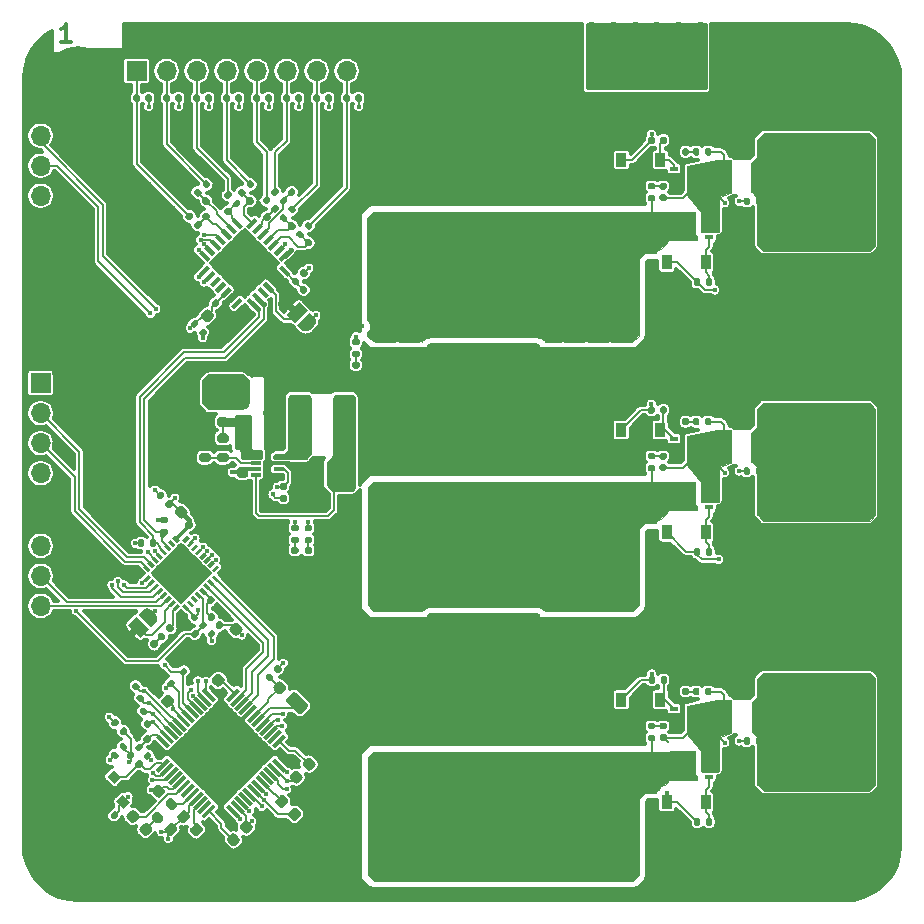
<source format=gtl>
G04 #@! TF.GenerationSoftware,KiCad,Pcbnew,5.1.10-88a1d61d58~90~ubuntu20.04.1*
G04 #@! TF.CreationDate,2021-09-18T22:35:18+02:00*
G04 #@! TF.ProjectId,eval_board_tmc6200-ta,6576616c-5f62-46f6-9172-645f746d6336,rev?*
G04 #@! TF.SameCoordinates,Original*
G04 #@! TF.FileFunction,Copper,L1,Top*
G04 #@! TF.FilePolarity,Positive*
%FSLAX46Y46*%
G04 Gerber Fmt 4.6, Leading zero omitted, Abs format (unit mm)*
G04 Created by KiCad (PCBNEW 5.1.10-88a1d61d58~90~ubuntu20.04.1) date 2021-09-18 22:35:18*
%MOMM*%
%LPD*%
G01*
G04 APERTURE LIST*
G04 #@! TA.AperFunction,NonConductor*
%ADD10C,0.300000*%
G04 #@! TD*
G04 #@! TA.AperFunction,EtchedComponent*
%ADD11C,0.100000*%
G04 #@! TD*
G04 #@! TA.AperFunction,SMDPad,CuDef*
%ADD12C,0.100000*%
G04 #@! TD*
G04 #@! TA.AperFunction,ConnectorPad*
%ADD13C,5.400000*%
G04 #@! TD*
G04 #@! TA.AperFunction,ComponentPad*
%ADD14C,3.100000*%
G04 #@! TD*
G04 #@! TA.AperFunction,SMDPad,CuDef*
%ADD15R,1.200000X4.700000*%
G04 #@! TD*
G04 #@! TA.AperFunction,ComponentPad*
%ADD16O,1.700000X1.700000*%
G04 #@! TD*
G04 #@! TA.AperFunction,ComponentPad*
%ADD17R,1.700000X1.700000*%
G04 #@! TD*
G04 #@! TA.AperFunction,SMDPad,CuDef*
%ADD18R,0.850000X0.300000*%
G04 #@! TD*
G04 #@! TA.AperFunction,SMDPad,CuDef*
%ADD19R,0.950000X0.300000*%
G04 #@! TD*
G04 #@! TA.AperFunction,SMDPad,CuDef*
%ADD20R,0.700000X0.420000*%
G04 #@! TD*
G04 #@! TA.AperFunction,SMDPad,CuDef*
%ADD21R,0.900000X1.200000*%
G04 #@! TD*
G04 #@! TA.AperFunction,ViaPad*
%ADD22C,0.400000*%
G04 #@! TD*
G04 #@! TA.AperFunction,ViaPad*
%ADD23C,0.600000*%
G04 #@! TD*
G04 #@! TA.AperFunction,ViaPad*
%ADD24C,0.800000*%
G04 #@! TD*
G04 #@! TA.AperFunction,ViaPad*
%ADD25C,1.000000*%
G04 #@! TD*
G04 #@! TA.AperFunction,Conductor*
%ADD26C,0.200000*%
G04 #@! TD*
G04 #@! TA.AperFunction,Conductor*
%ADD27C,0.300000*%
G04 #@! TD*
G04 #@! TA.AperFunction,Conductor*
%ADD28C,0.800000*%
G04 #@! TD*
G04 #@! TA.AperFunction,Conductor*
%ADD29C,0.150000*%
G04 #@! TD*
G04 #@! TA.AperFunction,Conductor*
%ADD30C,0.400000*%
G04 #@! TD*
G04 #@! TA.AperFunction,Conductor*
%ADD31C,0.250000*%
G04 #@! TD*
G04 #@! TA.AperFunction,Conductor*
%ADD32C,0.025400*%
G04 #@! TD*
G04 #@! TA.AperFunction,Conductor*
%ADD33C,0.100000*%
G04 #@! TD*
G04 #@! TA.AperFunction,Conductor*
%ADD34C,0.254000*%
G04 #@! TD*
G04 APERTURE END LIST*
D10*
X194428571Y-41928571D02*
X193571428Y-41928571D01*
X194000000Y-41928571D02*
X194000000Y-40428571D01*
X193857142Y-40642857D01*
X193714285Y-40785714D01*
X193571428Y-40857142D01*
D11*
G36*
X213117201Y-63997621D02*
G01*
X213470754Y-64351174D01*
X213046490Y-64775438D01*
X212692937Y-64421885D01*
X213117201Y-63997621D01*
G37*
G36*
X199261472Y-91914264D02*
G01*
X199615025Y-91560711D01*
X200039289Y-91984975D01*
X199685736Y-92338528D01*
X199261472Y-91914264D01*
G37*
G04 #@! TA.AperFunction,SMDPad,CuDef*
G36*
G01*
X197753267Y-107339896D02*
X198014896Y-107078267D01*
G75*
G02*
X198205814Y-107078267I95459J-95459D01*
G01*
X198396733Y-107269186D01*
G75*
G02*
X198396733Y-107460104I-95459J-95459D01*
G01*
X198135104Y-107721733D01*
G75*
G02*
X197944186Y-107721733I-95459J95459D01*
G01*
X197753267Y-107530814D01*
G75*
G02*
X197753267Y-107339896I95459J95459D01*
G01*
G37*
G04 #@! TD.AperFunction*
G04 #@! TA.AperFunction,SMDPad,CuDef*
G36*
G01*
X197032019Y-106618648D02*
X197293648Y-106357019D01*
G75*
G02*
X197484566Y-106357019I95459J-95459D01*
G01*
X197675485Y-106547938D01*
G75*
G02*
X197675485Y-106738856I-95459J-95459D01*
G01*
X197413856Y-107000485D01*
G75*
G02*
X197222938Y-107000485I-95459J95459D01*
G01*
X197032019Y-106809566D01*
G75*
G02*
X197032019Y-106618648I95459J95459D01*
G01*
G37*
G04 #@! TD.AperFunction*
G04 #@! TA.AperFunction,SMDPad,CuDef*
D12*
G36*
X212480805Y-64846149D02*
G01*
X212091896Y-64457240D01*
X212092322Y-64456814D01*
X212074973Y-64439466D01*
X212043846Y-64401536D01*
X212016585Y-64360738D01*
X211993455Y-64317464D01*
X211974677Y-64272132D01*
X211960434Y-64225177D01*
X211950861Y-64177052D01*
X211946052Y-64128221D01*
X211946052Y-64079152D01*
X211950861Y-64030322D01*
X211960434Y-63982197D01*
X211974677Y-63935242D01*
X211993455Y-63889909D01*
X212016585Y-63846635D01*
X212043846Y-63805837D01*
X212074973Y-63767907D01*
X212092322Y-63750559D01*
X212091896Y-63750133D01*
X212445449Y-63396580D01*
X212445875Y-63397006D01*
X212463223Y-63379657D01*
X212501153Y-63348530D01*
X212541951Y-63321269D01*
X212585225Y-63298139D01*
X212630558Y-63279361D01*
X212677513Y-63265118D01*
X212725638Y-63255545D01*
X212774468Y-63250736D01*
X212823537Y-63250736D01*
X212872368Y-63255545D01*
X212920493Y-63265118D01*
X212967448Y-63279361D01*
X213012780Y-63298139D01*
X213056054Y-63321269D01*
X213096852Y-63348530D01*
X213134782Y-63379657D01*
X213152130Y-63397006D01*
X213152556Y-63396580D01*
X213541465Y-63785489D01*
X212480805Y-64846149D01*
G37*
G04 #@! TD.AperFunction*
G04 #@! TA.AperFunction,SMDPad,CuDef*
G36*
X212657582Y-65022926D02*
G01*
X213718242Y-63962266D01*
X214425348Y-64669372D01*
X213364688Y-65730032D01*
X212657582Y-65022926D01*
G37*
G04 #@! TD.AperFunction*
G04 #@! TA.AperFunction,SMDPad,CuDef*
G36*
X214990608Y-65235484D02*
G01*
X215007957Y-65252832D01*
X215039084Y-65290762D01*
X215066345Y-65331560D01*
X215089475Y-65374834D01*
X215108253Y-65420166D01*
X215122496Y-65467121D01*
X215132069Y-65515246D01*
X215136878Y-65564077D01*
X215136878Y-65613146D01*
X215132069Y-65661976D01*
X215122496Y-65710101D01*
X215108253Y-65757056D01*
X215089475Y-65802389D01*
X215066345Y-65845663D01*
X215039084Y-65886461D01*
X215007957Y-65924391D01*
X214990608Y-65941739D01*
X214991034Y-65942165D01*
X214637481Y-66295718D01*
X214637055Y-66295292D01*
X214619707Y-66312641D01*
X214581777Y-66343768D01*
X214540979Y-66371029D01*
X214497705Y-66394159D01*
X214452372Y-66412937D01*
X214405417Y-66427180D01*
X214357292Y-66436753D01*
X214308462Y-66441562D01*
X214259393Y-66441562D01*
X214210562Y-66436753D01*
X214162437Y-66427180D01*
X214115482Y-66412937D01*
X214070150Y-66394159D01*
X214026876Y-66371029D01*
X213986078Y-66343768D01*
X213948148Y-66312641D01*
X213930800Y-66295292D01*
X213930374Y-66295718D01*
X213541465Y-65906809D01*
X214602125Y-64846149D01*
X214991034Y-65235058D01*
X214990608Y-65235484D01*
G37*
G04 #@! TD.AperFunction*
G04 #@! TA.AperFunction,SMDPad,CuDef*
G36*
G01*
X233883600Y-99112500D02*
X224776400Y-99112500D01*
G75*
G02*
X224530000Y-98866100I0J246400D01*
G01*
X224530000Y-90558900D01*
G75*
G02*
X224776400Y-90312500I246400J0D01*
G01*
X233883600Y-90312500D01*
G75*
G02*
X234130000Y-90558900I0J-246400D01*
G01*
X234130000Y-98866100D01*
G75*
G02*
X233883600Y-99112500I-246400J0D01*
G01*
G37*
G04 #@! TD.AperFunction*
G04 #@! TA.AperFunction,SMDPad,CuDef*
G36*
G01*
X233880003Y-112612500D02*
X224779997Y-112612500D01*
G75*
G02*
X224530000Y-112362503I0J249997D01*
G01*
X224530000Y-104062497D01*
G75*
G02*
X224779997Y-103812500I249997J0D01*
G01*
X233880003Y-103812500D01*
G75*
G02*
X234130000Y-104062497I0J-249997D01*
G01*
X234130000Y-112362503D01*
G75*
G02*
X233880003Y-112612500I-249997J0D01*
G01*
G37*
G04 #@! TD.AperFunction*
G04 #@! TA.AperFunction,SMDPad,CuDef*
G36*
X198667144Y-104210691D02*
G01*
X198101458Y-104776377D01*
X197465062Y-104139981D01*
X198030748Y-103574295D01*
X198667144Y-104210691D01*
G37*
G04 #@! TD.AperFunction*
G04 #@! TA.AperFunction,SMDPad,CuDef*
G36*
X200753109Y-104953153D02*
G01*
X200187423Y-105518839D01*
X199551027Y-104882443D01*
X200116713Y-104316757D01*
X200753109Y-104953153D01*
G37*
G04 #@! TD.AperFunction*
G04 #@! TA.AperFunction,SMDPad,CuDef*
G36*
X199409606Y-106296656D02*
G01*
X198843920Y-106862342D01*
X198207524Y-106225946D01*
X198773210Y-105660260D01*
X199409606Y-106296656D01*
G37*
G04 #@! TD.AperFunction*
D13*
X195000000Y-110000000D03*
D14*
X195000000Y-110000000D03*
G04 #@! TA.AperFunction,SMDPad,CuDef*
G36*
G01*
X202728072Y-91882220D02*
X202466443Y-91620591D01*
G75*
G02*
X202466443Y-91429673I95459J95459D01*
G01*
X202657362Y-91238754D01*
G75*
G02*
X202848280Y-91238754I95459J-95459D01*
G01*
X203109909Y-91500383D01*
G75*
G02*
X203109909Y-91691301I-95459J-95459D01*
G01*
X202918990Y-91882220D01*
G75*
G02*
X202728072Y-91882220I-95459J95459D01*
G01*
G37*
G04 #@! TD.AperFunction*
G04 #@! TA.AperFunction,SMDPad,CuDef*
G36*
G01*
X202006824Y-92603468D02*
X201745195Y-92341839D01*
G75*
G02*
X201745195Y-92150921I95459J95459D01*
G01*
X201936114Y-91960002D01*
G75*
G02*
X202127032Y-91960002I95459J-95459D01*
G01*
X202388661Y-92221631D01*
G75*
G02*
X202388661Y-92412549I-95459J-95459D01*
G01*
X202197742Y-92603468D01*
G75*
G02*
X202006824Y-92603468I-95459J95459D01*
G01*
G37*
G04 #@! TD.AperFunction*
G04 #@! TA.AperFunction,SMDPad,CuDef*
G36*
G01*
X202286109Y-80399480D02*
X202024480Y-80661109D01*
G75*
G02*
X201833562Y-80661109I-95459J95459D01*
G01*
X201642643Y-80470190D01*
G75*
G02*
X201642643Y-80279272I95459J95459D01*
G01*
X201904272Y-80017643D01*
G75*
G02*
X202095190Y-80017643I95459J-95459D01*
G01*
X202286109Y-80208562D01*
G75*
G02*
X202286109Y-80399480I-95459J-95459D01*
G01*
G37*
G04 #@! TD.AperFunction*
G04 #@! TA.AperFunction,SMDPad,CuDef*
G36*
G01*
X203007357Y-81120728D02*
X202745728Y-81382357D01*
G75*
G02*
X202554810Y-81382357I-95459J95459D01*
G01*
X202363891Y-81191438D01*
G75*
G02*
X202363891Y-81000520I95459J95459D01*
G01*
X202625520Y-80738891D01*
G75*
G02*
X202816438Y-80738891I95459J-95459D01*
G01*
X203007357Y-80929810D01*
G75*
G02*
X203007357Y-81120728I-95459J-95459D01*
G01*
G37*
G04 #@! TD.AperFunction*
G04 #@! TA.AperFunction,SMDPad,CuDef*
G36*
G01*
X218710000Y-67620000D02*
X218340000Y-67620000D01*
G75*
G02*
X218205000Y-67485000I0J135000D01*
G01*
X218205000Y-67215000D01*
G75*
G02*
X218340000Y-67080000I135000J0D01*
G01*
X218710000Y-67080000D01*
G75*
G02*
X218845000Y-67215000I0J-135000D01*
G01*
X218845000Y-67485000D01*
G75*
G02*
X218710000Y-67620000I-135000J0D01*
G01*
G37*
G04 #@! TD.AperFunction*
G04 #@! TA.AperFunction,SMDPad,CuDef*
G36*
G01*
X218710000Y-68640000D02*
X218340000Y-68640000D01*
G75*
G02*
X218205000Y-68505000I0J135000D01*
G01*
X218205000Y-68235000D01*
G75*
G02*
X218340000Y-68100000I135000J0D01*
G01*
X218710000Y-68100000D01*
G75*
G02*
X218845000Y-68235000I0J-135000D01*
G01*
X218845000Y-68505000D01*
G75*
G02*
X218710000Y-68640000I-135000J0D01*
G01*
G37*
G04 #@! TD.AperFunction*
G04 #@! TA.AperFunction,SMDPad,CuDef*
G36*
G01*
X214685000Y-83365000D02*
X214315000Y-83365000D01*
G75*
G02*
X214180000Y-83230000I0J135000D01*
G01*
X214180000Y-82960000D01*
G75*
G02*
X214315000Y-82825000I135000J0D01*
G01*
X214685000Y-82825000D01*
G75*
G02*
X214820000Y-82960000I0J-135000D01*
G01*
X214820000Y-83230000D01*
G75*
G02*
X214685000Y-83365000I-135000J0D01*
G01*
G37*
G04 #@! TD.AperFunction*
G04 #@! TA.AperFunction,SMDPad,CuDef*
G36*
G01*
X214685000Y-84385000D02*
X214315000Y-84385000D01*
G75*
G02*
X214180000Y-84250000I0J135000D01*
G01*
X214180000Y-83980000D01*
G75*
G02*
X214315000Y-83845000I135000J0D01*
G01*
X214685000Y-83845000D01*
G75*
G02*
X214820000Y-83980000I0J-135000D01*
G01*
X214820000Y-84250000D01*
G75*
G02*
X214685000Y-84385000I-135000J0D01*
G01*
G37*
G04 #@! TD.AperFunction*
G04 #@! TA.AperFunction,SMDPad,CuDef*
G36*
G01*
X213535000Y-83365000D02*
X213165000Y-83365000D01*
G75*
G02*
X213030000Y-83230000I0J135000D01*
G01*
X213030000Y-82960000D01*
G75*
G02*
X213165000Y-82825000I135000J0D01*
G01*
X213535000Y-82825000D01*
G75*
G02*
X213670000Y-82960000I0J-135000D01*
G01*
X213670000Y-83230000D01*
G75*
G02*
X213535000Y-83365000I-135000J0D01*
G01*
G37*
G04 #@! TD.AperFunction*
G04 #@! TA.AperFunction,SMDPad,CuDef*
G36*
G01*
X213535000Y-84385000D02*
X213165000Y-84385000D01*
G75*
G02*
X213030000Y-84250000I0J135000D01*
G01*
X213030000Y-83980000D01*
G75*
G02*
X213165000Y-83845000I135000J0D01*
G01*
X213535000Y-83845000D01*
G75*
G02*
X213670000Y-83980000I0J-135000D01*
G01*
X213670000Y-84250000D01*
G75*
G02*
X213535000Y-84385000I-135000J0D01*
G01*
G37*
G04 #@! TD.AperFunction*
G04 #@! TA.AperFunction,SMDPad,CuDef*
G36*
G01*
X205250638Y-66476030D02*
X205512267Y-66214401D01*
G75*
G02*
X205703185Y-66214401I95459J-95459D01*
G01*
X205894104Y-66405320D01*
G75*
G02*
X205894104Y-66596238I-95459J-95459D01*
G01*
X205632475Y-66857867D01*
G75*
G02*
X205441557Y-66857867I-95459J95459D01*
G01*
X205250638Y-66666948D01*
G75*
G02*
X205250638Y-66476030I95459J95459D01*
G01*
G37*
G04 #@! TD.AperFunction*
G04 #@! TA.AperFunction,SMDPad,CuDef*
G36*
G01*
X204529390Y-65754782D02*
X204791019Y-65493153D01*
G75*
G02*
X204981937Y-65493153I95459J-95459D01*
G01*
X205172856Y-65684072D01*
G75*
G02*
X205172856Y-65874990I-95459J-95459D01*
G01*
X204911227Y-66136619D01*
G75*
G02*
X204720309Y-66136619I-95459J95459D01*
G01*
X204529390Y-65945700D01*
G75*
G02*
X204529390Y-65754782I95459J95459D01*
G01*
G37*
G04 #@! TD.AperFunction*
G04 #@! TA.AperFunction,SMDPad,CuDef*
G36*
G01*
X198174480Y-102013891D02*
X198436109Y-102275520D01*
G75*
G02*
X198436109Y-102466438I-95459J-95459D01*
G01*
X198245190Y-102657357D01*
G75*
G02*
X198054272Y-102657357I-95459J95459D01*
G01*
X197792643Y-102395728D01*
G75*
G02*
X197792643Y-102204810I95459J95459D01*
G01*
X197983562Y-102013891D01*
G75*
G02*
X198174480Y-102013891I95459J-95459D01*
G01*
G37*
G04 #@! TD.AperFunction*
G04 #@! TA.AperFunction,SMDPad,CuDef*
G36*
G01*
X198895728Y-101292643D02*
X199157357Y-101554272D01*
G75*
G02*
X199157357Y-101745190I-95459J-95459D01*
G01*
X198966438Y-101936109D01*
G75*
G02*
X198775520Y-101936109I-95459J95459D01*
G01*
X198513891Y-101674480D01*
G75*
G02*
X198513891Y-101483562I95459J95459D01*
G01*
X198704810Y-101292643D01*
G75*
G02*
X198895728Y-101292643I95459J-95459D01*
G01*
G37*
G04 #@! TD.AperFunction*
G04 #@! TA.AperFunction,SMDPad,CuDef*
G36*
G01*
X198436109Y-99624480D02*
X198174480Y-99886109D01*
G75*
G02*
X197983562Y-99886109I-95459J95459D01*
G01*
X197792643Y-99695190D01*
G75*
G02*
X197792643Y-99504272I95459J95459D01*
G01*
X198054272Y-99242643D01*
G75*
G02*
X198245190Y-99242643I95459J-95459D01*
G01*
X198436109Y-99433562D01*
G75*
G02*
X198436109Y-99624480I-95459J-95459D01*
G01*
G37*
G04 #@! TD.AperFunction*
G04 #@! TA.AperFunction,SMDPad,CuDef*
G36*
G01*
X199157357Y-100345728D02*
X198895728Y-100607357D01*
G75*
G02*
X198704810Y-100607357I-95459J95459D01*
G01*
X198513891Y-100416438D01*
G75*
G02*
X198513891Y-100225520I95459J95459D01*
G01*
X198775520Y-99963891D01*
G75*
G02*
X198966438Y-99963891I95459J-95459D01*
G01*
X199157357Y-100154810D01*
G75*
G02*
X199157357Y-100345728I-95459J-95459D01*
G01*
G37*
G04 #@! TD.AperFunction*
G04 #@! TA.AperFunction,SMDPad,CuDef*
G36*
G01*
X211850520Y-95336109D02*
X211588891Y-95074480D01*
G75*
G02*
X211588891Y-94883562I95459J95459D01*
G01*
X211779810Y-94692643D01*
G75*
G02*
X211970728Y-94692643I95459J-95459D01*
G01*
X212232357Y-94954272D01*
G75*
G02*
X212232357Y-95145190I-95459J-95459D01*
G01*
X212041438Y-95336109D01*
G75*
G02*
X211850520Y-95336109I-95459J95459D01*
G01*
G37*
G04 #@! TD.AperFunction*
G04 #@! TA.AperFunction,SMDPad,CuDef*
G36*
G01*
X211129272Y-96057357D02*
X210867643Y-95795728D01*
G75*
G02*
X210867643Y-95604810I95459J95459D01*
G01*
X211058562Y-95413891D01*
G75*
G02*
X211249480Y-95413891I95459J-95459D01*
G01*
X211511109Y-95675520D01*
G75*
G02*
X211511109Y-95866438I-95459J-95459D01*
G01*
X211320190Y-96057357D01*
G75*
G02*
X211129272Y-96057357I-95459J95459D01*
G01*
G37*
G04 #@! TD.AperFunction*
G04 #@! TA.AperFunction,SMDPad,CuDef*
G36*
G01*
X200540978Y-102315645D02*
X200802607Y-102054016D01*
G75*
G02*
X200993525Y-102054016I95459J-95459D01*
G01*
X201184444Y-102244935D01*
G75*
G02*
X201184444Y-102435853I-95459J-95459D01*
G01*
X200922815Y-102697482D01*
G75*
G02*
X200731897Y-102697482I-95459J95459D01*
G01*
X200540978Y-102506563D01*
G75*
G02*
X200540978Y-102315645I95459J95459D01*
G01*
G37*
G04 #@! TD.AperFunction*
G04 #@! TA.AperFunction,SMDPad,CuDef*
G36*
G01*
X199819730Y-101594397D02*
X200081359Y-101332768D01*
G75*
G02*
X200272277Y-101332768I95459J-95459D01*
G01*
X200463196Y-101523687D01*
G75*
G02*
X200463196Y-101714605I-95459J-95459D01*
G01*
X200201567Y-101976234D01*
G75*
G02*
X200010649Y-101976234I-95459J95459D01*
G01*
X199819730Y-101785315D01*
G75*
G02*
X199819730Y-101594397I95459J95459D01*
G01*
G37*
G04 #@! TD.AperFunction*
G04 #@! TA.AperFunction,SMDPad,CuDef*
G36*
G01*
X202803719Y-106933052D02*
X202414810Y-106544143D01*
G75*
G02*
X202414810Y-106261301I141421J141421D01*
G01*
X202697653Y-105978458D01*
G75*
G02*
X202980495Y-105978458I141421J-141421D01*
G01*
X203369404Y-106367367D01*
G75*
G02*
X203369404Y-106650209I-141421J-141421D01*
G01*
X203086561Y-106933052D01*
G75*
G02*
X202803719Y-106933052I-141421J141421D01*
G01*
G37*
G04 #@! TD.AperFunction*
G04 #@! TA.AperFunction,SMDPad,CuDef*
G36*
G01*
X201636993Y-108099778D02*
X201248084Y-107710869D01*
G75*
G02*
X201248084Y-107428027I141421J141421D01*
G01*
X201530927Y-107145184D01*
G75*
G02*
X201813769Y-107145184I141421J-141421D01*
G01*
X202202678Y-107534093D01*
G75*
G02*
X202202678Y-107816935I-141421J-141421D01*
G01*
X201919835Y-108099778D01*
G75*
G02*
X201636993Y-108099778I-141421J141421D01*
G01*
G37*
G04 #@! TD.AperFunction*
G04 #@! TA.AperFunction,SMDPad,CuDef*
G36*
G01*
X201354517Y-93238097D02*
X201110565Y-92994145D01*
G75*
G02*
X201110565Y-92785549I104298J104298D01*
G01*
X201319161Y-92576953D01*
G75*
G02*
X201527757Y-92576953I104298J-104298D01*
G01*
X201771709Y-92820905D01*
G75*
G02*
X201771709Y-93029501I-104298J-104298D01*
G01*
X201563113Y-93238097D01*
G75*
G02*
X201354517Y-93238097I-104298J104298D01*
G01*
G37*
G04 #@! TD.AperFunction*
G04 #@! TA.AperFunction,SMDPad,CuDef*
G36*
G01*
X200668623Y-93923991D02*
X200424671Y-93680039D01*
G75*
G02*
X200424671Y-93471443I104298J104298D01*
G01*
X200633267Y-93262847D01*
G75*
G02*
X200841863Y-93262847I104298J-104298D01*
G01*
X201085815Y-93506799D01*
G75*
G02*
X201085815Y-93715395I-104298J-104298D01*
G01*
X200877219Y-93923991D01*
G75*
G02*
X200668623Y-93923991I-104298J104298D01*
G01*
G37*
G04 #@! TD.AperFunction*
G04 #@! TA.AperFunction,SMDPad,CuDef*
G36*
G01*
X218697500Y-69595000D02*
X218352500Y-69595000D01*
G75*
G02*
X218205000Y-69447500I0J147500D01*
G01*
X218205000Y-69152500D01*
G75*
G02*
X218352500Y-69005000I147500J0D01*
G01*
X218697500Y-69005000D01*
G75*
G02*
X218845000Y-69152500I0J-147500D01*
G01*
X218845000Y-69447500D01*
G75*
G02*
X218697500Y-69595000I-147500J0D01*
G01*
G37*
G04 #@! TD.AperFunction*
G04 #@! TA.AperFunction,SMDPad,CuDef*
G36*
G01*
X218697500Y-70565000D02*
X218352500Y-70565000D01*
G75*
G02*
X218205000Y-70417500I0J147500D01*
G01*
X218205000Y-70122500D01*
G75*
G02*
X218352500Y-69975000I147500J0D01*
G01*
X218697500Y-69975000D01*
G75*
G02*
X218845000Y-70122500I0J-147500D01*
G01*
X218845000Y-70417500D01*
G75*
G02*
X218697500Y-70565000I-147500J0D01*
G01*
G37*
G04 #@! TD.AperFunction*
G04 #@! TA.AperFunction,SMDPad,CuDef*
G36*
G01*
X214672500Y-85285000D02*
X214327500Y-85285000D01*
G75*
G02*
X214180000Y-85137500I0J147500D01*
G01*
X214180000Y-84842500D01*
G75*
G02*
X214327500Y-84695000I147500J0D01*
G01*
X214672500Y-84695000D01*
G75*
G02*
X214820000Y-84842500I0J-147500D01*
G01*
X214820000Y-85137500D01*
G75*
G02*
X214672500Y-85285000I-147500J0D01*
G01*
G37*
G04 #@! TD.AperFunction*
G04 #@! TA.AperFunction,SMDPad,CuDef*
G36*
G01*
X214672500Y-86255000D02*
X214327500Y-86255000D01*
G75*
G02*
X214180000Y-86107500I0J147500D01*
G01*
X214180000Y-85812500D01*
G75*
G02*
X214327500Y-85665000I147500J0D01*
G01*
X214672500Y-85665000D01*
G75*
G02*
X214820000Y-85812500I0J-147500D01*
G01*
X214820000Y-86107500D01*
G75*
G02*
X214672500Y-86255000I-147500J0D01*
G01*
G37*
G04 #@! TD.AperFunction*
D15*
X217280000Y-74325000D03*
X213970000Y-74325000D03*
G04 #@! TA.AperFunction,SMDPad,CuDef*
D12*
G36*
X210210992Y-57065617D02*
G01*
X209503885Y-57772724D01*
X209242256Y-57511095D01*
X209949363Y-56803988D01*
X210210992Y-57065617D01*
G37*
G04 #@! TD.AperFunction*
G04 #@! TA.AperFunction,SMDPad,CuDef*
G36*
X206640103Y-61555746D02*
G01*
X205932996Y-62262853D01*
X205671367Y-62001224D01*
X206378474Y-61294117D01*
X206640103Y-61555746D01*
G37*
G04 #@! TD.AperFunction*
G04 #@! TA.AperFunction,SMDPad,CuDef*
G36*
X211589850Y-58444476D02*
G01*
X210882743Y-59151583D01*
X210621114Y-58889954D01*
X211328221Y-58182847D01*
X211589850Y-58444476D01*
G37*
G04 #@! TD.AperFunction*
G04 #@! TA.AperFunction,SMDPad,CuDef*
G36*
X206180483Y-61096126D02*
G01*
X205473376Y-61803233D01*
X205211747Y-61541604D01*
X205918854Y-60834497D01*
X206180483Y-61096126D01*
G37*
G04 #@! TD.AperFunction*
G04 #@! TA.AperFunction,SMDPad,CuDef*
G36*
X207099722Y-62015365D02*
G01*
X206392615Y-62722472D01*
X206130986Y-62460843D01*
X206838093Y-61753736D01*
X207099722Y-62015365D01*
G37*
G04 #@! TD.AperFunction*
G04 #@! TA.AperFunction,SMDPad,CuDef*
G36*
X208018961Y-62934604D02*
G01*
X207311854Y-63641711D01*
X207050225Y-63380082D01*
X207757332Y-62672975D01*
X208018961Y-62934604D01*
G37*
G04 #@! TD.AperFunction*
G04 #@! TA.AperFunction,SMDPad,CuDef*
G36*
X207559342Y-62474984D02*
G01*
X206852235Y-63182091D01*
X206590606Y-62920462D01*
X207297713Y-62213355D01*
X207559342Y-62474984D01*
G37*
G04 #@! TD.AperFunction*
G04 #@! TA.AperFunction,SMDPad,CuDef*
G36*
X210670612Y-57525237D02*
G01*
X209963505Y-58232344D01*
X209701876Y-57970715D01*
X210408983Y-57263608D01*
X210670612Y-57525237D01*
G37*
G04 #@! TD.AperFunction*
G04 #@! TA.AperFunction,SMDPad,CuDef*
G36*
X208478580Y-63394223D02*
G01*
X207771473Y-64101330D01*
X207509844Y-63839701D01*
X208216951Y-63132594D01*
X208478580Y-63394223D01*
G37*
G04 #@! TD.AperFunction*
G04 #@! TA.AperFunction,SMDPad,CuDef*
G36*
X208938200Y-63853843D02*
G01*
X208231093Y-64560950D01*
X207969464Y-64299321D01*
X208676571Y-63592214D01*
X208938200Y-63853843D01*
G37*
G04 #@! TD.AperFunction*
G04 #@! TA.AperFunction,SMDPad,CuDef*
G36*
X212968709Y-59823334D02*
G01*
X212261602Y-60530441D01*
X211999973Y-60268812D01*
X212707080Y-59561705D01*
X212968709Y-59823334D01*
G37*
G04 #@! TD.AperFunction*
G04 #@! TA.AperFunction,SMDPad,CuDef*
G36*
X212509089Y-59363714D02*
G01*
X211801982Y-60070821D01*
X211540353Y-59809192D01*
X212247460Y-59102085D01*
X212509089Y-59363714D01*
G37*
G04 #@! TD.AperFunction*
G04 #@! TA.AperFunction,SMDPad,CuDef*
G36*
X212049470Y-58904095D02*
G01*
X211342363Y-59611202D01*
X211080734Y-59349573D01*
X211787841Y-58642466D01*
X212049470Y-58904095D01*
G37*
G04 #@! TD.AperFunction*
G04 #@! TA.AperFunction,SMDPad,CuDef*
G36*
X211130231Y-57984856D02*
G01*
X210423124Y-58691963D01*
X210161495Y-58430334D01*
X210868602Y-57723227D01*
X211130231Y-57984856D01*
G37*
G04 #@! TD.AperFunction*
G04 #@! TA.AperFunction,SMDPad,CuDef*
G36*
X209090228Y-63687673D02*
G01*
X206085024Y-60682469D01*
X209090228Y-57677265D01*
X212095432Y-60682469D01*
X209090228Y-63687673D01*
G37*
G04 #@! TD.AperFunction*
G04 #@! TA.AperFunction,SMDPad,CuDef*
G36*
X212707080Y-61803233D02*
G01*
X211999973Y-61096126D01*
X212261602Y-60834497D01*
X212968709Y-61541604D01*
X212707080Y-61803233D01*
G37*
G04 #@! TD.AperFunction*
G04 #@! TA.AperFunction,SMDPad,CuDef*
G36*
X212247460Y-62262853D02*
G01*
X211540353Y-61555746D01*
X211801982Y-61294117D01*
X212509089Y-62001224D01*
X212247460Y-62262853D01*
G37*
G04 #@! TD.AperFunction*
G04 #@! TA.AperFunction,SMDPad,CuDef*
G36*
X211787841Y-62722472D02*
G01*
X211080734Y-62015365D01*
X211342363Y-61753736D01*
X212049470Y-62460843D01*
X211787841Y-62722472D01*
G37*
G04 #@! TD.AperFunction*
G04 #@! TA.AperFunction,SMDPad,CuDef*
G36*
X211328221Y-63182091D02*
G01*
X210621114Y-62474984D01*
X210882743Y-62213355D01*
X211589850Y-62920462D01*
X211328221Y-63182091D01*
G37*
G04 #@! TD.AperFunction*
G04 #@! TA.AperFunction,SMDPad,CuDef*
G36*
X210868602Y-63641711D02*
G01*
X210161495Y-62934604D01*
X210423124Y-62672975D01*
X211130231Y-63380082D01*
X210868602Y-63641711D01*
G37*
G04 #@! TD.AperFunction*
G04 #@! TA.AperFunction,SMDPad,CuDef*
G36*
X210408983Y-64101330D02*
G01*
X209701876Y-63394223D01*
X209963505Y-63132594D01*
X210670612Y-63839701D01*
X210408983Y-64101330D01*
G37*
G04 #@! TD.AperFunction*
G04 #@! TA.AperFunction,SMDPad,CuDef*
G36*
X209949363Y-64560950D02*
G01*
X209242256Y-63853843D01*
X209503885Y-63592214D01*
X210210992Y-64299321D01*
X209949363Y-64560950D01*
G37*
G04 #@! TD.AperFunction*
G04 #@! TA.AperFunction,SMDPad,CuDef*
G36*
X208676571Y-57772724D02*
G01*
X207969464Y-57065617D01*
X208231093Y-56803988D01*
X208938200Y-57511095D01*
X208676571Y-57772724D01*
G37*
G04 #@! TD.AperFunction*
G04 #@! TA.AperFunction,SMDPad,CuDef*
G36*
X208216951Y-58232344D02*
G01*
X207509844Y-57525237D01*
X207771473Y-57263608D01*
X208478580Y-57970715D01*
X208216951Y-58232344D01*
G37*
G04 #@! TD.AperFunction*
G04 #@! TA.AperFunction,SMDPad,CuDef*
G36*
X207757332Y-58691963D02*
G01*
X207050225Y-57984856D01*
X207311854Y-57723227D01*
X208018961Y-58430334D01*
X207757332Y-58691963D01*
G37*
G04 #@! TD.AperFunction*
G04 #@! TA.AperFunction,SMDPad,CuDef*
G36*
X207297713Y-59151583D02*
G01*
X206590606Y-58444476D01*
X206852235Y-58182847D01*
X207559342Y-58889954D01*
X207297713Y-59151583D01*
G37*
G04 #@! TD.AperFunction*
G04 #@! TA.AperFunction,SMDPad,CuDef*
G36*
X206838093Y-59611202D02*
G01*
X206130986Y-58904095D01*
X206392615Y-58642466D01*
X207099722Y-59349573D01*
X206838093Y-59611202D01*
G37*
G04 #@! TD.AperFunction*
G04 #@! TA.AperFunction,SMDPad,CuDef*
G36*
X206378474Y-60070821D02*
G01*
X205671367Y-59363714D01*
X205932996Y-59102085D01*
X206640103Y-59809192D01*
X206378474Y-60070821D01*
G37*
G04 #@! TD.AperFunction*
G04 #@! TA.AperFunction,SMDPad,CuDef*
G36*
X205918854Y-60530441D02*
G01*
X205211747Y-59823334D01*
X205473376Y-59561705D01*
X206180483Y-60268812D01*
X205918854Y-60530441D01*
G37*
G04 #@! TD.AperFunction*
D16*
X191825000Y-80985000D03*
X191825000Y-78445000D03*
X191825000Y-75905000D03*
X191825000Y-73365000D03*
D17*
X191825000Y-70825000D03*
G04 #@! TA.AperFunction,SMDPad,CuDef*
G36*
G01*
X199773766Y-102404034D02*
X199512137Y-102665663D01*
G75*
G02*
X199321219Y-102665663I-95459J95459D01*
G01*
X199130300Y-102474744D01*
G75*
G02*
X199130300Y-102283826I95459J95459D01*
G01*
X199391929Y-102022197D01*
G75*
G02*
X199582847Y-102022197I95459J-95459D01*
G01*
X199773766Y-102213116D01*
G75*
G02*
X199773766Y-102404034I-95459J-95459D01*
G01*
G37*
G04 #@! TD.AperFunction*
G04 #@! TA.AperFunction,SMDPad,CuDef*
G36*
G01*
X200495014Y-103125282D02*
X200233385Y-103386911D01*
G75*
G02*
X200042467Y-103386911I-95459J95459D01*
G01*
X199851548Y-103195992D01*
G75*
G02*
X199851548Y-103005074I95459J95459D01*
G01*
X200113177Y-102743445D01*
G75*
G02*
X200304095Y-102743445I95459J-95459D01*
G01*
X200495014Y-102934364D01*
G75*
G02*
X200495014Y-103125282I-95459J-95459D01*
G01*
G37*
G04 #@! TD.AperFunction*
G04 #@! TA.AperFunction,SMDPad,CuDef*
G36*
G01*
X201152625Y-101025176D02*
X200890996Y-101286805D01*
G75*
G02*
X200700078Y-101286805I-95459J95459D01*
G01*
X200509159Y-101095886D01*
G75*
G02*
X200509159Y-100904968I95459J95459D01*
G01*
X200770788Y-100643339D01*
G75*
G02*
X200961706Y-100643339I95459J-95459D01*
G01*
X201152625Y-100834258D01*
G75*
G02*
X201152625Y-101025176I-95459J-95459D01*
G01*
G37*
G04 #@! TD.AperFunction*
G04 #@! TA.AperFunction,SMDPad,CuDef*
G36*
G01*
X201873873Y-101746424D02*
X201612244Y-102008053D01*
G75*
G02*
X201421326Y-102008053I-95459J95459D01*
G01*
X201230407Y-101817134D01*
G75*
G02*
X201230407Y-101626216I95459J95459D01*
G01*
X201492036Y-101364587D01*
G75*
G02*
X201682954Y-101364587I95459J-95459D01*
G01*
X201873873Y-101555506D01*
G75*
G02*
X201873873Y-101746424I-95459J-95459D01*
G01*
G37*
G04 #@! TD.AperFunction*
G04 #@! TA.AperFunction,SMDPad,CuDef*
G36*
G01*
X200802607Y-100003405D02*
X200540978Y-99741776D01*
G75*
G02*
X200540978Y-99550858I95459J95459D01*
G01*
X200731897Y-99359939D01*
G75*
G02*
X200922815Y-99359939I95459J-95459D01*
G01*
X201184444Y-99621568D01*
G75*
G02*
X201184444Y-99812486I-95459J-95459D01*
G01*
X200993525Y-100003405D01*
G75*
G02*
X200802607Y-100003405I-95459J95459D01*
G01*
G37*
G04 #@! TD.AperFunction*
G04 #@! TA.AperFunction,SMDPad,CuDef*
G36*
G01*
X200081359Y-100724653D02*
X199819730Y-100463024D01*
G75*
G02*
X199819730Y-100272106I95459J95459D01*
G01*
X200010649Y-100081187D01*
G75*
G02*
X200201567Y-100081187I95459J-95459D01*
G01*
X200463196Y-100342816D01*
G75*
G02*
X200463196Y-100533734I-95459J-95459D01*
G01*
X200272277Y-100724653D01*
G75*
G02*
X200081359Y-100724653I-95459J95459D01*
G01*
G37*
G04 #@! TD.AperFunction*
G04 #@! TA.AperFunction,SMDPad,CuDef*
G36*
G01*
X200466731Y-98960423D02*
X200205102Y-98698794D01*
G75*
G02*
X200205102Y-98507876I95459J95459D01*
G01*
X200396021Y-98316957D01*
G75*
G02*
X200586939Y-98316957I95459J-95459D01*
G01*
X200848568Y-98578586D01*
G75*
G02*
X200848568Y-98769504I-95459J-95459D01*
G01*
X200657649Y-98960423D01*
G75*
G02*
X200466731Y-98960423I-95459J95459D01*
G01*
G37*
G04 #@! TD.AperFunction*
G04 #@! TA.AperFunction,SMDPad,CuDef*
G36*
G01*
X199745483Y-99681671D02*
X199483854Y-99420042D01*
G75*
G02*
X199483854Y-99229124I95459J95459D01*
G01*
X199674773Y-99038205D01*
G75*
G02*
X199865691Y-99038205I95459J-95459D01*
G01*
X200127320Y-99299834D01*
G75*
G02*
X200127320Y-99490752I-95459J-95459D01*
G01*
X199936401Y-99681671D01*
G75*
G02*
X199745483Y-99681671I-95459J95459D01*
G01*
G37*
G04 #@! TD.AperFunction*
G04 #@! TA.AperFunction,SMDPad,CuDef*
G36*
G01*
X200201566Y-97846729D02*
X199939937Y-97585100D01*
G75*
G02*
X199939937Y-97394182I95459J95459D01*
G01*
X200130856Y-97203263D01*
G75*
G02*
X200321774Y-97203263I95459J-95459D01*
G01*
X200583403Y-97464892D01*
G75*
G02*
X200583403Y-97655810I-95459J-95459D01*
G01*
X200392484Y-97846729D01*
G75*
G02*
X200201566Y-97846729I-95459J95459D01*
G01*
G37*
G04 #@! TD.AperFunction*
G04 #@! TA.AperFunction,SMDPad,CuDef*
G36*
G01*
X199480318Y-98567977D02*
X199218689Y-98306348D01*
G75*
G02*
X199218689Y-98115430I95459J95459D01*
G01*
X199409608Y-97924511D01*
G75*
G02*
X199600526Y-97924511I95459J-95459D01*
G01*
X199862155Y-98186140D01*
G75*
G02*
X199862155Y-98377058I-95459J-95459D01*
G01*
X199671236Y-98567977D01*
G75*
G02*
X199480318Y-98567977I-95459J95459D01*
G01*
G37*
G04 #@! TD.AperFunction*
G04 #@! TA.AperFunction,SMDPad,CuDef*
G36*
G01*
X199830335Y-96839102D02*
X199568706Y-96577473D01*
G75*
G02*
X199568706Y-96386555I95459J95459D01*
G01*
X199759625Y-96195636D01*
G75*
G02*
X199950543Y-96195636I95459J-95459D01*
G01*
X200212172Y-96457265D01*
G75*
G02*
X200212172Y-96648183I-95459J-95459D01*
G01*
X200021253Y-96839102D01*
G75*
G02*
X199830335Y-96839102I-95459J95459D01*
G01*
G37*
G04 #@! TD.AperFunction*
G04 #@! TA.AperFunction,SMDPad,CuDef*
G36*
G01*
X199109087Y-97560350D02*
X198847458Y-97298721D01*
G75*
G02*
X198847458Y-97107803I95459J95459D01*
G01*
X199038377Y-96916884D01*
G75*
G02*
X199229295Y-96916884I95459J-95459D01*
G01*
X199490924Y-97178513D01*
G75*
G02*
X199490924Y-97369431I-95459J-95459D01*
G01*
X199300005Y-97560350D01*
G75*
G02*
X199109087Y-97560350I-95459J95459D01*
G01*
G37*
G04 #@! TD.AperFunction*
G04 #@! TA.AperFunction,SMDPad,CuDef*
G36*
G01*
X201799628Y-95477923D02*
X202061257Y-95216294D01*
G75*
G02*
X202252175Y-95216294I95459J-95459D01*
G01*
X202443094Y-95407213D01*
G75*
G02*
X202443094Y-95598131I-95459J-95459D01*
G01*
X202181465Y-95859760D01*
G75*
G02*
X201990547Y-95859760I-95459J95459D01*
G01*
X201799628Y-95668841D01*
G75*
G02*
X201799628Y-95477923I95459J95459D01*
G01*
G37*
G04 #@! TD.AperFunction*
G04 #@! TA.AperFunction,SMDPad,CuDef*
G36*
G01*
X202520876Y-96199171D02*
X202782505Y-95937542D01*
G75*
G02*
X202973423Y-95937542I95459J-95459D01*
G01*
X203164342Y-96128461D01*
G75*
G02*
X203164342Y-96319379I-95459J-95459D01*
G01*
X202902713Y-96581008D01*
G75*
G02*
X202711795Y-96581008I-95459J95459D01*
G01*
X202520876Y-96390089D01*
G75*
G02*
X202520876Y-96199171I95459J95459D01*
G01*
G37*
G04 #@! TD.AperFunction*
G04 #@! TA.AperFunction,SMDPad,CuDef*
G36*
G01*
X203588891Y-95200520D02*
X203850520Y-94938891D01*
G75*
G02*
X204041438Y-94938891I95459J-95459D01*
G01*
X204232357Y-95129810D01*
G75*
G02*
X204232357Y-95320728I-95459J-95459D01*
G01*
X203970728Y-95582357D01*
G75*
G02*
X203779810Y-95582357I-95459J95459D01*
G01*
X203588891Y-95391438D01*
G75*
G02*
X203588891Y-95200520I95459J95459D01*
G01*
G37*
G04 #@! TD.AperFunction*
G04 #@! TA.AperFunction,SMDPad,CuDef*
G36*
G01*
X202867643Y-94479272D02*
X203129272Y-94217643D01*
G75*
G02*
X203320190Y-94217643I95459J-95459D01*
G01*
X203511109Y-94408562D01*
G75*
G02*
X203511109Y-94599480I-95459J-95459D01*
G01*
X203249480Y-94861109D01*
G75*
G02*
X203058562Y-94861109I-95459J95459D01*
G01*
X202867643Y-94670190D01*
G75*
G02*
X202867643Y-94479272I95459J95459D01*
G01*
G37*
G04 #@! TD.AperFunction*
D16*
X191825000Y-84605000D03*
X191825000Y-87145000D03*
X191825000Y-89685000D03*
D17*
X191825000Y-92225000D03*
D16*
X252095000Y-44250000D03*
X249555000Y-44250000D03*
X247015000Y-44250000D03*
D17*
X244475000Y-44250000D03*
D16*
X217730000Y-41860000D03*
X217730000Y-44400000D03*
X215190000Y-41860000D03*
X215190000Y-44400000D03*
X212650000Y-41860000D03*
X212650000Y-44400000D03*
X210110000Y-41860000D03*
X210110000Y-44400000D03*
X207570000Y-41860000D03*
X207570000Y-44400000D03*
X205030000Y-41860000D03*
X205030000Y-44400000D03*
X202490000Y-41860000D03*
X202490000Y-44400000D03*
X199950000Y-41860000D03*
D17*
X199950000Y-44400000D03*
G04 #@! TA.AperFunction,SMDPad,CuDef*
G36*
G01*
X212195000Y-80310000D02*
X212565000Y-80310000D01*
G75*
G02*
X212700000Y-80445000I0J-135000D01*
G01*
X212700000Y-80715000D01*
G75*
G02*
X212565000Y-80850000I-135000J0D01*
G01*
X212195000Y-80850000D01*
G75*
G02*
X212060000Y-80715000I0J135000D01*
G01*
X212060000Y-80445000D01*
G75*
G02*
X212195000Y-80310000I135000J0D01*
G01*
G37*
G04 #@! TD.AperFunction*
G04 #@! TA.AperFunction,SMDPad,CuDef*
G36*
G01*
X212195000Y-79290000D02*
X212565000Y-79290000D01*
G75*
G02*
X212700000Y-79425000I0J-135000D01*
G01*
X212700000Y-79695000D01*
G75*
G02*
X212565000Y-79830000I-135000J0D01*
G01*
X212195000Y-79830000D01*
G75*
G02*
X212060000Y-79695000I0J135000D01*
G01*
X212060000Y-79425000D01*
G75*
G02*
X212195000Y-79290000I135000J0D01*
G01*
G37*
G04 #@! TD.AperFunction*
G04 #@! TA.AperFunction,SMDPad,CuDef*
G36*
G01*
X211360041Y-55996707D02*
X211621670Y-55735078D01*
G75*
G02*
X211812588Y-55735078I95459J-95459D01*
G01*
X212003507Y-55925997D01*
G75*
G02*
X212003507Y-56116915I-95459J-95459D01*
G01*
X211741878Y-56378544D01*
G75*
G02*
X211550960Y-56378544I-95459J95459D01*
G01*
X211360041Y-56187625D01*
G75*
G02*
X211360041Y-55996707I95459J95459D01*
G01*
G37*
G04 #@! TD.AperFunction*
G04 #@! TA.AperFunction,SMDPad,CuDef*
G36*
G01*
X210638793Y-55275459D02*
X210900422Y-55013830D01*
G75*
G02*
X211091340Y-55013830I95459J-95459D01*
G01*
X211282259Y-55204749D01*
G75*
G02*
X211282259Y-55395667I-95459J-95459D01*
G01*
X211020630Y-55657296D01*
G75*
G02*
X210829712Y-55657296I-95459J95459D01*
G01*
X210638793Y-55466377D01*
G75*
G02*
X210638793Y-55275459I95459J95459D01*
G01*
G37*
G04 #@! TD.AperFunction*
G04 #@! TA.AperFunction,SMDPad,CuDef*
G36*
G01*
X204805161Y-57361423D02*
X205066790Y-57099794D01*
G75*
G02*
X205257708Y-57099794I95459J-95459D01*
G01*
X205448627Y-57290713D01*
G75*
G02*
X205448627Y-57481631I-95459J-95459D01*
G01*
X205186998Y-57743260D01*
G75*
G02*
X204996080Y-57743260I-95459J95459D01*
G01*
X204805161Y-57552341D01*
G75*
G02*
X204805161Y-57361423I95459J95459D01*
G01*
G37*
G04 #@! TD.AperFunction*
G04 #@! TA.AperFunction,SMDPad,CuDef*
G36*
G01*
X204083913Y-56640175D02*
X204345542Y-56378546D01*
G75*
G02*
X204536460Y-56378546I95459J-95459D01*
G01*
X204727379Y-56569465D01*
G75*
G02*
X204727379Y-56760383I-95459J-95459D01*
G01*
X204465750Y-57022012D01*
G75*
G02*
X204274832Y-57022012I-95459J95459D01*
G01*
X204083913Y-56831093D01*
G75*
G02*
X204083913Y-56640175I95459J95459D01*
G01*
G37*
G04 #@! TD.AperFunction*
G04 #@! TA.AperFunction,SMDPad,CuDef*
G36*
G01*
X210860000Y-46875000D02*
X210860000Y-46505000D01*
G75*
G02*
X210995000Y-46370000I135000J0D01*
G01*
X211265000Y-46370000D01*
G75*
G02*
X211400000Y-46505000I0J-135000D01*
G01*
X211400000Y-46875000D01*
G75*
G02*
X211265000Y-47010000I-135000J0D01*
G01*
X210995000Y-47010000D01*
G75*
G02*
X210860000Y-46875000I0J135000D01*
G01*
G37*
G04 #@! TD.AperFunction*
G04 #@! TA.AperFunction,SMDPad,CuDef*
G36*
G01*
X209840000Y-46875000D02*
X209840000Y-46505000D01*
G75*
G02*
X209975000Y-46370000I135000J0D01*
G01*
X210245000Y-46370000D01*
G75*
G02*
X210380000Y-46505000I0J-135000D01*
G01*
X210380000Y-46875000D01*
G75*
G02*
X210245000Y-47010000I-135000J0D01*
G01*
X209975000Y-47010000D01*
G75*
G02*
X209840000Y-46875000I0J135000D01*
G01*
G37*
G04 #@! TD.AperFunction*
G04 #@! TA.AperFunction,SMDPad,CuDef*
G36*
G01*
X200700000Y-46875000D02*
X200700000Y-46505000D01*
G75*
G02*
X200835000Y-46370000I135000J0D01*
G01*
X201105000Y-46370000D01*
G75*
G02*
X201240000Y-46505000I0J-135000D01*
G01*
X201240000Y-46875000D01*
G75*
G02*
X201105000Y-47010000I-135000J0D01*
G01*
X200835000Y-47010000D01*
G75*
G02*
X200700000Y-46875000I0J135000D01*
G01*
G37*
G04 #@! TD.AperFunction*
G04 #@! TA.AperFunction,SMDPad,CuDef*
G36*
G01*
X199680000Y-46875000D02*
X199680000Y-46505000D01*
G75*
G02*
X199815000Y-46370000I135000J0D01*
G01*
X200085000Y-46370000D01*
G75*
G02*
X200220000Y-46505000I0J-135000D01*
G01*
X200220000Y-46875000D01*
G75*
G02*
X200085000Y-47010000I-135000J0D01*
G01*
X199815000Y-47010000D01*
G75*
G02*
X199680000Y-46875000I0J135000D01*
G01*
G37*
G04 #@! TD.AperFunction*
G04 #@! TA.AperFunction,SMDPad,CuDef*
G36*
G01*
X214051760Y-61825625D02*
X213790131Y-61563996D01*
G75*
G02*
X213790131Y-61373078I95459J95459D01*
G01*
X213981050Y-61182159D01*
G75*
G02*
X214171968Y-61182159I95459J-95459D01*
G01*
X214433597Y-61443788D01*
G75*
G02*
X214433597Y-61634706I-95459J-95459D01*
G01*
X214242678Y-61825625D01*
G75*
G02*
X214051760Y-61825625I-95459J95459D01*
G01*
G37*
G04 #@! TD.AperFunction*
G04 #@! TA.AperFunction,SMDPad,CuDef*
G36*
G01*
X213330512Y-62546873D02*
X213068883Y-62285244D01*
G75*
G02*
X213068883Y-62094326I95459J95459D01*
G01*
X213259802Y-61903407D01*
G75*
G02*
X213450720Y-61903407I95459J-95459D01*
G01*
X213712349Y-62165036D01*
G75*
G02*
X213712349Y-62355954I-95459J-95459D01*
G01*
X213521430Y-62546873D01*
G75*
G02*
X213330512Y-62546873I-95459J95459D01*
G01*
G37*
G04 #@! TD.AperFunction*
G04 #@! TA.AperFunction,SMDPad,CuDef*
G36*
G01*
X212067148Y-55289600D02*
X212328777Y-55027971D01*
G75*
G02*
X212519695Y-55027971I95459J-95459D01*
G01*
X212710614Y-55218890D01*
G75*
G02*
X212710614Y-55409808I-95459J-95459D01*
G01*
X212448985Y-55671437D01*
G75*
G02*
X212258067Y-55671437I-95459J95459D01*
G01*
X212067148Y-55480518D01*
G75*
G02*
X212067148Y-55289600I95459J95459D01*
G01*
G37*
G04 #@! TD.AperFunction*
G04 #@! TA.AperFunction,SMDPad,CuDef*
G36*
G01*
X211345900Y-54568352D02*
X211607529Y-54306723D01*
G75*
G02*
X211798447Y-54306723I95459J-95459D01*
G01*
X211989366Y-54497642D01*
G75*
G02*
X211989366Y-54688560I-95459J-95459D01*
G01*
X211727737Y-54950189D01*
G75*
G02*
X211536819Y-54950189I-95459J95459D01*
G01*
X211345900Y-54759270D01*
G75*
G02*
X211345900Y-54568352I95459J95459D01*
G01*
G37*
G04 #@! TD.AperFunction*
G04 #@! TA.AperFunction,SMDPad,CuDef*
G36*
G01*
X205194070Y-54377433D02*
X205455699Y-54639062D01*
G75*
G02*
X205455699Y-54829980I-95459J-95459D01*
G01*
X205264780Y-55020899D01*
G75*
G02*
X205073862Y-55020899I-95459J95459D01*
G01*
X204812233Y-54759270D01*
G75*
G02*
X204812233Y-54568352I95459J95459D01*
G01*
X205003152Y-54377433D01*
G75*
G02*
X205194070Y-54377433I95459J-95459D01*
G01*
G37*
G04 #@! TD.AperFunction*
G04 #@! TA.AperFunction,SMDPad,CuDef*
G36*
G01*
X205915318Y-53656185D02*
X206176947Y-53917814D01*
G75*
G02*
X206176947Y-54108732I-95459J-95459D01*
G01*
X205986028Y-54299651D01*
G75*
G02*
X205795110Y-54299651I-95459J95459D01*
G01*
X205533481Y-54038022D01*
G75*
G02*
X205533481Y-53847104I95459J95459D01*
G01*
X205724400Y-53656185D01*
G75*
G02*
X205915318Y-53656185I95459J-95459D01*
G01*
G37*
G04 #@! TD.AperFunction*
G04 #@! TA.AperFunction,SMDPad,CuDef*
G36*
G01*
X213400000Y-46875000D02*
X213400000Y-46505000D01*
G75*
G02*
X213535000Y-46370000I135000J0D01*
G01*
X213805000Y-46370000D01*
G75*
G02*
X213940000Y-46505000I0J-135000D01*
G01*
X213940000Y-46875000D01*
G75*
G02*
X213805000Y-47010000I-135000J0D01*
G01*
X213535000Y-47010000D01*
G75*
G02*
X213400000Y-46875000I0J135000D01*
G01*
G37*
G04 #@! TD.AperFunction*
G04 #@! TA.AperFunction,SMDPad,CuDef*
G36*
G01*
X212380000Y-46875000D02*
X212380000Y-46505000D01*
G75*
G02*
X212515000Y-46370000I135000J0D01*
G01*
X212785000Y-46370000D01*
G75*
G02*
X212920000Y-46505000I0J-135000D01*
G01*
X212920000Y-46875000D01*
G75*
G02*
X212785000Y-47010000I-135000J0D01*
G01*
X212515000Y-47010000D01*
G75*
G02*
X212380000Y-46875000I0J135000D01*
G01*
G37*
G04 #@! TD.AperFunction*
G04 #@! TA.AperFunction,SMDPad,CuDef*
G36*
G01*
X203240000Y-46875000D02*
X203240000Y-46505000D01*
G75*
G02*
X203375000Y-46370000I135000J0D01*
G01*
X203645000Y-46370000D01*
G75*
G02*
X203780000Y-46505000I0J-135000D01*
G01*
X203780000Y-46875000D01*
G75*
G02*
X203645000Y-47010000I-135000J0D01*
G01*
X203375000Y-47010000D01*
G75*
G02*
X203240000Y-46875000I0J135000D01*
G01*
G37*
G04 #@! TD.AperFunction*
G04 #@! TA.AperFunction,SMDPad,CuDef*
G36*
G01*
X202220000Y-46875000D02*
X202220000Y-46505000D01*
G75*
G02*
X202355000Y-46370000I135000J0D01*
G01*
X202625000Y-46370000D01*
G75*
G02*
X202760000Y-46505000I0J-135000D01*
G01*
X202760000Y-46875000D01*
G75*
G02*
X202625000Y-47010000I-135000J0D01*
G01*
X202355000Y-47010000D01*
G75*
G02*
X202220000Y-46875000I0J135000D01*
G01*
G37*
G04 #@! TD.AperFunction*
G04 #@! TA.AperFunction,SMDPad,CuDef*
G36*
G01*
X212448986Y-56512896D02*
X212710615Y-56774525D01*
G75*
G02*
X212710615Y-56965443I-95459J-95459D01*
G01*
X212519696Y-57156362D01*
G75*
G02*
X212328778Y-57156362I-95459J95459D01*
G01*
X212067149Y-56894733D01*
G75*
G02*
X212067149Y-56703815I95459J95459D01*
G01*
X212258068Y-56512896D01*
G75*
G02*
X212448986Y-56512896I95459J-95459D01*
G01*
G37*
G04 #@! TD.AperFunction*
G04 #@! TA.AperFunction,SMDPad,CuDef*
G36*
G01*
X213170234Y-55791648D02*
X213431863Y-56053277D01*
G75*
G02*
X213431863Y-56244195I-95459J-95459D01*
G01*
X213240944Y-56435114D01*
G75*
G02*
X213050026Y-56435114I-95459J95459D01*
G01*
X212788397Y-56173485D01*
G75*
G02*
X212788397Y-55982567I95459J95459D01*
G01*
X212979316Y-55791648D01*
G75*
G02*
X213170234Y-55791648I95459J-95459D01*
G01*
G37*
G04 #@! TD.AperFunction*
G04 #@! TA.AperFunction,SMDPad,CuDef*
G36*
G01*
X208086136Y-55537088D02*
X208347765Y-55275459D01*
G75*
G02*
X208538683Y-55275459I95459J-95459D01*
G01*
X208729602Y-55466378D01*
G75*
G02*
X208729602Y-55657296I-95459J-95459D01*
G01*
X208467973Y-55918925D01*
G75*
G02*
X208277055Y-55918925I-95459J95459D01*
G01*
X208086136Y-55728006D01*
G75*
G02*
X208086136Y-55537088I95459J95459D01*
G01*
G37*
G04 #@! TD.AperFunction*
G04 #@! TA.AperFunction,SMDPad,CuDef*
G36*
G01*
X207364888Y-54815840D02*
X207626517Y-54554211D01*
G75*
G02*
X207817435Y-54554211I95459J-95459D01*
G01*
X208008354Y-54745130D01*
G75*
G02*
X208008354Y-54936048I-95459J-95459D01*
G01*
X207746725Y-55197677D01*
G75*
G02*
X207555807Y-55197677I-95459J95459D01*
G01*
X207364888Y-55006758D01*
G75*
G02*
X207364888Y-54815840I95459J95459D01*
G01*
G37*
G04 #@! TD.AperFunction*
G04 #@! TA.AperFunction,SMDPad,CuDef*
G36*
G01*
X215940000Y-46875000D02*
X215940000Y-46505000D01*
G75*
G02*
X216075000Y-46370000I135000J0D01*
G01*
X216345000Y-46370000D01*
G75*
G02*
X216480000Y-46505000I0J-135000D01*
G01*
X216480000Y-46875000D01*
G75*
G02*
X216345000Y-47010000I-135000J0D01*
G01*
X216075000Y-47010000D01*
G75*
G02*
X215940000Y-46875000I0J135000D01*
G01*
G37*
G04 #@! TD.AperFunction*
G04 #@! TA.AperFunction,SMDPad,CuDef*
G36*
G01*
X214920000Y-46875000D02*
X214920000Y-46505000D01*
G75*
G02*
X215055000Y-46370000I135000J0D01*
G01*
X215325000Y-46370000D01*
G75*
G02*
X215460000Y-46505000I0J-135000D01*
G01*
X215460000Y-46875000D01*
G75*
G02*
X215325000Y-47010000I-135000J0D01*
G01*
X215055000Y-47010000D01*
G75*
G02*
X214920000Y-46875000I0J135000D01*
G01*
G37*
G04 #@! TD.AperFunction*
G04 #@! TA.AperFunction,SMDPad,CuDef*
G36*
G01*
X205780000Y-46875000D02*
X205780000Y-46505000D01*
G75*
G02*
X205915000Y-46370000I135000J0D01*
G01*
X206185000Y-46370000D01*
G75*
G02*
X206320000Y-46505000I0J-135000D01*
G01*
X206320000Y-46875000D01*
G75*
G02*
X206185000Y-47010000I-135000J0D01*
G01*
X205915000Y-47010000D01*
G75*
G02*
X205780000Y-46875000I0J135000D01*
G01*
G37*
G04 #@! TD.AperFunction*
G04 #@! TA.AperFunction,SMDPad,CuDef*
G36*
G01*
X204760000Y-46875000D02*
X204760000Y-46505000D01*
G75*
G02*
X204895000Y-46370000I135000J0D01*
G01*
X205165000Y-46370000D01*
G75*
G02*
X205300000Y-46505000I0J-135000D01*
G01*
X205300000Y-46875000D01*
G75*
G02*
X205165000Y-47010000I-135000J0D01*
G01*
X204895000Y-47010000D01*
G75*
G02*
X204760000Y-46875000I0J135000D01*
G01*
G37*
G04 #@! TD.AperFunction*
G04 #@! TA.AperFunction,SMDPad,CuDef*
G36*
G01*
X213849057Y-57912967D02*
X214110686Y-58174596D01*
G75*
G02*
X214110686Y-58365514I-95459J-95459D01*
G01*
X213919767Y-58556433D01*
G75*
G02*
X213728849Y-58556433I-95459J95459D01*
G01*
X213467220Y-58294804D01*
G75*
G02*
X213467220Y-58103886I95459J95459D01*
G01*
X213658139Y-57912967D01*
G75*
G02*
X213849057Y-57912967I95459J-95459D01*
G01*
G37*
G04 #@! TD.AperFunction*
G04 #@! TA.AperFunction,SMDPad,CuDef*
G36*
G01*
X214570305Y-57191719D02*
X214831934Y-57453348D01*
G75*
G02*
X214831934Y-57644266I-95459J-95459D01*
G01*
X214641015Y-57835185D01*
G75*
G02*
X214450097Y-57835185I-95459J95459D01*
G01*
X214188468Y-57573556D01*
G75*
G02*
X214188468Y-57382638I95459J95459D01*
G01*
X214379387Y-57191719D01*
G75*
G02*
X214570305Y-57191719I95459J-95459D01*
G01*
G37*
G04 #@! TD.AperFunction*
G04 #@! TA.AperFunction,SMDPad,CuDef*
G36*
G01*
X208927594Y-54377433D02*
X209189223Y-54639062D01*
G75*
G02*
X209189223Y-54829980I-95459J-95459D01*
G01*
X208998304Y-55020899D01*
G75*
G02*
X208807386Y-55020899I-95459J95459D01*
G01*
X208545757Y-54759270D01*
G75*
G02*
X208545757Y-54568352I95459J95459D01*
G01*
X208736676Y-54377433D01*
G75*
G02*
X208927594Y-54377433I95459J-95459D01*
G01*
G37*
G04 #@! TD.AperFunction*
G04 #@! TA.AperFunction,SMDPad,CuDef*
G36*
G01*
X209648842Y-53656185D02*
X209910471Y-53917814D01*
G75*
G02*
X209910471Y-54108732I-95459J-95459D01*
G01*
X209719552Y-54299651D01*
G75*
G02*
X209528634Y-54299651I-95459J95459D01*
G01*
X209267005Y-54038022D01*
G75*
G02*
X209267005Y-53847104I95459J95459D01*
G01*
X209457924Y-53656185D01*
G75*
G02*
X209648842Y-53656185I95459J-95459D01*
G01*
G37*
G04 #@! TD.AperFunction*
G04 #@! TA.AperFunction,SMDPad,CuDef*
G36*
G01*
X205465000Y-76730000D02*
X206015000Y-76730000D01*
G75*
G02*
X206215000Y-76930000I0J-200000D01*
G01*
X206215000Y-77330000D01*
G75*
G02*
X206015000Y-77530000I-200000J0D01*
G01*
X205465000Y-77530000D01*
G75*
G02*
X205265000Y-77330000I0J200000D01*
G01*
X205265000Y-76930000D01*
G75*
G02*
X205465000Y-76730000I200000J0D01*
G01*
G37*
G04 #@! TD.AperFunction*
G04 #@! TA.AperFunction,SMDPad,CuDef*
G36*
G01*
X205465000Y-75080000D02*
X206015000Y-75080000D01*
G75*
G02*
X206215000Y-75280000I0J-200000D01*
G01*
X206215000Y-75680000D01*
G75*
G02*
X206015000Y-75880000I-200000J0D01*
G01*
X205465000Y-75880000D01*
G75*
G02*
X205265000Y-75680000I0J200000D01*
G01*
X205265000Y-75280000D01*
G75*
G02*
X205465000Y-75080000I200000J0D01*
G01*
G37*
G04 #@! TD.AperFunction*
G04 #@! TA.AperFunction,SMDPad,CuDef*
G36*
G01*
X207535000Y-75880000D02*
X206985000Y-75880000D01*
G75*
G02*
X206785000Y-75680000I0J200000D01*
G01*
X206785000Y-75280000D01*
G75*
G02*
X206985000Y-75080000I200000J0D01*
G01*
X207535000Y-75080000D01*
G75*
G02*
X207735000Y-75280000I0J-200000D01*
G01*
X207735000Y-75680000D01*
G75*
G02*
X207535000Y-75880000I-200000J0D01*
G01*
G37*
G04 #@! TD.AperFunction*
G04 #@! TA.AperFunction,SMDPad,CuDef*
G36*
G01*
X207535000Y-77530000D02*
X206985000Y-77530000D01*
G75*
G02*
X206785000Y-77330000I0J200000D01*
G01*
X206785000Y-76930000D01*
G75*
G02*
X206985000Y-76730000I200000J0D01*
G01*
X207535000Y-76730000D01*
G75*
G02*
X207735000Y-76930000I0J-200000D01*
G01*
X207735000Y-77330000D01*
G75*
G02*
X207535000Y-77530000I-200000J0D01*
G01*
G37*
G04 #@! TD.AperFunction*
G04 #@! TA.AperFunction,SMDPad,CuDef*
G36*
G01*
X218480000Y-46875000D02*
X218480000Y-46505000D01*
G75*
G02*
X218615000Y-46370000I135000J0D01*
G01*
X218885000Y-46370000D01*
G75*
G02*
X219020000Y-46505000I0J-135000D01*
G01*
X219020000Y-46875000D01*
G75*
G02*
X218885000Y-47010000I-135000J0D01*
G01*
X218615000Y-47010000D01*
G75*
G02*
X218480000Y-46875000I0J135000D01*
G01*
G37*
G04 #@! TD.AperFunction*
G04 #@! TA.AperFunction,SMDPad,CuDef*
G36*
G01*
X217460000Y-46875000D02*
X217460000Y-46505000D01*
G75*
G02*
X217595000Y-46370000I135000J0D01*
G01*
X217865000Y-46370000D01*
G75*
G02*
X218000000Y-46505000I0J-135000D01*
G01*
X218000000Y-46875000D01*
G75*
G02*
X217865000Y-47010000I-135000J0D01*
G01*
X217595000Y-47010000D01*
G75*
G02*
X217460000Y-46875000I0J135000D01*
G01*
G37*
G04 #@! TD.AperFunction*
G04 #@! TA.AperFunction,SMDPad,CuDef*
G36*
G01*
X208320000Y-46875000D02*
X208320000Y-46505000D01*
G75*
G02*
X208455000Y-46370000I135000J0D01*
G01*
X208725000Y-46370000D01*
G75*
G02*
X208860000Y-46505000I0J-135000D01*
G01*
X208860000Y-46875000D01*
G75*
G02*
X208725000Y-47010000I-135000J0D01*
G01*
X208455000Y-47010000D01*
G75*
G02*
X208320000Y-46875000I0J135000D01*
G01*
G37*
G04 #@! TD.AperFunction*
G04 #@! TA.AperFunction,SMDPad,CuDef*
G36*
G01*
X207300000Y-46875000D02*
X207300000Y-46505000D01*
G75*
G02*
X207435000Y-46370000I135000J0D01*
G01*
X207705000Y-46370000D01*
G75*
G02*
X207840000Y-46505000I0J-135000D01*
G01*
X207840000Y-46875000D01*
G75*
G02*
X207705000Y-47010000I-135000J0D01*
G01*
X207435000Y-47010000D01*
G75*
G02*
X207300000Y-46875000I0J135000D01*
G01*
G37*
G04 #@! TD.AperFunction*
G04 #@! TA.AperFunction,SMDPad,CuDef*
G36*
G01*
X210614043Y-56148736D02*
X210373627Y-56389152D01*
G75*
G02*
X210175637Y-56389152I-98995J98995D01*
G01*
X209977647Y-56191162D01*
G75*
G02*
X209977647Y-55993172I98995J98995D01*
G01*
X210218063Y-55752756D01*
G75*
G02*
X210416053Y-55752756I98995J-98995D01*
G01*
X210614043Y-55950746D01*
G75*
G02*
X210614043Y-56148736I-98995J-98995D01*
G01*
G37*
G04 #@! TD.AperFunction*
G04 #@! TA.AperFunction,SMDPad,CuDef*
G36*
G01*
X211292865Y-56827558D02*
X211052449Y-57067974D01*
G75*
G02*
X210854459Y-57067974I-98995J98995D01*
G01*
X210656469Y-56869984D01*
G75*
G02*
X210656469Y-56671994I98995J98995D01*
G01*
X210896885Y-56431578D01*
G75*
G02*
X211094875Y-56431578I98995J-98995D01*
G01*
X211292865Y-56629568D01*
G75*
G02*
X211292865Y-56827558I-98995J-98995D01*
G01*
G37*
G04 #@! TD.AperFunction*
G04 #@! TA.AperFunction,SMDPad,CuDef*
G36*
G01*
X205459235Y-56113381D02*
X205218819Y-56353797D01*
G75*
G02*
X205020829Y-56353797I-98995J98995D01*
G01*
X204822839Y-56155807D01*
G75*
G02*
X204822839Y-55957817I98995J98995D01*
G01*
X205063255Y-55717401D01*
G75*
G02*
X205261245Y-55717401I98995J-98995D01*
G01*
X205459235Y-55915391D01*
G75*
G02*
X205459235Y-56113381I-98995J-98995D01*
G01*
G37*
G04 #@! TD.AperFunction*
G04 #@! TA.AperFunction,SMDPad,CuDef*
G36*
G01*
X206138057Y-56792203D02*
X205897641Y-57032619D01*
G75*
G02*
X205699651Y-57032619I-98995J98995D01*
G01*
X205501661Y-56834629D01*
G75*
G02*
X205501661Y-56636639I98995J98995D01*
G01*
X205742077Y-56396223D01*
G75*
G02*
X205940067Y-56396223I98995J-98995D01*
G01*
X206138057Y-56594213D01*
G75*
G02*
X206138057Y-56792203I-98995J-98995D01*
G01*
G37*
G04 #@! TD.AperFunction*
G04 #@! TA.AperFunction,SMDPad,CuDef*
G36*
G01*
X214691691Y-62564552D02*
X214451275Y-62324136D01*
G75*
G02*
X214451275Y-62126146I98995J98995D01*
G01*
X214649265Y-61928156D01*
G75*
G02*
X214847255Y-61928156I98995J-98995D01*
G01*
X215087671Y-62168572D01*
G75*
G02*
X215087671Y-62366562I-98995J-98995D01*
G01*
X214889681Y-62564552D01*
G75*
G02*
X214691691Y-62564552I-98995J98995D01*
G01*
G37*
G04 #@! TD.AperFunction*
G04 #@! TA.AperFunction,SMDPad,CuDef*
G36*
G01*
X214012869Y-63243374D02*
X213772453Y-63002958D01*
G75*
G02*
X213772453Y-62804968I98995J98995D01*
G01*
X213970443Y-62606978D01*
G75*
G02*
X214168433Y-62606978I98995J-98995D01*
G01*
X214408849Y-62847394D01*
G75*
G02*
X214408849Y-63045384I-98995J-98995D01*
G01*
X214210859Y-63243374D01*
G75*
G02*
X214012869Y-63243374I-98995J98995D01*
G01*
G37*
G04 #@! TD.AperFunction*
G04 #@! TA.AperFunction,SMDPad,CuDef*
G36*
G01*
X212721221Y-54041558D02*
X212480805Y-54281974D01*
G75*
G02*
X212282815Y-54281974I-98995J98995D01*
G01*
X212084825Y-54083984D01*
G75*
G02*
X212084825Y-53885994I98995J98995D01*
G01*
X212325241Y-53645578D01*
G75*
G02*
X212523231Y-53645578I98995J-98995D01*
G01*
X212721221Y-53843568D01*
G75*
G02*
X212721221Y-54041558I-98995J-98995D01*
G01*
G37*
G04 #@! TD.AperFunction*
G04 #@! TA.AperFunction,SMDPad,CuDef*
G36*
G01*
X213400043Y-54720380D02*
X213159627Y-54960796D01*
G75*
G02*
X212961637Y-54960796I-98995J98995D01*
G01*
X212763647Y-54762806D01*
G75*
G02*
X212763647Y-54564816I98995J98995D01*
G01*
X213004063Y-54324400D01*
G75*
G02*
X213202053Y-54324400I98995J-98995D01*
G01*
X213400043Y-54522390D01*
G75*
G02*
X213400043Y-54720380I-98995J-98995D01*
G01*
G37*
G04 #@! TD.AperFunction*
G04 #@! TA.AperFunction,SMDPad,CuDef*
G36*
G01*
X206442113Y-55031507D02*
X206201697Y-54791091D01*
G75*
G02*
X206201697Y-54593101I98995J98995D01*
G01*
X206399687Y-54395111D01*
G75*
G02*
X206597677Y-54395111I98995J-98995D01*
G01*
X206838093Y-54635527D01*
G75*
G02*
X206838093Y-54833517I-98995J-98995D01*
G01*
X206640103Y-55031507D01*
G75*
G02*
X206442113Y-55031507I-98995J98995D01*
G01*
G37*
G04 #@! TD.AperFunction*
G04 #@! TA.AperFunction,SMDPad,CuDef*
G36*
G01*
X205763291Y-55710329D02*
X205522875Y-55469913D01*
G75*
G02*
X205522875Y-55271923I98995J98995D01*
G01*
X205720865Y-55073933D01*
G75*
G02*
X205918855Y-55073933I98995J-98995D01*
G01*
X206159271Y-55314349D01*
G75*
G02*
X206159271Y-55512339I-98995J-98995D01*
G01*
X205961281Y-55710329D01*
G75*
G02*
X205763291Y-55710329I-98995J98995D01*
G01*
G37*
G04 #@! TD.AperFunction*
G04 #@! TA.AperFunction,SMDPad,CuDef*
G36*
G01*
X213697028Y-57166969D02*
X213456612Y-56926553D01*
G75*
G02*
X213456612Y-56728563I98995J98995D01*
G01*
X213654602Y-56530573D01*
G75*
G02*
X213852592Y-56530573I98995J-98995D01*
G01*
X214093008Y-56770989D01*
G75*
G02*
X214093008Y-56968979I-98995J-98995D01*
G01*
X213895018Y-57166969D01*
G75*
G02*
X213697028Y-57166969I-98995J98995D01*
G01*
G37*
G04 #@! TD.AperFunction*
G04 #@! TA.AperFunction,SMDPad,CuDef*
G36*
G01*
X213018206Y-57845791D02*
X212777790Y-57605375D01*
G75*
G02*
X212777790Y-57407385I98995J98995D01*
G01*
X212975780Y-57209395D01*
G75*
G02*
X213173770Y-57209395I98995J-98995D01*
G01*
X213414186Y-57449811D01*
G75*
G02*
X213414186Y-57647801I-98995J-98995D01*
G01*
X213216196Y-57845791D01*
G75*
G02*
X213018206Y-57845791I-98995J98995D01*
G01*
G37*
G04 #@! TD.AperFunction*
G04 #@! TA.AperFunction,SMDPad,CuDef*
G36*
G01*
X207340139Y-55689117D02*
X207099723Y-55929533D01*
G75*
G02*
X206901733Y-55929533I-98995J98995D01*
G01*
X206703743Y-55731543D01*
G75*
G02*
X206703743Y-55533553I98995J98995D01*
G01*
X206944159Y-55293137D01*
G75*
G02*
X207142149Y-55293137I98995J-98995D01*
G01*
X207340139Y-55491127D01*
G75*
G02*
X207340139Y-55689117I-98995J-98995D01*
G01*
G37*
G04 #@! TD.AperFunction*
G04 #@! TA.AperFunction,SMDPad,CuDef*
G36*
G01*
X208018961Y-56367939D02*
X207778545Y-56608355D01*
G75*
G02*
X207580555Y-56608355I-98995J98995D01*
G01*
X207382565Y-56410365D01*
G75*
G02*
X207382565Y-56212375I98995J98995D01*
G01*
X207622981Y-55971959D01*
G75*
G02*
X207820971Y-55971959I98995J-98995D01*
G01*
X208018961Y-56169949D01*
G75*
G02*
X208018961Y-56367939I-98995J-98995D01*
G01*
G37*
G04 #@! TD.AperFunction*
G04 #@! TA.AperFunction,SMDPad,CuDef*
G36*
G01*
X215097100Y-58567041D02*
X214856684Y-58326625D01*
G75*
G02*
X214856684Y-58128635I98995J98995D01*
G01*
X215054674Y-57930645D01*
G75*
G02*
X215252664Y-57930645I98995J-98995D01*
G01*
X215493080Y-58171061D01*
G75*
G02*
X215493080Y-58369051I-98995J-98995D01*
G01*
X215295090Y-58567041D01*
G75*
G02*
X215097100Y-58567041I-98995J98995D01*
G01*
G37*
G04 #@! TD.AperFunction*
G04 #@! TA.AperFunction,SMDPad,CuDef*
G36*
G01*
X214418278Y-59245863D02*
X214177862Y-59005447D01*
G75*
G02*
X214177862Y-58807457I98995J98995D01*
G01*
X214375852Y-58609467D01*
G75*
G02*
X214573842Y-58609467I98995J-98995D01*
G01*
X214814258Y-58849883D01*
G75*
G02*
X214814258Y-59047873I-98995J-98995D01*
G01*
X214616268Y-59245863D01*
G75*
G02*
X214418278Y-59245863I-98995J98995D01*
G01*
G37*
G04 #@! TD.AperFunction*
G04 #@! TA.AperFunction,SMDPad,CuDef*
G36*
G01*
X210175636Y-55031507D02*
X209935220Y-54791091D01*
G75*
G02*
X209935220Y-54593101I98995J98995D01*
G01*
X210133210Y-54395111D01*
G75*
G02*
X210331200Y-54395111I98995J-98995D01*
G01*
X210571616Y-54635527D01*
G75*
G02*
X210571616Y-54833517I-98995J-98995D01*
G01*
X210373626Y-55031507D01*
G75*
G02*
X210175636Y-55031507I-98995J98995D01*
G01*
G37*
G04 #@! TD.AperFunction*
G04 #@! TA.AperFunction,SMDPad,CuDef*
G36*
G01*
X209496814Y-55710329D02*
X209256398Y-55469913D01*
G75*
G02*
X209256398Y-55271923I98995J98995D01*
G01*
X209454388Y-55073933D01*
G75*
G02*
X209652378Y-55073933I98995J-98995D01*
G01*
X209892794Y-55314349D01*
G75*
G02*
X209892794Y-55512339I-98995J-98995D01*
G01*
X209694804Y-55710329D01*
G75*
G02*
X209496814Y-55710329I-98995J98995D01*
G01*
G37*
G04 #@! TD.AperFunction*
G04 #@! TA.AperFunction,SMDPad,CuDef*
G36*
G01*
X207003085Y-64650516D02*
X207243501Y-64410100D01*
G75*
G02*
X207441491Y-64410100I98995J-98995D01*
G01*
X207639481Y-64608090D01*
G75*
G02*
X207639481Y-64806080I-98995J-98995D01*
G01*
X207399065Y-65046496D01*
G75*
G02*
X207201075Y-65046496I-98995J98995D01*
G01*
X207003085Y-64848506D01*
G75*
G02*
X207003085Y-64650516I98995J98995D01*
G01*
G37*
G04 #@! TD.AperFunction*
G04 #@! TA.AperFunction,SMDPad,CuDef*
G36*
G01*
X206324263Y-63971694D02*
X206564679Y-63731278D01*
G75*
G02*
X206762669Y-63731278I98995J-98995D01*
G01*
X206960659Y-63929268D01*
G75*
G02*
X206960659Y-64127258I-98995J-98995D01*
G01*
X206720243Y-64367674D01*
G75*
G02*
X206522253Y-64367674I-98995J98995D01*
G01*
X206324263Y-64169684D01*
G75*
G02*
X206324263Y-63971694I98995J98995D01*
G01*
G37*
G04 #@! TD.AperFunction*
G04 #@! TA.AperFunction,SMDPad,CuDef*
G36*
G01*
X206445649Y-65266877D02*
X206092095Y-65620431D01*
G75*
G02*
X205773897Y-65620431I-159099J159099D01*
G01*
X205455699Y-65302233D01*
G75*
G02*
X205455699Y-64984035I159099J159099D01*
G01*
X205809253Y-64630481D01*
G75*
G02*
X206127451Y-64630481I159099J-159099D01*
G01*
X206445649Y-64948679D01*
G75*
G02*
X206445649Y-65266877I-159099J-159099D01*
G01*
G37*
G04 #@! TD.AperFunction*
G04 #@! TA.AperFunction,SMDPad,CuDef*
G36*
G01*
X207541665Y-66362893D02*
X207188111Y-66716447D01*
G75*
G02*
X206869913Y-66716447I-159099J159099D01*
G01*
X206551715Y-66398249D01*
G75*
G02*
X206551715Y-66080051I159099J159099D01*
G01*
X206905269Y-65726497D01*
G75*
G02*
X207223467Y-65726497I159099J-159099D01*
G01*
X207541665Y-66044695D01*
G75*
G02*
X207541665Y-66362893I-159099J-159099D01*
G01*
G37*
G04 #@! TD.AperFunction*
G04 #@! TA.AperFunction,SMDPad,CuDef*
D12*
G36*
X200110000Y-92550660D02*
G01*
X199721091Y-92939569D01*
X199720665Y-92939143D01*
X199703317Y-92956492D01*
X199665387Y-92987619D01*
X199624589Y-93014880D01*
X199581315Y-93038010D01*
X199535983Y-93056788D01*
X199489028Y-93071031D01*
X199440903Y-93080604D01*
X199392072Y-93085413D01*
X199343003Y-93085413D01*
X199294173Y-93080604D01*
X199246048Y-93071031D01*
X199199093Y-93056788D01*
X199153760Y-93038010D01*
X199110486Y-93014880D01*
X199069688Y-92987619D01*
X199031758Y-92956492D01*
X199014410Y-92939143D01*
X199013984Y-92939569D01*
X198660431Y-92586016D01*
X198660857Y-92585590D01*
X198643508Y-92568242D01*
X198612381Y-92530312D01*
X198585120Y-92489514D01*
X198561990Y-92446240D01*
X198543212Y-92400907D01*
X198528969Y-92353952D01*
X198519396Y-92305827D01*
X198514587Y-92256997D01*
X198514587Y-92207928D01*
X198519396Y-92159097D01*
X198528969Y-92110972D01*
X198543212Y-92064017D01*
X198561990Y-92018685D01*
X198585120Y-91975411D01*
X198612381Y-91934613D01*
X198643508Y-91896683D01*
X198660857Y-91879335D01*
X198660431Y-91878909D01*
X199049340Y-91490000D01*
X200110000Y-92550660D01*
G37*
G04 #@! TD.AperFunction*
G04 #@! TA.AperFunction,SMDPad,CuDef*
G36*
X200286777Y-92373883D02*
G01*
X199226117Y-91313223D01*
X199933223Y-90606117D01*
X200993883Y-91666777D01*
X200286777Y-92373883D01*
G37*
G04 #@! TD.AperFunction*
G04 #@! TA.AperFunction,SMDPad,CuDef*
G36*
X200499335Y-90040857D02*
G01*
X200516683Y-90023508D01*
X200554613Y-89992381D01*
X200595411Y-89965120D01*
X200638685Y-89941990D01*
X200684017Y-89923212D01*
X200730972Y-89908969D01*
X200779097Y-89899396D01*
X200827928Y-89894587D01*
X200876997Y-89894587D01*
X200925827Y-89899396D01*
X200973952Y-89908969D01*
X201020907Y-89923212D01*
X201066240Y-89941990D01*
X201109514Y-89965120D01*
X201150312Y-89992381D01*
X201188242Y-90023508D01*
X201205590Y-90040857D01*
X201206016Y-90040431D01*
X201559569Y-90393984D01*
X201559143Y-90394410D01*
X201576492Y-90411758D01*
X201607619Y-90449688D01*
X201634880Y-90490486D01*
X201658010Y-90533760D01*
X201676788Y-90579093D01*
X201691031Y-90626048D01*
X201700604Y-90674173D01*
X201705413Y-90723003D01*
X201705413Y-90772072D01*
X201700604Y-90820903D01*
X201691031Y-90869028D01*
X201676788Y-90915983D01*
X201658010Y-90961315D01*
X201634880Y-91004589D01*
X201607619Y-91045387D01*
X201576492Y-91083317D01*
X201559143Y-91100665D01*
X201559569Y-91101091D01*
X201170660Y-91490000D01*
X200110000Y-90429340D01*
X200498909Y-90040431D01*
X200499335Y-90040857D01*
G37*
G04 #@! TD.AperFunction*
G04 #@! TA.AperFunction,SMDPad,CuDef*
G36*
X207092887Y-98542664D02*
G01*
X210699132Y-102148909D01*
X207092887Y-105755154D01*
X203486642Y-102148909D01*
X207092887Y-98542664D01*
G37*
G04 #@! TD.AperFunction*
G04 #@! TA.AperFunction,SMDPad,CuDef*
G36*
X211035008Y-103156536D02*
G01*
X211282495Y-102909049D01*
X212272444Y-103898998D01*
X212024957Y-104146485D01*
X211035008Y-103156536D01*
G37*
G04 #@! TD.AperFunction*
G04 #@! TA.AperFunction,SMDPad,CuDef*
G36*
X205095311Y-97216839D02*
G01*
X205342798Y-96969352D01*
X206332747Y-97959301D01*
X206085260Y-98206788D01*
X205095311Y-97216839D01*
G37*
G04 #@! TD.AperFunction*
G04 #@! TA.AperFunction,SMDPad,CuDef*
G36*
X208206581Y-105984963D02*
G01*
X208454068Y-105737476D01*
X209444017Y-106727425D01*
X209196530Y-106974912D01*
X208206581Y-105984963D01*
G37*
G04 #@! TD.AperFunction*
G04 #@! TA.AperFunction,SMDPad,CuDef*
G36*
X201913330Y-100398820D02*
G01*
X202160817Y-100151333D01*
X203150766Y-101141282D01*
X202903279Y-101388769D01*
X201913330Y-100398820D01*
G37*
G04 #@! TD.AperFunction*
G04 #@! TA.AperFunction,SMDPad,CuDef*
G36*
X208560134Y-105631410D02*
G01*
X208807621Y-105383923D01*
X209797570Y-106373872D01*
X209550083Y-106621359D01*
X208560134Y-105631410D01*
G37*
G04 #@! TD.AperFunction*
G04 #@! TA.AperFunction,SMDPad,CuDef*
G36*
X202266884Y-100045266D02*
G01*
X202514371Y-99797779D01*
X203504320Y-100787728D01*
X203256833Y-101035215D01*
X202266884Y-100045266D01*
G37*
G04 #@! TD.AperFunction*
G04 #@! TA.AperFunction,SMDPad,CuDef*
G36*
X203681097Y-98631053D02*
G01*
X203928584Y-98383566D01*
X204918533Y-99373515D01*
X204671046Y-99621002D01*
X203681097Y-98631053D01*
G37*
G04 #@! TD.AperFunction*
G04 #@! TA.AperFunction,SMDPad,CuDef*
G36*
X209267241Y-104924303D02*
G01*
X209514728Y-104676816D01*
X210504677Y-105666765D01*
X210257190Y-105914252D01*
X209267241Y-104924303D01*
G37*
G04 #@! TD.AperFunction*
G04 #@! TA.AperFunction,SMDPad,CuDef*
G36*
X202973990Y-99338160D02*
G01*
X203221477Y-99090673D01*
X204211426Y-100080622D01*
X203963939Y-100328109D01*
X202973990Y-99338160D01*
G37*
G04 #@! TD.AperFunction*
G04 #@! TA.AperFunction,SMDPad,CuDef*
G36*
X207853027Y-106338517D02*
G01*
X208100514Y-106091030D01*
X209090463Y-107080979D01*
X208842976Y-107328466D01*
X207853027Y-106338517D01*
G37*
G04 #@! TD.AperFunction*
G04 #@! TA.AperFunction,SMDPad,CuDef*
G36*
X201559777Y-100752373D02*
G01*
X201807264Y-100504886D01*
X202797213Y-101494835D01*
X202549726Y-101742322D01*
X201559777Y-100752373D01*
G37*
G04 #@! TD.AperFunction*
G04 #@! TA.AperFunction,SMDPad,CuDef*
G36*
X207499474Y-106692070D02*
G01*
X207746961Y-106444583D01*
X208736910Y-107434532D01*
X208489423Y-107682019D01*
X207499474Y-106692070D01*
G37*
G04 #@! TD.AperFunction*
G04 #@! TA.AperFunction,SMDPad,CuDef*
G36*
X205448864Y-96863286D02*
G01*
X205696351Y-96615799D01*
X206686300Y-97605748D01*
X206438813Y-97853235D01*
X205448864Y-96863286D01*
G37*
G04 #@! TD.AperFunction*
G04 #@! TA.AperFunction,SMDPad,CuDef*
G36*
X209620794Y-104570750D02*
G01*
X209868281Y-104323263D01*
X210858230Y-105313212D01*
X210610743Y-105560699D01*
X209620794Y-104570750D01*
G37*
G04 #@! TD.AperFunction*
G04 #@! TA.AperFunction,SMDPad,CuDef*
G36*
X203327544Y-98984606D02*
G01*
X203575031Y-98737119D01*
X204564980Y-99727068D01*
X204317493Y-99974555D01*
X203327544Y-98984606D01*
G37*
G04 #@! TD.AperFunction*
G04 #@! TA.AperFunction,SMDPad,CuDef*
G36*
X208913687Y-105277857D02*
G01*
X209161174Y-105030370D01*
X210151123Y-106020319D01*
X209903636Y-106267806D01*
X208913687Y-105277857D01*
G37*
G04 #@! TD.AperFunction*
G04 #@! TA.AperFunction,SMDPad,CuDef*
G36*
X202620437Y-99691713D02*
G01*
X202867924Y-99444226D01*
X203857873Y-100434175D01*
X203610386Y-100681662D01*
X202620437Y-99691713D01*
G37*
G04 #@! TD.AperFunction*
G04 #@! TA.AperFunction,SMDPad,CuDef*
G36*
X209974348Y-104217196D02*
G01*
X210221835Y-103969709D01*
X211211784Y-104959658D01*
X210964297Y-105207145D01*
X209974348Y-104217196D01*
G37*
G04 #@! TD.AperFunction*
G04 #@! TA.AperFunction,SMDPad,CuDef*
G36*
X211388561Y-102802983D02*
G01*
X211636048Y-102555496D01*
X212625997Y-103545445D01*
X212378510Y-103792932D01*
X211388561Y-102802983D01*
G37*
G04 #@! TD.AperFunction*
G04 #@! TA.AperFunction,SMDPad,CuDef*
G36*
X204034651Y-98277499D02*
G01*
X204282138Y-98030012D01*
X205272087Y-99019961D01*
X205024600Y-99267448D01*
X204034651Y-98277499D01*
G37*
G04 #@! TD.AperFunction*
G04 #@! TA.AperFunction,SMDPad,CuDef*
G36*
X210327901Y-103863643D02*
G01*
X210575388Y-103616156D01*
X211565337Y-104606105D01*
X211317850Y-104853592D01*
X210327901Y-103863643D01*
G37*
G04 #@! TD.AperFunction*
G04 #@! TA.AperFunction,SMDPad,CuDef*
G36*
X204741757Y-97570393D02*
G01*
X204989244Y-97322906D01*
X205979193Y-98312855D01*
X205731706Y-98560342D01*
X204741757Y-97570393D01*
G37*
G04 #@! TD.AperFunction*
G04 #@! TA.AperFunction,SMDPad,CuDef*
G36*
X210681454Y-103510090D02*
G01*
X210928941Y-103262603D01*
X211918890Y-104252552D01*
X211671403Y-104500039D01*
X210681454Y-103510090D01*
G37*
G04 #@! TD.AperFunction*
G04 #@! TA.AperFunction,SMDPad,CuDef*
G36*
X204388204Y-97923946D02*
G01*
X204635691Y-97676459D01*
X205625640Y-98666408D01*
X205378153Y-98913895D01*
X204388204Y-97923946D01*
G37*
G04 #@! TD.AperFunction*
G04 #@! TA.AperFunction,SMDPad,CuDef*
G36*
X202549726Y-102555496D02*
G01*
X202797213Y-102802983D01*
X201807264Y-103792932D01*
X201559777Y-103545445D01*
X202549726Y-102555496D01*
G37*
G04 #@! TD.AperFunction*
G04 #@! TA.AperFunction,SMDPad,CuDef*
G36*
X208489423Y-96615799D02*
G01*
X208736910Y-96863286D01*
X207746961Y-97853235D01*
X207499474Y-97605748D01*
X208489423Y-96615799D01*
G37*
G04 #@! TD.AperFunction*
G04 #@! TA.AperFunction,SMDPad,CuDef*
G36*
X202903279Y-102909049D02*
G01*
X203150766Y-103156536D01*
X202160817Y-104146485D01*
X201913330Y-103898998D01*
X202903279Y-102909049D01*
G37*
G04 #@! TD.AperFunction*
G04 #@! TA.AperFunction,SMDPad,CuDef*
G36*
X208842976Y-96969352D02*
G01*
X209090463Y-97216839D01*
X208100514Y-98206788D01*
X207853027Y-97959301D01*
X208842976Y-96969352D01*
G37*
G04 #@! TD.AperFunction*
G04 #@! TA.AperFunction,SMDPad,CuDef*
G36*
X203256833Y-103262603D02*
G01*
X203504320Y-103510090D01*
X202514371Y-104500039D01*
X202266884Y-104252552D01*
X203256833Y-103262603D01*
G37*
G04 #@! TD.AperFunction*
G04 #@! TA.AperFunction,SMDPad,CuDef*
G36*
X209196530Y-97322906D02*
G01*
X209444017Y-97570393D01*
X208454068Y-98560342D01*
X208206581Y-98312855D01*
X209196530Y-97322906D01*
G37*
G04 #@! TD.AperFunction*
G04 #@! TA.AperFunction,SMDPad,CuDef*
G36*
X203610386Y-103616156D02*
G01*
X203857873Y-103863643D01*
X202867924Y-104853592D01*
X202620437Y-104606105D01*
X203610386Y-103616156D01*
G37*
G04 #@! TD.AperFunction*
G04 #@! TA.AperFunction,SMDPad,CuDef*
G36*
X209550083Y-97676459D02*
G01*
X209797570Y-97923946D01*
X208807621Y-98913895D01*
X208560134Y-98666408D01*
X209550083Y-97676459D01*
G37*
G04 #@! TD.AperFunction*
G04 #@! TA.AperFunction,SMDPad,CuDef*
G36*
X203963939Y-103969709D02*
G01*
X204211426Y-104217196D01*
X203221477Y-105207145D01*
X202973990Y-104959658D01*
X203963939Y-103969709D01*
G37*
G04 #@! TD.AperFunction*
G04 #@! TA.AperFunction,SMDPad,CuDef*
G36*
X209903636Y-98030012D02*
G01*
X210151123Y-98277499D01*
X209161174Y-99267448D01*
X208913687Y-99019961D01*
X209903636Y-98030012D01*
G37*
G04 #@! TD.AperFunction*
G04 #@! TA.AperFunction,SMDPad,CuDef*
G36*
X204317493Y-104323263D02*
G01*
X204564980Y-104570750D01*
X203575031Y-105560699D01*
X203327544Y-105313212D01*
X204317493Y-104323263D01*
G37*
G04 #@! TD.AperFunction*
G04 #@! TA.AperFunction,SMDPad,CuDef*
G36*
X210257190Y-98383566D02*
G01*
X210504677Y-98631053D01*
X209514728Y-99621002D01*
X209267241Y-99373515D01*
X210257190Y-98383566D01*
G37*
G04 #@! TD.AperFunction*
G04 #@! TA.AperFunction,SMDPad,CuDef*
G36*
X204671046Y-104676816D02*
G01*
X204918533Y-104924303D01*
X203928584Y-105914252D01*
X203681097Y-105666765D01*
X204671046Y-104676816D01*
G37*
G04 #@! TD.AperFunction*
G04 #@! TA.AperFunction,SMDPad,CuDef*
G36*
X210610743Y-98737119D02*
G01*
X210858230Y-98984606D01*
X209868281Y-99974555D01*
X209620794Y-99727068D01*
X210610743Y-98737119D01*
G37*
G04 #@! TD.AperFunction*
G04 #@! TA.AperFunction,SMDPad,CuDef*
G36*
X205024600Y-105030370D02*
G01*
X205272087Y-105277857D01*
X204282138Y-106267806D01*
X204034651Y-106020319D01*
X205024600Y-105030370D01*
G37*
G04 #@! TD.AperFunction*
G04 #@! TA.AperFunction,SMDPad,CuDef*
G36*
X210964297Y-99090673D02*
G01*
X211211784Y-99338160D01*
X210221835Y-100328109D01*
X209974348Y-100080622D01*
X210964297Y-99090673D01*
G37*
G04 #@! TD.AperFunction*
G04 #@! TA.AperFunction,SMDPad,CuDef*
G36*
X205378153Y-105383923D02*
G01*
X205625640Y-105631410D01*
X204635691Y-106621359D01*
X204388204Y-106373872D01*
X205378153Y-105383923D01*
G37*
G04 #@! TD.AperFunction*
G04 #@! TA.AperFunction,SMDPad,CuDef*
G36*
X211317850Y-99444226D02*
G01*
X211565337Y-99691713D01*
X210575388Y-100681662D01*
X210327901Y-100434175D01*
X211317850Y-99444226D01*
G37*
G04 #@! TD.AperFunction*
G04 #@! TA.AperFunction,SMDPad,CuDef*
G36*
X205731706Y-105737476D02*
G01*
X205979193Y-105984963D01*
X204989244Y-106974912D01*
X204741757Y-106727425D01*
X205731706Y-105737476D01*
G37*
G04 #@! TD.AperFunction*
G04 #@! TA.AperFunction,SMDPad,CuDef*
G36*
X211671403Y-99797779D02*
G01*
X211918890Y-100045266D01*
X210928941Y-101035215D01*
X210681454Y-100787728D01*
X211671403Y-99797779D01*
G37*
G04 #@! TD.AperFunction*
G04 #@! TA.AperFunction,SMDPad,CuDef*
G36*
X206085260Y-106091030D02*
G01*
X206332747Y-106338517D01*
X205342798Y-107328466D01*
X205095311Y-107080979D01*
X206085260Y-106091030D01*
G37*
G04 #@! TD.AperFunction*
G04 #@! TA.AperFunction,SMDPad,CuDef*
G36*
X212024957Y-100151333D02*
G01*
X212272444Y-100398820D01*
X211282495Y-101388769D01*
X211035008Y-101141282D01*
X212024957Y-100151333D01*
G37*
G04 #@! TD.AperFunction*
G04 #@! TA.AperFunction,SMDPad,CuDef*
G36*
X206438813Y-106444583D02*
G01*
X206686300Y-106692070D01*
X205696351Y-107682019D01*
X205448864Y-107434532D01*
X206438813Y-106444583D01*
G37*
G04 #@! TD.AperFunction*
G04 #@! TA.AperFunction,SMDPad,CuDef*
G36*
X212378510Y-100504886D02*
G01*
X212625997Y-100752373D01*
X211636048Y-101742322D01*
X211388561Y-101494835D01*
X212378510Y-100504886D01*
G37*
G04 #@! TD.AperFunction*
D18*
X211968000Y-78610000D03*
X211968000Y-78110000D03*
X211968000Y-77610000D03*
X211968000Y-77110000D03*
X210068000Y-78610000D03*
X210068000Y-78110000D03*
X210068000Y-77610000D03*
D19*
X210118000Y-77110000D03*
G04 #@! TA.AperFunction,SMDPad,CuDef*
G36*
G01*
X214300000Y-77799999D02*
X214300000Y-79100001D01*
G75*
G02*
X214050001Y-79350000I-249999J0D01*
G01*
X213399999Y-79350000D01*
G75*
G02*
X213150000Y-79100001I0J249999D01*
G01*
X213150000Y-77799999D01*
G75*
G02*
X213399999Y-77550000I249999J0D01*
G01*
X214050001Y-77550000D01*
G75*
G02*
X214300000Y-77799999I0J-249999D01*
G01*
G37*
G04 #@! TD.AperFunction*
G04 #@! TA.AperFunction,SMDPad,CuDef*
G36*
G01*
X217250000Y-77799999D02*
X217250000Y-79100001D01*
G75*
G02*
X217000001Y-79350000I-249999J0D01*
G01*
X216349999Y-79350000D01*
G75*
G02*
X216100000Y-79100001I0J249999D01*
G01*
X216100000Y-77799999D01*
G75*
G02*
X216349999Y-77550000I249999J0D01*
G01*
X217000001Y-77550000D01*
G75*
G02*
X217250000Y-77799999I0J-249999D01*
G01*
G37*
G04 #@! TD.AperFunction*
D16*
X191825000Y-49880000D03*
X191825000Y-52420000D03*
X191825000Y-54960000D03*
D17*
X191825000Y-57500000D03*
G04 #@! TA.AperFunction,SMDPad,CuDef*
G36*
G01*
X200590000Y-84195000D02*
X200590000Y-84565000D01*
G75*
G02*
X200455000Y-84700000I-135000J0D01*
G01*
X200185000Y-84700000D01*
G75*
G02*
X200050000Y-84565000I0J135000D01*
G01*
X200050000Y-84195000D01*
G75*
G02*
X200185000Y-84060000I135000J0D01*
G01*
X200455000Y-84060000D01*
G75*
G02*
X200590000Y-84195000I0J-135000D01*
G01*
G37*
G04 #@! TD.AperFunction*
G04 #@! TA.AperFunction,SMDPad,CuDef*
G36*
G01*
X201610000Y-84195000D02*
X201610000Y-84565000D01*
G75*
G02*
X201475000Y-84700000I-135000J0D01*
G01*
X201205000Y-84700000D01*
G75*
G02*
X201070000Y-84565000I0J135000D01*
G01*
X201070000Y-84195000D01*
G75*
G02*
X201205000Y-84060000I135000J0D01*
G01*
X201475000Y-84060000D01*
G75*
G02*
X201610000Y-84195000I0J-135000D01*
G01*
G37*
G04 #@! TD.AperFunction*
G04 #@! TA.AperFunction,SMDPad,CuDef*
G36*
G01*
X202465000Y-82690000D02*
X202095000Y-82690000D01*
G75*
G02*
X201960000Y-82555000I0J135000D01*
G01*
X201960000Y-82285000D01*
G75*
G02*
X202095000Y-82150000I135000J0D01*
G01*
X202465000Y-82150000D01*
G75*
G02*
X202600000Y-82285000I0J-135000D01*
G01*
X202600000Y-82555000D01*
G75*
G02*
X202465000Y-82690000I-135000J0D01*
G01*
G37*
G04 #@! TD.AperFunction*
G04 #@! TA.AperFunction,SMDPad,CuDef*
G36*
G01*
X202465000Y-83710000D02*
X202095000Y-83710000D01*
G75*
G02*
X201960000Y-83575000I0J135000D01*
G01*
X201960000Y-83305000D01*
G75*
G02*
X202095000Y-83170000I135000J0D01*
G01*
X202465000Y-83170000D01*
G75*
G02*
X202600000Y-83305000I0J-135000D01*
G01*
X202600000Y-83575000D01*
G75*
G02*
X202465000Y-83710000I-135000J0D01*
G01*
G37*
G04 #@! TD.AperFunction*
G04 #@! TA.AperFunction,SMDPad,CuDef*
G36*
G01*
X213522500Y-85285000D02*
X213177500Y-85285000D01*
G75*
G02*
X213030000Y-85137500I0J147500D01*
G01*
X213030000Y-84842500D01*
G75*
G02*
X213177500Y-84695000I147500J0D01*
G01*
X213522500Y-84695000D01*
G75*
G02*
X213670000Y-84842500I0J-147500D01*
G01*
X213670000Y-85137500D01*
G75*
G02*
X213522500Y-85285000I-147500J0D01*
G01*
G37*
G04 #@! TD.AperFunction*
G04 #@! TA.AperFunction,SMDPad,CuDef*
G36*
G01*
X213522500Y-86255000D02*
X213177500Y-86255000D01*
G75*
G02*
X213030000Y-86107500I0J147500D01*
G01*
X213030000Y-85812500D01*
G75*
G02*
X213177500Y-85665000I147500J0D01*
G01*
X213522500Y-85665000D01*
G75*
G02*
X213670000Y-85812500I0J-147500D01*
G01*
X213670000Y-86107500D01*
G75*
G02*
X213522500Y-86255000I-147500J0D01*
G01*
G37*
G04 #@! TD.AperFunction*
G04 #@! TA.AperFunction,SMDPad,CuDef*
G36*
G01*
X207535000Y-72865000D02*
X206985000Y-72865000D01*
G75*
G02*
X206785000Y-72665000I0J200000D01*
G01*
X206785000Y-72265000D01*
G75*
G02*
X206985000Y-72065000I200000J0D01*
G01*
X207535000Y-72065000D01*
G75*
G02*
X207735000Y-72265000I0J-200000D01*
G01*
X207735000Y-72665000D01*
G75*
G02*
X207535000Y-72865000I-200000J0D01*
G01*
G37*
G04 #@! TD.AperFunction*
G04 #@! TA.AperFunction,SMDPad,CuDef*
G36*
G01*
X207535000Y-74515000D02*
X206985000Y-74515000D01*
G75*
G02*
X206785000Y-74315000I0J200000D01*
G01*
X206785000Y-73915000D01*
G75*
G02*
X206985000Y-73715000I200000J0D01*
G01*
X207535000Y-73715000D01*
G75*
G02*
X207735000Y-73915000I0J-200000D01*
G01*
X207735000Y-74315000D01*
G75*
G02*
X207535000Y-74515000I-200000J0D01*
G01*
G37*
G04 #@! TD.AperFunction*
G04 #@! TA.AperFunction,SMDPad,CuDef*
G36*
G01*
X208700000Y-77925000D02*
X209200000Y-77925000D01*
G75*
G02*
X209425000Y-78150000I0J-225000D01*
G01*
X209425000Y-78600000D01*
G75*
G02*
X209200000Y-78825000I-225000J0D01*
G01*
X208700000Y-78825000D01*
G75*
G02*
X208475000Y-78600000I0J225000D01*
G01*
X208475000Y-78150000D01*
G75*
G02*
X208700000Y-77925000I225000J0D01*
G01*
G37*
G04 #@! TD.AperFunction*
G04 #@! TA.AperFunction,SMDPad,CuDef*
G36*
G01*
X208700000Y-79475000D02*
X209200000Y-79475000D01*
G75*
G02*
X209425000Y-79700000I0J-225000D01*
G01*
X209425000Y-80150000D01*
G75*
G02*
X209200000Y-80375000I-225000J0D01*
G01*
X208700000Y-80375000D01*
G75*
G02*
X208475000Y-80150000I0J225000D01*
G01*
X208475000Y-79700000D01*
G75*
G02*
X208700000Y-79475000I225000J0D01*
G01*
G37*
G04 #@! TD.AperFunction*
G04 #@! TA.AperFunction,SMDPad,CuDef*
G36*
G01*
X211245000Y-72770450D02*
X211245000Y-70569550D01*
G75*
G02*
X211494550Y-70320000I249550J0D01*
G01*
X212145450Y-70320000D01*
G75*
G02*
X212395000Y-70569550I0J-249550D01*
G01*
X212395000Y-72770450D01*
G75*
G02*
X212145450Y-73020000I-249550J0D01*
G01*
X211494550Y-73020000D01*
G75*
G02*
X211245000Y-72770450I0J249550D01*
G01*
G37*
G04 #@! TD.AperFunction*
G04 #@! TA.AperFunction,SMDPad,CuDef*
G36*
G01*
X208295000Y-72770001D02*
X208295000Y-70569999D01*
G75*
G02*
X208544999Y-70320000I249999J0D01*
G01*
X209195001Y-70320000D01*
G75*
G02*
X209445000Y-70569999I0J-249999D01*
G01*
X209445000Y-72770001D01*
G75*
G02*
X209195001Y-73020000I-249999J0D01*
G01*
X208544999Y-73020000D01*
G75*
G02*
X208295000Y-72770001I0J249999D01*
G01*
G37*
G04 #@! TD.AperFunction*
G04 #@! TA.AperFunction,SMDPad,CuDef*
G36*
G01*
X211243000Y-76023450D02*
X211243000Y-73822550D01*
G75*
G02*
X211492550Y-73573000I249550J0D01*
G01*
X212143450Y-73573000D01*
G75*
G02*
X212393000Y-73822550I0J-249550D01*
G01*
X212393000Y-76023450D01*
G75*
G02*
X212143450Y-76273000I-249550J0D01*
G01*
X211492550Y-76273000D01*
G75*
G02*
X211243000Y-76023450I0J249550D01*
G01*
G37*
G04 #@! TD.AperFunction*
G04 #@! TA.AperFunction,SMDPad,CuDef*
G36*
G01*
X208293000Y-76023001D02*
X208293000Y-73822999D01*
G75*
G02*
X208542999Y-73573000I249999J0D01*
G01*
X209193001Y-73573000D01*
G75*
G02*
X209443000Y-73822999I0J-249999D01*
G01*
X209443000Y-76023001D01*
G75*
G02*
X209193001Y-76273000I-249999J0D01*
G01*
X208542999Y-76273000D01*
G75*
G02*
X208293000Y-76023001I0J249999D01*
G01*
G37*
G04 #@! TD.AperFunction*
D13*
X195000000Y-45000000D03*
D14*
X195000000Y-45000000D03*
D13*
X260000000Y-45000000D03*
D14*
X260000000Y-45000000D03*
D13*
X260000000Y-110000000D03*
D14*
X260000000Y-110000000D03*
G04 #@! TA.AperFunction,SMDPad,CuDef*
D12*
G36*
X206164518Y-86925000D02*
G01*
X203725000Y-89364518D01*
X201285482Y-86925000D01*
X203725000Y-84485482D01*
X206164518Y-86925000D01*
G37*
G04 #@! TD.AperFunction*
G04 #@! TA.AperFunction,SMDPad,CuDef*
G36*
X201639035Y-87738173D02*
G01*
X201851167Y-87950305D01*
X201426903Y-88374569D01*
X201214771Y-88162437D01*
X201639035Y-87738173D01*
G37*
G04 #@! TD.AperFunction*
G04 #@! TA.AperFunction,SMDPad,CuDef*
G36*
X201285482Y-87384619D02*
G01*
X201497614Y-87596751D01*
X201073350Y-88021015D01*
X200861218Y-87808883D01*
X201285482Y-87384619D01*
G37*
G04 #@! TD.AperFunction*
G04 #@! TA.AperFunction,SMDPad,CuDef*
G36*
X202346142Y-88445280D02*
G01*
X202558274Y-88657412D01*
X202134010Y-89081676D01*
X201921878Y-88869544D01*
X202346142Y-88445280D01*
G37*
G04 #@! TD.AperFunction*
G04 #@! TA.AperFunction,SMDPad,CuDef*
G36*
X205315990Y-84768324D02*
G01*
X205528122Y-84980456D01*
X205103858Y-85404720D01*
X204891726Y-85192588D01*
X205315990Y-84768324D01*
G37*
G04 #@! TD.AperFunction*
G04 #@! TA.AperFunction,SMDPad,CuDef*
G36*
X204962437Y-84414771D02*
G01*
X205174569Y-84626903D01*
X204750305Y-85051167D01*
X204538173Y-84839035D01*
X204962437Y-84414771D01*
G37*
G04 #@! TD.AperFunction*
G04 #@! TA.AperFunction,SMDPad,CuDef*
G36*
X200931928Y-87031066D02*
G01*
X201144060Y-87243198D01*
X200719796Y-87667462D01*
X200507664Y-87455330D01*
X200931928Y-87031066D01*
G37*
G04 #@! TD.AperFunction*
G04 #@! TA.AperFunction,SMDPad,CuDef*
G36*
X204255330Y-83707664D02*
G01*
X204467462Y-83919796D01*
X204043198Y-84344060D01*
X203831066Y-84131928D01*
X204255330Y-83707664D01*
G37*
G04 #@! TD.AperFunction*
G04 #@! TA.AperFunction,SMDPad,CuDef*
G36*
X201992588Y-88091726D02*
G01*
X202204720Y-88303858D01*
X201780456Y-88728122D01*
X201568324Y-88515990D01*
X201992588Y-88091726D01*
G37*
G04 #@! TD.AperFunction*
G04 #@! TA.AperFunction,SMDPad,CuDef*
G36*
X203406802Y-89505940D02*
G01*
X203618934Y-89718072D01*
X203194670Y-90142336D01*
X202982538Y-89930204D01*
X203406802Y-89505940D01*
G37*
G04 #@! TD.AperFunction*
G04 #@! TA.AperFunction,SMDPad,CuDef*
G36*
X203053249Y-89152386D02*
G01*
X203265381Y-89364518D01*
X202841117Y-89788782D01*
X202628985Y-89576650D01*
X203053249Y-89152386D01*
G37*
G04 #@! TD.AperFunction*
G04 #@! TA.AperFunction,SMDPad,CuDef*
G36*
X206376650Y-85828985D02*
G01*
X206588782Y-86041117D01*
X206164518Y-86465381D01*
X205952386Y-86253249D01*
X206376650Y-85828985D01*
G37*
G04 #@! TD.AperFunction*
G04 #@! TA.AperFunction,SMDPad,CuDef*
G36*
X206023097Y-85475431D02*
G01*
X206235229Y-85687563D01*
X205810965Y-86111827D01*
X205598833Y-85899695D01*
X206023097Y-85475431D01*
G37*
G04 #@! TD.AperFunction*
G04 #@! TA.AperFunction,SMDPad,CuDef*
G36*
X202699695Y-88798833D02*
G01*
X202911827Y-89010965D01*
X202487563Y-89435229D01*
X202275431Y-89223097D01*
X202699695Y-88798833D01*
G37*
G04 #@! TD.AperFunction*
G04 #@! TA.AperFunction,SMDPad,CuDef*
G36*
X205669544Y-85121878D02*
G01*
X205881676Y-85334010D01*
X205457412Y-85758274D01*
X205245280Y-85546142D01*
X205669544Y-85121878D01*
G37*
G04 #@! TD.AperFunction*
G04 #@! TA.AperFunction,SMDPad,CuDef*
G36*
X204608883Y-84061218D02*
G01*
X204821015Y-84273350D01*
X204396751Y-84697614D01*
X204184619Y-84485482D01*
X204608883Y-84061218D01*
G37*
G04 #@! TD.AperFunction*
G04 #@! TA.AperFunction,SMDPad,CuDef*
G36*
X206730204Y-86182538D02*
G01*
X206942336Y-86394670D01*
X206518072Y-86818934D01*
X206305940Y-86606802D01*
X206730204Y-86182538D01*
G37*
G04 #@! TD.AperFunction*
G04 #@! TA.AperFunction,SMDPad,CuDef*
G36*
X203618934Y-84131928D02*
G01*
X203406802Y-84344060D01*
X202982538Y-83919796D01*
X203194670Y-83707664D01*
X203618934Y-84131928D01*
G37*
G04 #@! TD.AperFunction*
G04 #@! TA.AperFunction,SMDPad,CuDef*
G36*
X206942336Y-87455330D02*
G01*
X206730204Y-87667462D01*
X206305940Y-87243198D01*
X206518072Y-87031066D01*
X206942336Y-87455330D01*
G37*
G04 #@! TD.AperFunction*
G04 #@! TA.AperFunction,SMDPad,CuDef*
G36*
X203265381Y-84485482D02*
G01*
X203053249Y-84697614D01*
X202628985Y-84273350D01*
X202841117Y-84061218D01*
X203265381Y-84485482D01*
G37*
G04 #@! TD.AperFunction*
G04 #@! TA.AperFunction,SMDPad,CuDef*
G36*
X206588782Y-87808883D02*
G01*
X206376650Y-88021015D01*
X205952386Y-87596751D01*
X206164518Y-87384619D01*
X206588782Y-87808883D01*
G37*
G04 #@! TD.AperFunction*
G04 #@! TA.AperFunction,SMDPad,CuDef*
G36*
X202911827Y-84839035D02*
G01*
X202699695Y-85051167D01*
X202275431Y-84626903D01*
X202487563Y-84414771D01*
X202911827Y-84839035D01*
G37*
G04 #@! TD.AperFunction*
G04 #@! TA.AperFunction,SMDPad,CuDef*
G36*
X206235229Y-88162437D02*
G01*
X206023097Y-88374569D01*
X205598833Y-87950305D01*
X205810965Y-87738173D01*
X206235229Y-88162437D01*
G37*
G04 #@! TD.AperFunction*
G04 #@! TA.AperFunction,SMDPad,CuDef*
G36*
X202558274Y-85192588D02*
G01*
X202346142Y-85404720D01*
X201921878Y-84980456D01*
X202134010Y-84768324D01*
X202558274Y-85192588D01*
G37*
G04 #@! TD.AperFunction*
G04 #@! TA.AperFunction,SMDPad,CuDef*
G36*
X205881676Y-88515990D02*
G01*
X205669544Y-88728122D01*
X205245280Y-88303858D01*
X205457412Y-88091726D01*
X205881676Y-88515990D01*
G37*
G04 #@! TD.AperFunction*
G04 #@! TA.AperFunction,SMDPad,CuDef*
G36*
X202204720Y-85546142D02*
G01*
X201992588Y-85758274D01*
X201568324Y-85334010D01*
X201780456Y-85121878D01*
X202204720Y-85546142D01*
G37*
G04 #@! TD.AperFunction*
G04 #@! TA.AperFunction,SMDPad,CuDef*
G36*
X205528122Y-88869544D02*
G01*
X205315990Y-89081676D01*
X204891726Y-88657412D01*
X205103858Y-88445280D01*
X205528122Y-88869544D01*
G37*
G04 #@! TD.AperFunction*
G04 #@! TA.AperFunction,SMDPad,CuDef*
G36*
X201851167Y-85899695D02*
G01*
X201639035Y-86111827D01*
X201214771Y-85687563D01*
X201426903Y-85475431D01*
X201851167Y-85899695D01*
G37*
G04 #@! TD.AperFunction*
G04 #@! TA.AperFunction,SMDPad,CuDef*
G36*
X205174569Y-89223097D02*
G01*
X204962437Y-89435229D01*
X204538173Y-89010965D01*
X204750305Y-88798833D01*
X205174569Y-89223097D01*
G37*
G04 #@! TD.AperFunction*
G04 #@! TA.AperFunction,SMDPad,CuDef*
G36*
X201497614Y-86253249D02*
G01*
X201285482Y-86465381D01*
X200861218Y-86041117D01*
X201073350Y-85828985D01*
X201497614Y-86253249D01*
G37*
G04 #@! TD.AperFunction*
G04 #@! TA.AperFunction,SMDPad,CuDef*
G36*
X204821015Y-89576650D02*
G01*
X204608883Y-89788782D01*
X204184619Y-89364518D01*
X204396751Y-89152386D01*
X204821015Y-89576650D01*
G37*
G04 #@! TD.AperFunction*
G04 #@! TA.AperFunction,SMDPad,CuDef*
G36*
X201144060Y-86606802D02*
G01*
X200931928Y-86818934D01*
X200507664Y-86394670D01*
X200719796Y-86182538D01*
X201144060Y-86606802D01*
G37*
G04 #@! TD.AperFunction*
G04 #@! TA.AperFunction,SMDPad,CuDef*
G36*
X204467462Y-89930204D02*
G01*
X204255330Y-90142336D01*
X203831066Y-89718072D01*
X204043198Y-89505940D01*
X204467462Y-89930204D01*
G37*
G04 #@! TD.AperFunction*
G04 #@! TA.AperFunction,SMDPad,CuDef*
G36*
G01*
X205958891Y-91990520D02*
X206220520Y-91728891D01*
G75*
G02*
X206411438Y-91728891I95459J-95459D01*
G01*
X206602357Y-91919810D01*
G75*
G02*
X206602357Y-92110728I-95459J-95459D01*
G01*
X206340728Y-92372357D01*
G75*
G02*
X206149810Y-92372357I-95459J95459D01*
G01*
X205958891Y-92181438D01*
G75*
G02*
X205958891Y-91990520I95459J95459D01*
G01*
G37*
G04 #@! TD.AperFunction*
G04 #@! TA.AperFunction,SMDPad,CuDef*
G36*
G01*
X205237643Y-91269272D02*
X205499272Y-91007643D01*
G75*
G02*
X205690190Y-91007643I95459J-95459D01*
G01*
X205881109Y-91198562D01*
G75*
G02*
X205881109Y-91389480I-95459J-95459D01*
G01*
X205619480Y-91651109D01*
G75*
G02*
X205428562Y-91651109I-95459J95459D01*
G01*
X205237643Y-91460190D01*
G75*
G02*
X205237643Y-91269272I95459J95459D01*
G01*
G37*
G04 #@! TD.AperFunction*
G04 #@! TA.AperFunction,SMDPad,CuDef*
G36*
G01*
X206642375Y-91246327D02*
X206886327Y-91002375D01*
G75*
G02*
X207094923Y-91002375I104298J-104298D01*
G01*
X207303519Y-91210971D01*
G75*
G02*
X207303519Y-91419567I-104298J-104298D01*
G01*
X207059567Y-91663519D01*
G75*
G02*
X206850971Y-91663519I-104298J104298D01*
G01*
X206642375Y-91454923D01*
G75*
G02*
X206642375Y-91246327I104298J104298D01*
G01*
G37*
G04 #@! TD.AperFunction*
G04 #@! TA.AperFunction,SMDPad,CuDef*
G36*
G01*
X205956481Y-90560433D02*
X206200433Y-90316481D01*
G75*
G02*
X206409029Y-90316481I104298J-104298D01*
G01*
X206617625Y-90525077D01*
G75*
G02*
X206617625Y-90733673I-104298J-104298D01*
G01*
X206373673Y-90977625D01*
G75*
G02*
X206165077Y-90977625I-104298J104298D01*
G01*
X205956481Y-90769029D01*
G75*
G02*
X205956481Y-90560433I104298J104298D01*
G01*
G37*
G04 #@! TD.AperFunction*
G04 #@! TA.AperFunction,SMDPad,CuDef*
G36*
G01*
X205251213Y-92661629D02*
X205491629Y-92421213D01*
G75*
G02*
X205689619Y-92421213I98995J-98995D01*
G01*
X205887609Y-92619203D01*
G75*
G02*
X205887609Y-92817193I-98995J-98995D01*
G01*
X205647193Y-93057609D01*
G75*
G02*
X205449203Y-93057609I-98995J98995D01*
G01*
X205251213Y-92859619D01*
G75*
G02*
X205251213Y-92661629I98995J98995D01*
G01*
G37*
G04 #@! TD.AperFunction*
G04 #@! TA.AperFunction,SMDPad,CuDef*
G36*
G01*
X204572391Y-91982807D02*
X204812807Y-91742391D01*
G75*
G02*
X205010797Y-91742391I98995J-98995D01*
G01*
X205208787Y-91940381D01*
G75*
G02*
X205208787Y-92138371I-98995J-98995D01*
G01*
X204968371Y-92378787D01*
G75*
G02*
X204770381Y-92378787I-98995J98995D01*
G01*
X204572391Y-92180797D01*
G75*
G02*
X204572391Y-91982807I98995J98995D01*
G01*
G37*
G04 #@! TD.AperFunction*
G04 #@! TA.AperFunction,SMDPad,CuDef*
G36*
G01*
X206591213Y-89801629D02*
X206831629Y-89561213D01*
G75*
G02*
X207029619Y-89561213I98995J-98995D01*
G01*
X207227609Y-89759203D01*
G75*
G02*
X207227609Y-89957193I-98995J-98995D01*
G01*
X206987193Y-90197609D01*
G75*
G02*
X206789203Y-90197609I-98995J98995D01*
G01*
X206591213Y-89999619D01*
G75*
G02*
X206591213Y-89801629I98995J98995D01*
G01*
G37*
G04 #@! TD.AperFunction*
G04 #@! TA.AperFunction,SMDPad,CuDef*
G36*
G01*
X205912391Y-89122807D02*
X206152807Y-88882391D01*
G75*
G02*
X206350797Y-88882391I98995J-98995D01*
G01*
X206548787Y-89080381D01*
G75*
G02*
X206548787Y-89278371I-98995J-98995D01*
G01*
X206308371Y-89518787D01*
G75*
G02*
X206110381Y-89518787I-98995J98995D01*
G01*
X205912391Y-89320797D01*
G75*
G02*
X205912391Y-89122807I98995J98995D01*
G01*
G37*
G04 #@! TD.AperFunction*
G04 #@! TA.AperFunction,SMDPad,CuDef*
G36*
G01*
X208226587Y-92166967D02*
X207873033Y-91813413D01*
G75*
G02*
X207873033Y-91495215I159099J159099D01*
G01*
X208191231Y-91177017D01*
G75*
G02*
X208509429Y-91177017I159099J-159099D01*
G01*
X208862983Y-91530571D01*
G75*
G02*
X208862983Y-91848769I-159099J-159099D01*
G01*
X208544785Y-92166967D01*
G75*
G02*
X208226587Y-92166967I-159099J159099D01*
G01*
G37*
G04 #@! TD.AperFunction*
G04 #@! TA.AperFunction,SMDPad,CuDef*
G36*
G01*
X207130571Y-93262983D02*
X206777017Y-92909429D01*
G75*
G02*
X206777017Y-92591231I159099J159099D01*
G01*
X207095215Y-92273033D01*
G75*
G02*
X207413413Y-92273033I159099J-159099D01*
G01*
X207766967Y-92626587D01*
G75*
G02*
X207766967Y-92944785I-159099J-159099D01*
G01*
X207448769Y-93262983D01*
G75*
G02*
X207130571Y-93262983I-159099J159099D01*
G01*
G37*
G04 #@! TD.AperFunction*
G04 #@! TA.AperFunction,SMDPad,CuDef*
G36*
G01*
X205011629Y-82453787D02*
X204771213Y-82213371D01*
G75*
G02*
X204771213Y-82015381I98995J98995D01*
G01*
X204969203Y-81817391D01*
G75*
G02*
X205167193Y-81817391I98995J-98995D01*
G01*
X205407609Y-82057807D01*
G75*
G02*
X205407609Y-82255797I-98995J-98995D01*
G01*
X205209619Y-82453787D01*
G75*
G02*
X205011629Y-82453787I-98995J98995D01*
G01*
G37*
G04 #@! TD.AperFunction*
G04 #@! TA.AperFunction,SMDPad,CuDef*
G36*
G01*
X204332807Y-83132609D02*
X204092391Y-82892193D01*
G75*
G02*
X204092391Y-82694203I98995J98995D01*
G01*
X204290381Y-82496213D01*
G75*
G02*
X204488371Y-82496213I98995J-98995D01*
G01*
X204728787Y-82736629D01*
G75*
G02*
X204728787Y-82934619I-98995J-98995D01*
G01*
X204530797Y-83132609D01*
G75*
G02*
X204332807Y-83132609I-98995J98995D01*
G01*
G37*
G04 #@! TD.AperFunction*
G04 #@! TA.AperFunction,SMDPad,CuDef*
G36*
G01*
X204917193Y-90342391D02*
X205157609Y-90582807D01*
G75*
G02*
X205157609Y-90780797I-98995J-98995D01*
G01*
X204959619Y-90978787D01*
G75*
G02*
X204761629Y-90978787I-98995J98995D01*
G01*
X204521213Y-90738371D01*
G75*
G02*
X204521213Y-90540381I98995J98995D01*
G01*
X204719203Y-90342391D01*
G75*
G02*
X204917193Y-90342391I98995J-98995D01*
G01*
G37*
G04 #@! TD.AperFunction*
G04 #@! TA.AperFunction,SMDPad,CuDef*
G36*
G01*
X204238371Y-91021213D02*
X204478787Y-91261629D01*
G75*
G02*
X204478787Y-91459619I-98995J-98995D01*
G01*
X204280797Y-91657609D01*
G75*
G02*
X204082807Y-91657609I-98995J98995D01*
G01*
X203842391Y-91417193D01*
G75*
G02*
X203842391Y-91219203I98995J98995D01*
G01*
X204040381Y-91021213D01*
G75*
G02*
X204238371Y-91021213I98995J-98995D01*
G01*
G37*
G04 #@! TD.AperFunction*
G04 #@! TA.AperFunction,SMDPad,CuDef*
G36*
G01*
X203868413Y-81253033D02*
X204221967Y-81606587D01*
G75*
G02*
X204221967Y-81924785I-159099J-159099D01*
G01*
X203903769Y-82242983D01*
G75*
G02*
X203585571Y-82242983I-159099J159099D01*
G01*
X203232017Y-81889429D01*
G75*
G02*
X203232017Y-81571231I159099J159099D01*
G01*
X203550215Y-81253033D01*
G75*
G02*
X203868413Y-81253033I159099J-159099D01*
G01*
G37*
G04 #@! TD.AperFunction*
G04 #@! TA.AperFunction,SMDPad,CuDef*
G36*
G01*
X204964429Y-80157017D02*
X205317983Y-80510571D01*
G75*
G02*
X205317983Y-80828769I-159099J-159099D01*
G01*
X204999785Y-81146967D01*
G75*
G02*
X204681587Y-81146967I-159099J159099D01*
G01*
X204328033Y-80793413D01*
G75*
G02*
X204328033Y-80475215I159099J159099D01*
G01*
X204646231Y-80157017D01*
G75*
G02*
X204964429Y-80157017I159099J-159099D01*
G01*
G37*
G04 #@! TD.AperFunction*
G04 #@! TA.AperFunction,SMDPad,CuDef*
G36*
G01*
X250270000Y-75104997D02*
X250270000Y-77255003D01*
G75*
G02*
X250020003Y-77505000I-249997J0D01*
G01*
X249394997Y-77505000D01*
G75*
G02*
X249145000Y-77255003I0J249997D01*
G01*
X249145000Y-75104997D01*
G75*
G02*
X249394997Y-74855000I249997J0D01*
G01*
X250020003Y-74855000D01*
G75*
G02*
X250270000Y-75104997I0J-249997D01*
G01*
G37*
G04 #@! TD.AperFunction*
G04 #@! TA.AperFunction,SMDPad,CuDef*
G36*
G01*
X253195000Y-75104997D02*
X253195000Y-77255003D01*
G75*
G02*
X252945003Y-77505000I-249997J0D01*
G01*
X252319997Y-77505000D01*
G75*
G02*
X252070000Y-77255003I0J249997D01*
G01*
X252070000Y-75104997D01*
G75*
G02*
X252319997Y-74855000I249997J0D01*
G01*
X252945003Y-74855000D01*
G75*
G02*
X253195000Y-75104997I0J-249997D01*
G01*
G37*
G04 #@! TD.AperFunction*
G04 #@! TA.AperFunction,SMDPad,CuDef*
G36*
G01*
X243835000Y-95765000D02*
X243835000Y-96135000D01*
G75*
G02*
X243700000Y-96270000I-135000J0D01*
G01*
X243430000Y-96270000D01*
G75*
G02*
X243295000Y-96135000I0J135000D01*
G01*
X243295000Y-95765000D01*
G75*
G02*
X243430000Y-95630000I135000J0D01*
G01*
X243700000Y-95630000D01*
G75*
G02*
X243835000Y-95765000I0J-135000D01*
G01*
G37*
G04 #@! TD.AperFunction*
G04 #@! TA.AperFunction,SMDPad,CuDef*
G36*
G01*
X244855000Y-95765000D02*
X244855000Y-96135000D01*
G75*
G02*
X244720000Y-96270000I-135000J0D01*
G01*
X244450000Y-96270000D01*
G75*
G02*
X244315000Y-96135000I0J135000D01*
G01*
X244315000Y-95765000D01*
G75*
G02*
X244450000Y-95630000I135000J0D01*
G01*
X244720000Y-95630000D01*
G75*
G02*
X244855000Y-95765000I0J-135000D01*
G01*
G37*
G04 #@! TD.AperFunction*
G04 #@! TA.AperFunction,SMDPad,CuDef*
G36*
G01*
X248085000Y-97115000D02*
X248085000Y-96745000D01*
G75*
G02*
X248220000Y-96610000I135000J0D01*
G01*
X248490000Y-96610000D01*
G75*
G02*
X248625000Y-96745000I0J-135000D01*
G01*
X248625000Y-97115000D01*
G75*
G02*
X248490000Y-97250000I-135000J0D01*
G01*
X248220000Y-97250000D01*
G75*
G02*
X248085000Y-97115000I0J135000D01*
G01*
G37*
G04 #@! TD.AperFunction*
G04 #@! TA.AperFunction,SMDPad,CuDef*
G36*
G01*
X247065000Y-97115000D02*
X247065000Y-96745000D01*
G75*
G02*
X247200000Y-96610000I135000J0D01*
G01*
X247470000Y-96610000D01*
G75*
G02*
X247605000Y-96745000I0J-135000D01*
G01*
X247605000Y-97115000D01*
G75*
G02*
X247470000Y-97250000I-135000J0D01*
G01*
X247200000Y-97250000D01*
G75*
G02*
X247065000Y-97115000I0J135000D01*
G01*
G37*
G04 #@! TD.AperFunction*
G04 #@! TA.AperFunction,SMDPad,CuDef*
G36*
G01*
X251887500Y-100945000D02*
X251887500Y-101315000D01*
G75*
G02*
X251752500Y-101450000I-135000J0D01*
G01*
X251482500Y-101450000D01*
G75*
G02*
X251347500Y-101315000I0J135000D01*
G01*
X251347500Y-100945000D01*
G75*
G02*
X251482500Y-100810000I135000J0D01*
G01*
X251752500Y-100810000D01*
G75*
G02*
X251887500Y-100945000I0J-135000D01*
G01*
G37*
G04 #@! TD.AperFunction*
G04 #@! TA.AperFunction,SMDPad,CuDef*
G36*
G01*
X252907500Y-100945000D02*
X252907500Y-101315000D01*
G75*
G02*
X252772500Y-101450000I-135000J0D01*
G01*
X252502500Y-101450000D01*
G75*
G02*
X252367500Y-101315000I0J135000D01*
G01*
X252367500Y-100945000D01*
G75*
G02*
X252502500Y-100810000I135000J0D01*
G01*
X252772500Y-100810000D01*
G75*
G02*
X252907500Y-100945000I0J-135000D01*
G01*
G37*
G04 #@! TD.AperFunction*
G04 #@! TA.AperFunction,SMDPad,CuDef*
G36*
G01*
X250275000Y-97954750D02*
X250275000Y-100105250D01*
G75*
G02*
X250025250Y-100355000I-249750J0D01*
G01*
X249399750Y-100355000D01*
G75*
G02*
X249150000Y-100105250I0J249750D01*
G01*
X249150000Y-97954750D01*
G75*
G02*
X249399750Y-97705000I249750J0D01*
G01*
X250025250Y-97705000D01*
G75*
G02*
X250275000Y-97954750I0J-249750D01*
G01*
G37*
G04 #@! TD.AperFunction*
G04 #@! TA.AperFunction,SMDPad,CuDef*
G36*
G01*
X253200000Y-97954750D02*
X253200000Y-100105250D01*
G75*
G02*
X252950250Y-100355000I-249750J0D01*
G01*
X252324750Y-100355000D01*
G75*
G02*
X252075000Y-100105250I0J249750D01*
G01*
X252075000Y-97954750D01*
G75*
G02*
X252324750Y-97705000I249750J0D01*
G01*
X252950250Y-97705000D01*
G75*
G02*
X253200000Y-97954750I0J-249750D01*
G01*
G37*
G04 #@! TD.AperFunction*
G04 #@! TA.AperFunction,SMDPad,CuDef*
G36*
G01*
X247685000Y-107785000D02*
X247685000Y-108155000D01*
G75*
G02*
X247550000Y-108290000I-135000J0D01*
G01*
X247280000Y-108290000D01*
G75*
G02*
X247145000Y-108155000I0J135000D01*
G01*
X247145000Y-107785000D01*
G75*
G02*
X247280000Y-107650000I135000J0D01*
G01*
X247550000Y-107650000D01*
G75*
G02*
X247685000Y-107785000I0J-135000D01*
G01*
G37*
G04 #@! TD.AperFunction*
G04 #@! TA.AperFunction,SMDPad,CuDef*
G36*
G01*
X248705000Y-107785000D02*
X248705000Y-108155000D01*
G75*
G02*
X248570000Y-108290000I-135000J0D01*
G01*
X248300000Y-108290000D01*
G75*
G02*
X248165000Y-108155000I0J135000D01*
G01*
X248165000Y-107785000D01*
G75*
G02*
X248300000Y-107650000I135000J0D01*
G01*
X248570000Y-107650000D01*
G75*
G02*
X248705000Y-107785000I0J-135000D01*
G01*
G37*
G04 #@! TD.AperFunction*
G04 #@! TA.AperFunction,SMDPad,CuDef*
G36*
G01*
X243370000Y-100600000D02*
X243740000Y-100600000D01*
G75*
G02*
X243875000Y-100735000I0J-135000D01*
G01*
X243875000Y-101005000D01*
G75*
G02*
X243740000Y-101140000I-135000J0D01*
G01*
X243370000Y-101140000D01*
G75*
G02*
X243235000Y-101005000I0J135000D01*
G01*
X243235000Y-100735000D01*
G75*
G02*
X243370000Y-100600000I135000J0D01*
G01*
G37*
G04 #@! TD.AperFunction*
G04 #@! TA.AperFunction,SMDPad,CuDef*
G36*
G01*
X243370000Y-99580000D02*
X243740000Y-99580000D01*
G75*
G02*
X243875000Y-99715000I0J-135000D01*
G01*
X243875000Y-99985000D01*
G75*
G02*
X243740000Y-100120000I-135000J0D01*
G01*
X243370000Y-100120000D01*
G75*
G02*
X243235000Y-99985000I0J135000D01*
G01*
X243235000Y-99715000D01*
G75*
G02*
X243370000Y-99580000I135000J0D01*
G01*
G37*
G04 #@! TD.AperFunction*
G04 #@! TA.AperFunction,SMDPad,CuDef*
G36*
G01*
X243810000Y-72915000D02*
X243810000Y-73285000D01*
G75*
G02*
X243675000Y-73420000I-135000J0D01*
G01*
X243405000Y-73420000D01*
G75*
G02*
X243270000Y-73285000I0J135000D01*
G01*
X243270000Y-72915000D01*
G75*
G02*
X243405000Y-72780000I135000J0D01*
G01*
X243675000Y-72780000D01*
G75*
G02*
X243810000Y-72915000I0J-135000D01*
G01*
G37*
G04 #@! TD.AperFunction*
G04 #@! TA.AperFunction,SMDPad,CuDef*
G36*
G01*
X244830000Y-72915000D02*
X244830000Y-73285000D01*
G75*
G02*
X244695000Y-73420000I-135000J0D01*
G01*
X244425000Y-73420000D01*
G75*
G02*
X244290000Y-73285000I0J135000D01*
G01*
X244290000Y-72915000D01*
G75*
G02*
X244425000Y-72780000I135000J0D01*
G01*
X244695000Y-72780000D01*
G75*
G02*
X244830000Y-72915000I0J-135000D01*
G01*
G37*
G04 #@! TD.AperFunction*
G04 #@! TA.AperFunction,SMDPad,CuDef*
G36*
G01*
X248080000Y-74265000D02*
X248080000Y-73895000D01*
G75*
G02*
X248215000Y-73760000I135000J0D01*
G01*
X248485000Y-73760000D01*
G75*
G02*
X248620000Y-73895000I0J-135000D01*
G01*
X248620000Y-74265000D01*
G75*
G02*
X248485000Y-74400000I-135000J0D01*
G01*
X248215000Y-74400000D01*
G75*
G02*
X248080000Y-74265000I0J135000D01*
G01*
G37*
G04 #@! TD.AperFunction*
G04 #@! TA.AperFunction,SMDPad,CuDef*
G36*
G01*
X247060000Y-74265000D02*
X247060000Y-73895000D01*
G75*
G02*
X247195000Y-73760000I135000J0D01*
G01*
X247465000Y-73760000D01*
G75*
G02*
X247600000Y-73895000I0J-135000D01*
G01*
X247600000Y-74265000D01*
G75*
G02*
X247465000Y-74400000I-135000J0D01*
G01*
X247195000Y-74400000D01*
G75*
G02*
X247060000Y-74265000I0J135000D01*
G01*
G37*
G04 #@! TD.AperFunction*
G04 #@! TA.AperFunction,SMDPad,CuDef*
G36*
G01*
X251882500Y-78095000D02*
X251882500Y-78465000D01*
G75*
G02*
X251747500Y-78600000I-135000J0D01*
G01*
X251477500Y-78600000D01*
G75*
G02*
X251342500Y-78465000I0J135000D01*
G01*
X251342500Y-78095000D01*
G75*
G02*
X251477500Y-77960000I135000J0D01*
G01*
X251747500Y-77960000D01*
G75*
G02*
X251882500Y-78095000I0J-135000D01*
G01*
G37*
G04 #@! TD.AperFunction*
G04 #@! TA.AperFunction,SMDPad,CuDef*
G36*
G01*
X252902500Y-78095000D02*
X252902500Y-78465000D01*
G75*
G02*
X252767500Y-78600000I-135000J0D01*
G01*
X252497500Y-78600000D01*
G75*
G02*
X252362500Y-78465000I0J135000D01*
G01*
X252362500Y-78095000D01*
G75*
G02*
X252497500Y-77960000I135000J0D01*
G01*
X252767500Y-77960000D01*
G75*
G02*
X252902500Y-78095000I0J-135000D01*
G01*
G37*
G04 #@! TD.AperFunction*
G04 #@! TA.AperFunction,SMDPad,CuDef*
G36*
G01*
X247680000Y-84935000D02*
X247680000Y-85305000D01*
G75*
G02*
X247545000Y-85440000I-135000J0D01*
G01*
X247275000Y-85440000D01*
G75*
G02*
X247140000Y-85305000I0J135000D01*
G01*
X247140000Y-84935000D01*
G75*
G02*
X247275000Y-84800000I135000J0D01*
G01*
X247545000Y-84800000D01*
G75*
G02*
X247680000Y-84935000I0J-135000D01*
G01*
G37*
G04 #@! TD.AperFunction*
G04 #@! TA.AperFunction,SMDPad,CuDef*
G36*
G01*
X248700000Y-84935000D02*
X248700000Y-85305000D01*
G75*
G02*
X248565000Y-85440000I-135000J0D01*
G01*
X248295000Y-85440000D01*
G75*
G02*
X248160000Y-85305000I0J135000D01*
G01*
X248160000Y-84935000D01*
G75*
G02*
X248295000Y-84800000I135000J0D01*
G01*
X248565000Y-84800000D01*
G75*
G02*
X248700000Y-84935000I0J-135000D01*
G01*
G37*
G04 #@! TD.AperFunction*
G04 #@! TA.AperFunction,SMDPad,CuDef*
G36*
G01*
X243365000Y-77750000D02*
X243735000Y-77750000D01*
G75*
G02*
X243870000Y-77885000I0J-135000D01*
G01*
X243870000Y-78155000D01*
G75*
G02*
X243735000Y-78290000I-135000J0D01*
G01*
X243365000Y-78290000D01*
G75*
G02*
X243230000Y-78155000I0J135000D01*
G01*
X243230000Y-77885000D01*
G75*
G02*
X243365000Y-77750000I135000J0D01*
G01*
G37*
G04 #@! TD.AperFunction*
G04 #@! TA.AperFunction,SMDPad,CuDef*
G36*
G01*
X243365000Y-76730000D02*
X243735000Y-76730000D01*
G75*
G02*
X243870000Y-76865000I0J-135000D01*
G01*
X243870000Y-77135000D01*
G75*
G02*
X243735000Y-77270000I-135000J0D01*
G01*
X243365000Y-77270000D01*
G75*
G02*
X243230000Y-77135000I0J135000D01*
G01*
X243230000Y-76865000D01*
G75*
G02*
X243365000Y-76730000I135000J0D01*
G01*
G37*
G04 #@! TD.AperFunction*
G04 #@! TA.AperFunction,SMDPad,CuDef*
G36*
G01*
X243820000Y-50075000D02*
X243820000Y-50445000D01*
G75*
G02*
X243685000Y-50580000I-135000J0D01*
G01*
X243415000Y-50580000D01*
G75*
G02*
X243280000Y-50445000I0J135000D01*
G01*
X243280000Y-50075000D01*
G75*
G02*
X243415000Y-49940000I135000J0D01*
G01*
X243685000Y-49940000D01*
G75*
G02*
X243820000Y-50075000I0J-135000D01*
G01*
G37*
G04 #@! TD.AperFunction*
G04 #@! TA.AperFunction,SMDPad,CuDef*
G36*
G01*
X244840000Y-50075000D02*
X244840000Y-50445000D01*
G75*
G02*
X244705000Y-50580000I-135000J0D01*
G01*
X244435000Y-50580000D01*
G75*
G02*
X244300000Y-50445000I0J135000D01*
G01*
X244300000Y-50075000D01*
G75*
G02*
X244435000Y-49940000I135000J0D01*
G01*
X244705000Y-49940000D01*
G75*
G02*
X244840000Y-50075000I0J-135000D01*
G01*
G37*
G04 #@! TD.AperFunction*
G04 #@! TA.AperFunction,SMDPad,CuDef*
G36*
G01*
X248080000Y-51415000D02*
X248080000Y-51045000D01*
G75*
G02*
X248215000Y-50910000I135000J0D01*
G01*
X248485000Y-50910000D01*
G75*
G02*
X248620000Y-51045000I0J-135000D01*
G01*
X248620000Y-51415000D01*
G75*
G02*
X248485000Y-51550000I-135000J0D01*
G01*
X248215000Y-51550000D01*
G75*
G02*
X248080000Y-51415000I0J135000D01*
G01*
G37*
G04 #@! TD.AperFunction*
G04 #@! TA.AperFunction,SMDPad,CuDef*
G36*
G01*
X247060000Y-51415000D02*
X247060000Y-51045000D01*
G75*
G02*
X247195000Y-50910000I135000J0D01*
G01*
X247465000Y-50910000D01*
G75*
G02*
X247600000Y-51045000I0J-135000D01*
G01*
X247600000Y-51415000D01*
G75*
G02*
X247465000Y-51550000I-135000J0D01*
G01*
X247195000Y-51550000D01*
G75*
G02*
X247060000Y-51415000I0J135000D01*
G01*
G37*
G04 #@! TD.AperFunction*
G04 #@! TA.AperFunction,SMDPad,CuDef*
G36*
G01*
X251882500Y-55245000D02*
X251882500Y-55615000D01*
G75*
G02*
X251747500Y-55750000I-135000J0D01*
G01*
X251477500Y-55750000D01*
G75*
G02*
X251342500Y-55615000I0J135000D01*
G01*
X251342500Y-55245000D01*
G75*
G02*
X251477500Y-55110000I135000J0D01*
G01*
X251747500Y-55110000D01*
G75*
G02*
X251882500Y-55245000I0J-135000D01*
G01*
G37*
G04 #@! TD.AperFunction*
G04 #@! TA.AperFunction,SMDPad,CuDef*
G36*
G01*
X252902500Y-55245000D02*
X252902500Y-55615000D01*
G75*
G02*
X252767500Y-55750000I-135000J0D01*
G01*
X252497500Y-55750000D01*
G75*
G02*
X252362500Y-55615000I0J135000D01*
G01*
X252362500Y-55245000D01*
G75*
G02*
X252497500Y-55110000I135000J0D01*
G01*
X252767500Y-55110000D01*
G75*
G02*
X252902500Y-55245000I0J-135000D01*
G01*
G37*
G04 #@! TD.AperFunction*
G04 #@! TA.AperFunction,SMDPad,CuDef*
G36*
G01*
X250270000Y-52254750D02*
X250270000Y-54405250D01*
G75*
G02*
X250020250Y-54655000I-249750J0D01*
G01*
X249394750Y-54655000D01*
G75*
G02*
X249145000Y-54405250I0J249750D01*
G01*
X249145000Y-52254750D01*
G75*
G02*
X249394750Y-52005000I249750J0D01*
G01*
X250020250Y-52005000D01*
G75*
G02*
X250270000Y-52254750I0J-249750D01*
G01*
G37*
G04 #@! TD.AperFunction*
G04 #@! TA.AperFunction,SMDPad,CuDef*
G36*
G01*
X253195000Y-52254997D02*
X253195000Y-54405003D01*
G75*
G02*
X252945003Y-54655000I-249997J0D01*
G01*
X252319997Y-54655000D01*
G75*
G02*
X252070000Y-54405003I0J249997D01*
G01*
X252070000Y-52254997D01*
G75*
G02*
X252319997Y-52005000I249997J0D01*
G01*
X252945003Y-52005000D01*
G75*
G02*
X253195000Y-52254997I0J-249997D01*
G01*
G37*
G04 #@! TD.AperFunction*
G04 #@! TA.AperFunction,SMDPad,CuDef*
G36*
G01*
X247680000Y-62085000D02*
X247680000Y-62455000D01*
G75*
G02*
X247545000Y-62590000I-135000J0D01*
G01*
X247275000Y-62590000D01*
G75*
G02*
X247140000Y-62455000I0J135000D01*
G01*
X247140000Y-62085000D01*
G75*
G02*
X247275000Y-61950000I135000J0D01*
G01*
X247545000Y-61950000D01*
G75*
G02*
X247680000Y-62085000I0J-135000D01*
G01*
G37*
G04 #@! TD.AperFunction*
G04 #@! TA.AperFunction,SMDPad,CuDef*
G36*
G01*
X248700000Y-62085000D02*
X248700000Y-62455000D01*
G75*
G02*
X248565000Y-62590000I-135000J0D01*
G01*
X248295000Y-62590000D01*
G75*
G02*
X248160000Y-62455000I0J135000D01*
G01*
X248160000Y-62085000D01*
G75*
G02*
X248295000Y-61950000I135000J0D01*
G01*
X248565000Y-61950000D01*
G75*
G02*
X248700000Y-62085000I0J-135000D01*
G01*
G37*
G04 #@! TD.AperFunction*
G04 #@! TA.AperFunction,SMDPad,CuDef*
G36*
G01*
X243365000Y-53880000D02*
X243735000Y-53880000D01*
G75*
G02*
X243870000Y-54015000I0J-135000D01*
G01*
X243870000Y-54285000D01*
G75*
G02*
X243735000Y-54420000I-135000J0D01*
G01*
X243365000Y-54420000D01*
G75*
G02*
X243230000Y-54285000I0J135000D01*
G01*
X243230000Y-54015000D01*
G75*
G02*
X243365000Y-53880000I135000J0D01*
G01*
G37*
G04 #@! TD.AperFunction*
G04 #@! TA.AperFunction,SMDPad,CuDef*
G36*
G01*
X243365000Y-54900000D02*
X243735000Y-54900000D01*
G75*
G02*
X243870000Y-55035000I0J-135000D01*
G01*
X243870000Y-55305000D01*
G75*
G02*
X243735000Y-55440000I-135000J0D01*
G01*
X243365000Y-55440000D01*
G75*
G02*
X243230000Y-55305000I0J135000D01*
G01*
X243230000Y-55035000D01*
G75*
G02*
X243365000Y-54900000I135000J0D01*
G01*
G37*
G04 #@! TD.AperFunction*
D20*
X245450000Y-100325000D03*
X245450000Y-99675000D03*
G04 #@! TA.AperFunction,SMDPad,CuDef*
D12*
G36*
X248794904Y-98590975D02*
G01*
X248794619Y-98591913D01*
X248794157Y-98592778D01*
X248793536Y-98593536D01*
X248792778Y-98594157D01*
X248791913Y-98594619D01*
X248790975Y-98594904D01*
X248790000Y-98595000D01*
X248255000Y-98595000D01*
X248255000Y-98815000D01*
X248790000Y-98815000D01*
X248790975Y-98815096D01*
X248791913Y-98815381D01*
X248792778Y-98815843D01*
X248793536Y-98816464D01*
X248794157Y-98817222D01*
X248794619Y-98818087D01*
X248794904Y-98819025D01*
X248795000Y-98820000D01*
X248795000Y-99240000D01*
X248794904Y-99240975D01*
X248794619Y-99241913D01*
X248794157Y-99242778D01*
X248793536Y-99243536D01*
X248792778Y-99244157D01*
X248791913Y-99244619D01*
X248790975Y-99244904D01*
X248790000Y-99245000D01*
X248255000Y-99245000D01*
X248255000Y-99465000D01*
X248790000Y-99465000D01*
X248790975Y-99465096D01*
X248791913Y-99465381D01*
X248792778Y-99465843D01*
X248793536Y-99466464D01*
X248794157Y-99467222D01*
X248794619Y-99468087D01*
X248794904Y-99469025D01*
X248795000Y-99470000D01*
X248795000Y-99890000D01*
X248794904Y-99890975D01*
X248794619Y-99891913D01*
X248794157Y-99892778D01*
X248793536Y-99893536D01*
X248792778Y-99894157D01*
X248791913Y-99894619D01*
X248790975Y-99894904D01*
X248790000Y-99895000D01*
X248255000Y-99895000D01*
X248255000Y-100115000D01*
X248790000Y-100115000D01*
X248790975Y-100115096D01*
X248791913Y-100115381D01*
X248792778Y-100115843D01*
X248793536Y-100116464D01*
X248794157Y-100117222D01*
X248794619Y-100118087D01*
X248794904Y-100119025D01*
X248795000Y-100120000D01*
X248795000Y-100540000D01*
X248794904Y-100540975D01*
X248794619Y-100541913D01*
X248794157Y-100542778D01*
X248793536Y-100543536D01*
X248792778Y-100544157D01*
X248791913Y-100544619D01*
X248790975Y-100544904D01*
X248790000Y-100545000D01*
X246540000Y-100545000D01*
X246539025Y-100544904D01*
X246538087Y-100544619D01*
X246537222Y-100544157D01*
X246536464Y-100543536D01*
X246535843Y-100542778D01*
X246535381Y-100541913D01*
X246535096Y-100540975D01*
X246535000Y-100540000D01*
X246535000Y-98170000D01*
X246535096Y-98169025D01*
X246535381Y-98168087D01*
X246535843Y-98167222D01*
X246536464Y-98166464D01*
X246537222Y-98165843D01*
X246538087Y-98165381D01*
X246539025Y-98165096D01*
X246540000Y-98165000D01*
X248790000Y-98165000D01*
X248790975Y-98165096D01*
X248791913Y-98165381D01*
X248792778Y-98165843D01*
X248793536Y-98166464D01*
X248794157Y-98167222D01*
X248794619Y-98168087D01*
X248794904Y-98169025D01*
X248795000Y-98170000D01*
X248795000Y-98590000D01*
X248794904Y-98590975D01*
G37*
G04 #@! TD.AperFunction*
D20*
X245450000Y-99025000D03*
X245450000Y-98375000D03*
X248440000Y-102225000D03*
X248440000Y-102875000D03*
G04 #@! TA.AperFunction,SMDPad,CuDef*
D12*
G36*
X245095096Y-103959025D02*
G01*
X245095381Y-103958087D01*
X245095843Y-103957222D01*
X245096464Y-103956464D01*
X245097222Y-103955843D01*
X245098087Y-103955381D01*
X245099025Y-103955096D01*
X245100000Y-103955000D01*
X245635000Y-103955000D01*
X245635000Y-103735000D01*
X245100000Y-103735000D01*
X245099025Y-103734904D01*
X245098087Y-103734619D01*
X245097222Y-103734157D01*
X245096464Y-103733536D01*
X245095843Y-103732778D01*
X245095381Y-103731913D01*
X245095096Y-103730975D01*
X245095000Y-103730000D01*
X245095000Y-103310000D01*
X245095096Y-103309025D01*
X245095381Y-103308087D01*
X245095843Y-103307222D01*
X245096464Y-103306464D01*
X245097222Y-103305843D01*
X245098087Y-103305381D01*
X245099025Y-103305096D01*
X245100000Y-103305000D01*
X245635000Y-103305000D01*
X245635000Y-103085000D01*
X245100000Y-103085000D01*
X245099025Y-103084904D01*
X245098087Y-103084619D01*
X245097222Y-103084157D01*
X245096464Y-103083536D01*
X245095843Y-103082778D01*
X245095381Y-103081913D01*
X245095096Y-103080975D01*
X245095000Y-103080000D01*
X245095000Y-102660000D01*
X245095096Y-102659025D01*
X245095381Y-102658087D01*
X245095843Y-102657222D01*
X245096464Y-102656464D01*
X245097222Y-102655843D01*
X245098087Y-102655381D01*
X245099025Y-102655096D01*
X245100000Y-102655000D01*
X245635000Y-102655000D01*
X245635000Y-102435000D01*
X245100000Y-102435000D01*
X245099025Y-102434904D01*
X245098087Y-102434619D01*
X245097222Y-102434157D01*
X245096464Y-102433536D01*
X245095843Y-102432778D01*
X245095381Y-102431913D01*
X245095096Y-102430975D01*
X245095000Y-102430000D01*
X245095000Y-102010000D01*
X245095096Y-102009025D01*
X245095381Y-102008087D01*
X245095843Y-102007222D01*
X245096464Y-102006464D01*
X245097222Y-102005843D01*
X245098087Y-102005381D01*
X245099025Y-102005096D01*
X245100000Y-102005000D01*
X247350000Y-102005000D01*
X247350975Y-102005096D01*
X247351913Y-102005381D01*
X247352778Y-102005843D01*
X247353536Y-102006464D01*
X247354157Y-102007222D01*
X247354619Y-102008087D01*
X247354904Y-102009025D01*
X247355000Y-102010000D01*
X247355000Y-104380000D01*
X247354904Y-104380975D01*
X247354619Y-104381913D01*
X247354157Y-104382778D01*
X247353536Y-104383536D01*
X247352778Y-104384157D01*
X247351913Y-104384619D01*
X247350975Y-104384904D01*
X247350000Y-104385000D01*
X245100000Y-104385000D01*
X245099025Y-104384904D01*
X245098087Y-104384619D01*
X245097222Y-104384157D01*
X245096464Y-104383536D01*
X245095843Y-104382778D01*
X245095381Y-104381913D01*
X245095096Y-104380975D01*
X245095000Y-104380000D01*
X245095000Y-103960000D01*
X245095096Y-103959025D01*
G37*
G04 #@! TD.AperFunction*
D20*
X248440000Y-103525000D03*
X248440000Y-104175000D03*
X245445000Y-77475000D03*
X245445000Y-76825000D03*
G04 #@! TA.AperFunction,SMDPad,CuDef*
D12*
G36*
X248789904Y-75740975D02*
G01*
X248789619Y-75741913D01*
X248789157Y-75742778D01*
X248788536Y-75743536D01*
X248787778Y-75744157D01*
X248786913Y-75744619D01*
X248785975Y-75744904D01*
X248785000Y-75745000D01*
X248250000Y-75745000D01*
X248250000Y-75965000D01*
X248785000Y-75965000D01*
X248785975Y-75965096D01*
X248786913Y-75965381D01*
X248787778Y-75965843D01*
X248788536Y-75966464D01*
X248789157Y-75967222D01*
X248789619Y-75968087D01*
X248789904Y-75969025D01*
X248790000Y-75970000D01*
X248790000Y-76390000D01*
X248789904Y-76390975D01*
X248789619Y-76391913D01*
X248789157Y-76392778D01*
X248788536Y-76393536D01*
X248787778Y-76394157D01*
X248786913Y-76394619D01*
X248785975Y-76394904D01*
X248785000Y-76395000D01*
X248250000Y-76395000D01*
X248250000Y-76615000D01*
X248785000Y-76615000D01*
X248785975Y-76615096D01*
X248786913Y-76615381D01*
X248787778Y-76615843D01*
X248788536Y-76616464D01*
X248789157Y-76617222D01*
X248789619Y-76618087D01*
X248789904Y-76619025D01*
X248790000Y-76620000D01*
X248790000Y-77040000D01*
X248789904Y-77040975D01*
X248789619Y-77041913D01*
X248789157Y-77042778D01*
X248788536Y-77043536D01*
X248787778Y-77044157D01*
X248786913Y-77044619D01*
X248785975Y-77044904D01*
X248785000Y-77045000D01*
X248250000Y-77045000D01*
X248250000Y-77265000D01*
X248785000Y-77265000D01*
X248785975Y-77265096D01*
X248786913Y-77265381D01*
X248787778Y-77265843D01*
X248788536Y-77266464D01*
X248789157Y-77267222D01*
X248789619Y-77268087D01*
X248789904Y-77269025D01*
X248790000Y-77270000D01*
X248790000Y-77690000D01*
X248789904Y-77690975D01*
X248789619Y-77691913D01*
X248789157Y-77692778D01*
X248788536Y-77693536D01*
X248787778Y-77694157D01*
X248786913Y-77694619D01*
X248785975Y-77694904D01*
X248785000Y-77695000D01*
X246535000Y-77695000D01*
X246534025Y-77694904D01*
X246533087Y-77694619D01*
X246532222Y-77694157D01*
X246531464Y-77693536D01*
X246530843Y-77692778D01*
X246530381Y-77691913D01*
X246530096Y-77690975D01*
X246530000Y-77690000D01*
X246530000Y-75320000D01*
X246530096Y-75319025D01*
X246530381Y-75318087D01*
X246530843Y-75317222D01*
X246531464Y-75316464D01*
X246532222Y-75315843D01*
X246533087Y-75315381D01*
X246534025Y-75315096D01*
X246535000Y-75315000D01*
X248785000Y-75315000D01*
X248785975Y-75315096D01*
X248786913Y-75315381D01*
X248787778Y-75315843D01*
X248788536Y-75316464D01*
X248789157Y-75317222D01*
X248789619Y-75318087D01*
X248789904Y-75319025D01*
X248790000Y-75320000D01*
X248790000Y-75740000D01*
X248789904Y-75740975D01*
G37*
G04 #@! TD.AperFunction*
D20*
X245445000Y-76175000D03*
X245445000Y-75525000D03*
X248435000Y-79375000D03*
X248435000Y-80025000D03*
G04 #@! TA.AperFunction,SMDPad,CuDef*
D12*
G36*
X245090096Y-81109025D02*
G01*
X245090381Y-81108087D01*
X245090843Y-81107222D01*
X245091464Y-81106464D01*
X245092222Y-81105843D01*
X245093087Y-81105381D01*
X245094025Y-81105096D01*
X245095000Y-81105000D01*
X245630000Y-81105000D01*
X245630000Y-80885000D01*
X245095000Y-80885000D01*
X245094025Y-80884904D01*
X245093087Y-80884619D01*
X245092222Y-80884157D01*
X245091464Y-80883536D01*
X245090843Y-80882778D01*
X245090381Y-80881913D01*
X245090096Y-80880975D01*
X245090000Y-80880000D01*
X245090000Y-80460000D01*
X245090096Y-80459025D01*
X245090381Y-80458087D01*
X245090843Y-80457222D01*
X245091464Y-80456464D01*
X245092222Y-80455843D01*
X245093087Y-80455381D01*
X245094025Y-80455096D01*
X245095000Y-80455000D01*
X245630000Y-80455000D01*
X245630000Y-80235000D01*
X245095000Y-80235000D01*
X245094025Y-80234904D01*
X245093087Y-80234619D01*
X245092222Y-80234157D01*
X245091464Y-80233536D01*
X245090843Y-80232778D01*
X245090381Y-80231913D01*
X245090096Y-80230975D01*
X245090000Y-80230000D01*
X245090000Y-79810000D01*
X245090096Y-79809025D01*
X245090381Y-79808087D01*
X245090843Y-79807222D01*
X245091464Y-79806464D01*
X245092222Y-79805843D01*
X245093087Y-79805381D01*
X245094025Y-79805096D01*
X245095000Y-79805000D01*
X245630000Y-79805000D01*
X245630000Y-79585000D01*
X245095000Y-79585000D01*
X245094025Y-79584904D01*
X245093087Y-79584619D01*
X245092222Y-79584157D01*
X245091464Y-79583536D01*
X245090843Y-79582778D01*
X245090381Y-79581913D01*
X245090096Y-79580975D01*
X245090000Y-79580000D01*
X245090000Y-79160000D01*
X245090096Y-79159025D01*
X245090381Y-79158087D01*
X245090843Y-79157222D01*
X245091464Y-79156464D01*
X245092222Y-79155843D01*
X245093087Y-79155381D01*
X245094025Y-79155096D01*
X245095000Y-79155000D01*
X247345000Y-79155000D01*
X247345975Y-79155096D01*
X247346913Y-79155381D01*
X247347778Y-79155843D01*
X247348536Y-79156464D01*
X247349157Y-79157222D01*
X247349619Y-79158087D01*
X247349904Y-79159025D01*
X247350000Y-79160000D01*
X247350000Y-81530000D01*
X247349904Y-81530975D01*
X247349619Y-81531913D01*
X247349157Y-81532778D01*
X247348536Y-81533536D01*
X247347778Y-81534157D01*
X247346913Y-81534619D01*
X247345975Y-81534904D01*
X247345000Y-81535000D01*
X245095000Y-81535000D01*
X245094025Y-81534904D01*
X245093087Y-81534619D01*
X245092222Y-81534157D01*
X245091464Y-81533536D01*
X245090843Y-81532778D01*
X245090381Y-81531913D01*
X245090096Y-81530975D01*
X245090000Y-81530000D01*
X245090000Y-81110000D01*
X245090096Y-81109025D01*
G37*
G04 #@! TD.AperFunction*
D20*
X248435000Y-80675000D03*
X248435000Y-81325000D03*
X245445000Y-54625000D03*
X245445000Y-53975000D03*
G04 #@! TA.AperFunction,SMDPad,CuDef*
D12*
G36*
X248789904Y-52890975D02*
G01*
X248789619Y-52891913D01*
X248789157Y-52892778D01*
X248788536Y-52893536D01*
X248787778Y-52894157D01*
X248786913Y-52894619D01*
X248785975Y-52894904D01*
X248785000Y-52895000D01*
X248250000Y-52895000D01*
X248250000Y-53115000D01*
X248785000Y-53115000D01*
X248785975Y-53115096D01*
X248786913Y-53115381D01*
X248787778Y-53115843D01*
X248788536Y-53116464D01*
X248789157Y-53117222D01*
X248789619Y-53118087D01*
X248789904Y-53119025D01*
X248790000Y-53120000D01*
X248790000Y-53540000D01*
X248789904Y-53540975D01*
X248789619Y-53541913D01*
X248789157Y-53542778D01*
X248788536Y-53543536D01*
X248787778Y-53544157D01*
X248786913Y-53544619D01*
X248785975Y-53544904D01*
X248785000Y-53545000D01*
X248250000Y-53545000D01*
X248250000Y-53765000D01*
X248785000Y-53765000D01*
X248785975Y-53765096D01*
X248786913Y-53765381D01*
X248787778Y-53765843D01*
X248788536Y-53766464D01*
X248789157Y-53767222D01*
X248789619Y-53768087D01*
X248789904Y-53769025D01*
X248790000Y-53770000D01*
X248790000Y-54190000D01*
X248789904Y-54190975D01*
X248789619Y-54191913D01*
X248789157Y-54192778D01*
X248788536Y-54193536D01*
X248787778Y-54194157D01*
X248786913Y-54194619D01*
X248785975Y-54194904D01*
X248785000Y-54195000D01*
X248250000Y-54195000D01*
X248250000Y-54415000D01*
X248785000Y-54415000D01*
X248785975Y-54415096D01*
X248786913Y-54415381D01*
X248787778Y-54415843D01*
X248788536Y-54416464D01*
X248789157Y-54417222D01*
X248789619Y-54418087D01*
X248789904Y-54419025D01*
X248790000Y-54420000D01*
X248790000Y-54840000D01*
X248789904Y-54840975D01*
X248789619Y-54841913D01*
X248789157Y-54842778D01*
X248788536Y-54843536D01*
X248787778Y-54844157D01*
X248786913Y-54844619D01*
X248785975Y-54844904D01*
X248785000Y-54845000D01*
X246535000Y-54845000D01*
X246534025Y-54844904D01*
X246533087Y-54844619D01*
X246532222Y-54844157D01*
X246531464Y-54843536D01*
X246530843Y-54842778D01*
X246530381Y-54841913D01*
X246530096Y-54840975D01*
X246530000Y-54840000D01*
X246530000Y-52470000D01*
X246530096Y-52469025D01*
X246530381Y-52468087D01*
X246530843Y-52467222D01*
X246531464Y-52466464D01*
X246532222Y-52465843D01*
X246533087Y-52465381D01*
X246534025Y-52465096D01*
X246535000Y-52465000D01*
X248785000Y-52465000D01*
X248785975Y-52465096D01*
X248786913Y-52465381D01*
X248787778Y-52465843D01*
X248788536Y-52466464D01*
X248789157Y-52467222D01*
X248789619Y-52468087D01*
X248789904Y-52469025D01*
X248790000Y-52470000D01*
X248790000Y-52890000D01*
X248789904Y-52890975D01*
G37*
G04 #@! TD.AperFunction*
D20*
X245445000Y-53325000D03*
X245445000Y-52675000D03*
X248435000Y-56525000D03*
X248435000Y-57175000D03*
G04 #@! TA.AperFunction,SMDPad,CuDef*
D12*
G36*
X245090096Y-58259025D02*
G01*
X245090381Y-58258087D01*
X245090843Y-58257222D01*
X245091464Y-58256464D01*
X245092222Y-58255843D01*
X245093087Y-58255381D01*
X245094025Y-58255096D01*
X245095000Y-58255000D01*
X245630000Y-58255000D01*
X245630000Y-58035000D01*
X245095000Y-58035000D01*
X245094025Y-58034904D01*
X245093087Y-58034619D01*
X245092222Y-58034157D01*
X245091464Y-58033536D01*
X245090843Y-58032778D01*
X245090381Y-58031913D01*
X245090096Y-58030975D01*
X245090000Y-58030000D01*
X245090000Y-57610000D01*
X245090096Y-57609025D01*
X245090381Y-57608087D01*
X245090843Y-57607222D01*
X245091464Y-57606464D01*
X245092222Y-57605843D01*
X245093087Y-57605381D01*
X245094025Y-57605096D01*
X245095000Y-57605000D01*
X245630000Y-57605000D01*
X245630000Y-57385000D01*
X245095000Y-57385000D01*
X245094025Y-57384904D01*
X245093087Y-57384619D01*
X245092222Y-57384157D01*
X245091464Y-57383536D01*
X245090843Y-57382778D01*
X245090381Y-57381913D01*
X245090096Y-57380975D01*
X245090000Y-57380000D01*
X245090000Y-56960000D01*
X245090096Y-56959025D01*
X245090381Y-56958087D01*
X245090843Y-56957222D01*
X245091464Y-56956464D01*
X245092222Y-56955843D01*
X245093087Y-56955381D01*
X245094025Y-56955096D01*
X245095000Y-56955000D01*
X245630000Y-56955000D01*
X245630000Y-56735000D01*
X245095000Y-56735000D01*
X245094025Y-56734904D01*
X245093087Y-56734619D01*
X245092222Y-56734157D01*
X245091464Y-56733536D01*
X245090843Y-56732778D01*
X245090381Y-56731913D01*
X245090096Y-56730975D01*
X245090000Y-56730000D01*
X245090000Y-56310000D01*
X245090096Y-56309025D01*
X245090381Y-56308087D01*
X245090843Y-56307222D01*
X245091464Y-56306464D01*
X245092222Y-56305843D01*
X245093087Y-56305381D01*
X245094025Y-56305096D01*
X245095000Y-56305000D01*
X247345000Y-56305000D01*
X247345975Y-56305096D01*
X247346913Y-56305381D01*
X247347778Y-56305843D01*
X247348536Y-56306464D01*
X247349157Y-56307222D01*
X247349619Y-56308087D01*
X247349904Y-56309025D01*
X247350000Y-56310000D01*
X247350000Y-58680000D01*
X247349904Y-58680975D01*
X247349619Y-58681913D01*
X247349157Y-58682778D01*
X247348536Y-58683536D01*
X247347778Y-58684157D01*
X247346913Y-58684619D01*
X247345975Y-58684904D01*
X247345000Y-58685000D01*
X245095000Y-58685000D01*
X245094025Y-58684904D01*
X245093087Y-58684619D01*
X245092222Y-58684157D01*
X245091464Y-58683536D01*
X245090843Y-58682778D01*
X245090381Y-58681913D01*
X245090096Y-58680975D01*
X245090000Y-58680000D01*
X245090000Y-58260000D01*
X245090096Y-58259025D01*
G37*
G04 #@! TD.AperFunction*
D20*
X248435000Y-57825000D03*
X248435000Y-58475000D03*
D21*
X244300000Y-97625000D03*
X241000000Y-97625000D03*
X248145000Y-106300000D03*
X244845000Y-106300000D03*
X244275000Y-74775000D03*
X240975000Y-74775000D03*
X248140000Y-83450000D03*
X244840000Y-83450000D03*
X244290000Y-51930000D03*
X240990000Y-51930000D03*
X248140000Y-60600000D03*
X244840000Y-60600000D03*
G04 #@! TA.AperFunction,SMDPad,CuDef*
G36*
G01*
X246155000Y-97110000D02*
X246155000Y-96770000D01*
G75*
G02*
X246295000Y-96630000I140000J0D01*
G01*
X246575000Y-96630000D01*
G75*
G02*
X246715000Y-96770000I0J-140000D01*
G01*
X246715000Y-97110000D01*
G75*
G02*
X246575000Y-97250000I-140000J0D01*
G01*
X246295000Y-97250000D01*
G75*
G02*
X246155000Y-97110000I0J140000D01*
G01*
G37*
G04 #@! TD.AperFunction*
G04 #@! TA.AperFunction,SMDPad,CuDef*
G36*
G01*
X245195000Y-97110000D02*
X245195000Y-96770000D01*
G75*
G02*
X245335000Y-96630000I140000J0D01*
G01*
X245615000Y-96630000D01*
G75*
G02*
X245755000Y-96770000I0J-140000D01*
G01*
X245755000Y-97110000D01*
G75*
G02*
X245615000Y-97250000I-140000J0D01*
G01*
X245335000Y-97250000D01*
G75*
G02*
X245195000Y-97110000I0J140000D01*
G01*
G37*
G04 #@! TD.AperFunction*
G04 #@! TA.AperFunction,SMDPad,CuDef*
G36*
G01*
X239629999Y-103180000D02*
X242530001Y-103180000D01*
G75*
G02*
X242780000Y-103429999I0J-249999D01*
G01*
X242780000Y-104330001D01*
G75*
G02*
X242530001Y-104580000I-249999J0D01*
G01*
X239629999Y-104580000D01*
G75*
G02*
X239380000Y-104330001I0J249999D01*
G01*
X239380000Y-103429999D01*
G75*
G02*
X239629999Y-103180000I249999J0D01*
G01*
G37*
G04 #@! TD.AperFunction*
G04 #@! TA.AperFunction,SMDPad,CuDef*
G36*
G01*
X239629999Y-99080000D02*
X242530001Y-99080000D01*
G75*
G02*
X242780000Y-99329999I0J-249999D01*
G01*
X242780000Y-100230001D01*
G75*
G02*
X242530001Y-100480000I-249999J0D01*
G01*
X239629999Y-100480000D01*
G75*
G02*
X239380000Y-100230001I0J249999D01*
G01*
X239380000Y-99329999D01*
G75*
G02*
X239629999Y-99080000I249999J0D01*
G01*
G37*
G04 #@! TD.AperFunction*
G04 #@! TA.AperFunction,SMDPad,CuDef*
G36*
G01*
X244705000Y-100140000D02*
X244365000Y-100140000D01*
G75*
G02*
X244225000Y-100000000I0J140000D01*
G01*
X244225000Y-99720000D01*
G75*
G02*
X244365000Y-99580000I140000J0D01*
G01*
X244705000Y-99580000D01*
G75*
G02*
X244845000Y-99720000I0J-140000D01*
G01*
X244845000Y-100000000D01*
G75*
G02*
X244705000Y-100140000I-140000J0D01*
G01*
G37*
G04 #@! TD.AperFunction*
G04 #@! TA.AperFunction,SMDPad,CuDef*
G36*
G01*
X244705000Y-101100000D02*
X244365000Y-101100000D01*
G75*
G02*
X244225000Y-100960000I0J140000D01*
G01*
X244225000Y-100680000D01*
G75*
G02*
X244365000Y-100540000I140000J0D01*
G01*
X244705000Y-100540000D01*
G75*
G02*
X244845000Y-100680000I0J-140000D01*
G01*
X244845000Y-100960000D01*
G75*
G02*
X244705000Y-101100000I-140000J0D01*
G01*
G37*
G04 #@! TD.AperFunction*
G04 #@! TA.AperFunction,SMDPad,CuDef*
G36*
G01*
X246150000Y-74260000D02*
X246150000Y-73920000D01*
G75*
G02*
X246290000Y-73780000I140000J0D01*
G01*
X246570000Y-73780000D01*
G75*
G02*
X246710000Y-73920000I0J-140000D01*
G01*
X246710000Y-74260000D01*
G75*
G02*
X246570000Y-74400000I-140000J0D01*
G01*
X246290000Y-74400000D01*
G75*
G02*
X246150000Y-74260000I0J140000D01*
G01*
G37*
G04 #@! TD.AperFunction*
G04 #@! TA.AperFunction,SMDPad,CuDef*
G36*
G01*
X245190000Y-74260000D02*
X245190000Y-73920000D01*
G75*
G02*
X245330000Y-73780000I140000J0D01*
G01*
X245610000Y-73780000D01*
G75*
G02*
X245750000Y-73920000I0J-140000D01*
G01*
X245750000Y-74260000D01*
G75*
G02*
X245610000Y-74400000I-140000J0D01*
G01*
X245330000Y-74400000D01*
G75*
G02*
X245190000Y-74260000I0J140000D01*
G01*
G37*
G04 #@! TD.AperFunction*
G04 #@! TA.AperFunction,SMDPad,CuDef*
G36*
G01*
X233883600Y-76262500D02*
X224776400Y-76262500D01*
G75*
G02*
X224530000Y-76016100I0J246400D01*
G01*
X224530000Y-67708900D01*
G75*
G02*
X224776400Y-67462500I246400J0D01*
G01*
X233883600Y-67462500D01*
G75*
G02*
X234130000Y-67708900I0J-246400D01*
G01*
X234130000Y-76016100D01*
G75*
G02*
X233883600Y-76262500I-246400J0D01*
G01*
G37*
G04 #@! TD.AperFunction*
G04 #@! TA.AperFunction,SMDPad,CuDef*
G36*
G01*
X233880003Y-89762500D02*
X224779997Y-89762500D01*
G75*
G02*
X224530000Y-89512503I0J249997D01*
G01*
X224530000Y-81212497D01*
G75*
G02*
X224779997Y-80962500I249997J0D01*
G01*
X233880003Y-80962500D01*
G75*
G02*
X234130000Y-81212497I0J-249997D01*
G01*
X234130000Y-89512503D01*
G75*
G02*
X233880003Y-89762500I-249997J0D01*
G01*
G37*
G04 #@! TD.AperFunction*
G04 #@! TA.AperFunction,SMDPad,CuDef*
G36*
G01*
X239629999Y-80330000D02*
X242530001Y-80330000D01*
G75*
G02*
X242780000Y-80579999I0J-249999D01*
G01*
X242780000Y-81480001D01*
G75*
G02*
X242530001Y-81730000I-249999J0D01*
G01*
X239629999Y-81730000D01*
G75*
G02*
X239380000Y-81480001I0J249999D01*
G01*
X239380000Y-80579999D01*
G75*
G02*
X239629999Y-80330000I249999J0D01*
G01*
G37*
G04 #@! TD.AperFunction*
G04 #@! TA.AperFunction,SMDPad,CuDef*
G36*
G01*
X239629999Y-76230000D02*
X242530001Y-76230000D01*
G75*
G02*
X242780000Y-76479999I0J-249999D01*
G01*
X242780000Y-77380001D01*
G75*
G02*
X242530001Y-77630000I-249999J0D01*
G01*
X239629999Y-77630000D01*
G75*
G02*
X239380000Y-77380001I0J249999D01*
G01*
X239380000Y-76479999D01*
G75*
G02*
X239629999Y-76230000I249999J0D01*
G01*
G37*
G04 #@! TD.AperFunction*
G04 #@! TA.AperFunction,SMDPad,CuDef*
G36*
G01*
X244700000Y-77290000D02*
X244360000Y-77290000D01*
G75*
G02*
X244220000Y-77150000I0J140000D01*
G01*
X244220000Y-76870000D01*
G75*
G02*
X244360000Y-76730000I140000J0D01*
G01*
X244700000Y-76730000D01*
G75*
G02*
X244840000Y-76870000I0J-140000D01*
G01*
X244840000Y-77150000D01*
G75*
G02*
X244700000Y-77290000I-140000J0D01*
G01*
G37*
G04 #@! TD.AperFunction*
G04 #@! TA.AperFunction,SMDPad,CuDef*
G36*
G01*
X244700000Y-78250000D02*
X244360000Y-78250000D01*
G75*
G02*
X244220000Y-78110000I0J140000D01*
G01*
X244220000Y-77830000D01*
G75*
G02*
X244360000Y-77690000I140000J0D01*
G01*
X244700000Y-77690000D01*
G75*
G02*
X244840000Y-77830000I0J-140000D01*
G01*
X244840000Y-78110000D01*
G75*
G02*
X244700000Y-78250000I-140000J0D01*
G01*
G37*
G04 #@! TD.AperFunction*
G04 #@! TA.AperFunction,SMDPad,CuDef*
G36*
G01*
X246150000Y-51410000D02*
X246150000Y-51070000D01*
G75*
G02*
X246290000Y-50930000I140000J0D01*
G01*
X246570000Y-50930000D01*
G75*
G02*
X246710000Y-51070000I0J-140000D01*
G01*
X246710000Y-51410000D01*
G75*
G02*
X246570000Y-51550000I-140000J0D01*
G01*
X246290000Y-51550000D01*
G75*
G02*
X246150000Y-51410000I0J140000D01*
G01*
G37*
G04 #@! TD.AperFunction*
G04 #@! TA.AperFunction,SMDPad,CuDef*
G36*
G01*
X245190000Y-51410000D02*
X245190000Y-51070000D01*
G75*
G02*
X245330000Y-50930000I140000J0D01*
G01*
X245610000Y-50930000D01*
G75*
G02*
X245750000Y-51070000I0J-140000D01*
G01*
X245750000Y-51410000D01*
G75*
G02*
X245610000Y-51550000I-140000J0D01*
G01*
X245330000Y-51550000D01*
G75*
G02*
X245190000Y-51410000I0J140000D01*
G01*
G37*
G04 #@! TD.AperFunction*
G04 #@! TA.AperFunction,SMDPad,CuDef*
G36*
G01*
X233883600Y-53412500D02*
X224776400Y-53412500D01*
G75*
G02*
X224530000Y-53166100I0J246400D01*
G01*
X224530000Y-44858900D01*
G75*
G02*
X224776400Y-44612500I246400J0D01*
G01*
X233883600Y-44612500D01*
G75*
G02*
X234130000Y-44858900I0J-246400D01*
G01*
X234130000Y-53166100D01*
G75*
G02*
X233883600Y-53412500I-246400J0D01*
G01*
G37*
G04 #@! TD.AperFunction*
G04 #@! TA.AperFunction,SMDPad,CuDef*
G36*
G01*
X233880003Y-66912500D02*
X224779997Y-66912500D01*
G75*
G02*
X224530000Y-66662503I0J249997D01*
G01*
X224530000Y-58362497D01*
G75*
G02*
X224779997Y-58112500I249997J0D01*
G01*
X233880003Y-58112500D01*
G75*
G02*
X234130000Y-58362497I0J-249997D01*
G01*
X234130000Y-66662503D01*
G75*
G02*
X233880003Y-66912500I-249997J0D01*
G01*
G37*
G04 #@! TD.AperFunction*
G04 #@! TA.AperFunction,SMDPad,CuDef*
G36*
G01*
X239629999Y-57480000D02*
X242530001Y-57480000D01*
G75*
G02*
X242780000Y-57729999I0J-249999D01*
G01*
X242780000Y-58630001D01*
G75*
G02*
X242530001Y-58880000I-249999J0D01*
G01*
X239629999Y-58880000D01*
G75*
G02*
X239380000Y-58630001I0J249999D01*
G01*
X239380000Y-57729999D01*
G75*
G02*
X239629999Y-57480000I249999J0D01*
G01*
G37*
G04 #@! TD.AperFunction*
G04 #@! TA.AperFunction,SMDPad,CuDef*
G36*
G01*
X239629999Y-53380000D02*
X242530001Y-53380000D01*
G75*
G02*
X242780000Y-53629999I0J-249999D01*
G01*
X242780000Y-54530001D01*
G75*
G02*
X242530001Y-54780000I-249999J0D01*
G01*
X239629999Y-54780000D01*
G75*
G02*
X239380000Y-54530001I0J249999D01*
G01*
X239380000Y-53629999D01*
G75*
G02*
X239629999Y-53380000I249999J0D01*
G01*
G37*
G04 #@! TD.AperFunction*
G04 #@! TA.AperFunction,SMDPad,CuDef*
G36*
G01*
X244700000Y-54440000D02*
X244360000Y-54440000D01*
G75*
G02*
X244220000Y-54300000I0J140000D01*
G01*
X244220000Y-54020000D01*
G75*
G02*
X244360000Y-53880000I140000J0D01*
G01*
X244700000Y-53880000D01*
G75*
G02*
X244840000Y-54020000I0J-140000D01*
G01*
X244840000Y-54300000D01*
G75*
G02*
X244700000Y-54440000I-140000J0D01*
G01*
G37*
G04 #@! TD.AperFunction*
G04 #@! TA.AperFunction,SMDPad,CuDef*
G36*
G01*
X244700000Y-55400000D02*
X244360000Y-55400000D01*
G75*
G02*
X244220000Y-55260000I0J140000D01*
G01*
X244220000Y-54980000D01*
G75*
G02*
X244360000Y-54840000I140000J0D01*
G01*
X244700000Y-54840000D01*
G75*
G02*
X244840000Y-54980000I0J-140000D01*
G01*
X244840000Y-55260000D01*
G75*
G02*
X244700000Y-55400000I-140000J0D01*
G01*
G37*
G04 #@! TD.AperFunction*
G04 #@! TA.AperFunction,SMDPad,CuDef*
G36*
G01*
X206262036Y-95024808D02*
X205908482Y-95378362D01*
G75*
G02*
X205590284Y-95378362I-159099J159099D01*
G01*
X205272086Y-95060164D01*
G75*
G02*
X205272086Y-94741966I159099J159099D01*
G01*
X205625640Y-94388412D01*
G75*
G02*
X205943838Y-94388412I159099J-159099D01*
G01*
X206262036Y-94706610D01*
G75*
G02*
X206262036Y-95024808I-159099J-159099D01*
G01*
G37*
G04 #@! TD.AperFunction*
G04 #@! TA.AperFunction,SMDPad,CuDef*
G36*
G01*
X207358052Y-96120824D02*
X207004498Y-96474378D01*
G75*
G02*
X206686300Y-96474378I-159099J159099D01*
G01*
X206368102Y-96156180D01*
G75*
G02*
X206368102Y-95837982I159099J159099D01*
G01*
X206721656Y-95484428D01*
G75*
G02*
X207039854Y-95484428I159099J-159099D01*
G01*
X207358052Y-95802626D01*
G75*
G02*
X207358052Y-96120824I-159099J-159099D01*
G01*
G37*
G04 #@! TD.AperFunction*
G04 #@! TA.AperFunction,SMDPad,CuDef*
G36*
G01*
X209100505Y-108888202D02*
X208746951Y-108534648D01*
G75*
G02*
X208746951Y-108216450I159099J159099D01*
G01*
X209065149Y-107898252D01*
G75*
G02*
X209383347Y-107898252I159099J-159099D01*
G01*
X209736901Y-108251806D01*
G75*
G02*
X209736901Y-108570004I-159099J-159099D01*
G01*
X209418703Y-108888202D01*
G75*
G02*
X209100505Y-108888202I-159099J159099D01*
G01*
G37*
G04 #@! TD.AperFunction*
G04 #@! TA.AperFunction,SMDPad,CuDef*
G36*
G01*
X208004489Y-109984218D02*
X207650935Y-109630664D01*
G75*
G02*
X207650935Y-109312466I159099J159099D01*
G01*
X207969133Y-108994268D01*
G75*
G02*
X208287331Y-108994268I159099J-159099D01*
G01*
X208640885Y-109347822D01*
G75*
G02*
X208640885Y-109666020I-159099J-159099D01*
G01*
X208322687Y-109984218D01*
G75*
G02*
X208004489Y-109984218I-159099J159099D01*
G01*
G37*
G04 #@! TD.AperFunction*
G04 #@! TA.AperFunction,SMDPad,CuDef*
G36*
G01*
X201972868Y-96803747D02*
X201619314Y-97157301D01*
G75*
G02*
X201301116Y-97157301I-159099J159099D01*
G01*
X200982918Y-96839103D01*
G75*
G02*
X200982918Y-96520905I159099J159099D01*
G01*
X201336472Y-96167351D01*
G75*
G02*
X201654670Y-96167351I159099J-159099D01*
G01*
X201972868Y-96485549D01*
G75*
G02*
X201972868Y-96803747I-159099J-159099D01*
G01*
G37*
G04 #@! TD.AperFunction*
G04 #@! TA.AperFunction,SMDPad,CuDef*
G36*
G01*
X203068884Y-97899763D02*
X202715330Y-98253317D01*
G75*
G02*
X202397132Y-98253317I-159099J159099D01*
G01*
X202078934Y-97935119D01*
G75*
G02*
X202078934Y-97616921I159099J159099D01*
G01*
X202432488Y-97263367D01*
G75*
G02*
X202750686Y-97263367I159099J-159099D01*
G01*
X203068884Y-97581565D01*
G75*
G02*
X203068884Y-97899763I-159099J-159099D01*
G01*
G37*
G04 #@! TD.AperFunction*
G04 #@! TA.AperFunction,SMDPad,CuDef*
G36*
G01*
X213031587Y-96021967D02*
X212678033Y-95668413D01*
G75*
G02*
X212678033Y-95350215I159099J159099D01*
G01*
X212996231Y-95032017D01*
G75*
G02*
X213314429Y-95032017I159099J-159099D01*
G01*
X213667983Y-95385571D01*
G75*
G02*
X213667983Y-95703769I-159099J-159099D01*
G01*
X213349785Y-96021967D01*
G75*
G02*
X213031587Y-96021967I-159099J159099D01*
G01*
G37*
G04 #@! TD.AperFunction*
G04 #@! TA.AperFunction,SMDPad,CuDef*
G36*
G01*
X211935571Y-97117983D02*
X211582017Y-96764429D01*
G75*
G02*
X211582017Y-96446231I159099J159099D01*
G01*
X211900215Y-96128033D01*
G75*
G02*
X212218413Y-96128033I159099J-159099D01*
G01*
X212571967Y-96481587D01*
G75*
G02*
X212571967Y-96799785I-159099J-159099D01*
G01*
X212253769Y-97117983D01*
G75*
G02*
X211935571Y-97117983I-159099J159099D01*
G01*
G37*
G04 #@! TD.AperFunction*
G04 #@! TA.AperFunction,SMDPad,CuDef*
G36*
G01*
X215671017Y-96698224D02*
X214751776Y-95778983D01*
G75*
G02*
X214751776Y-95425431I176776J176776D01*
G01*
X215211397Y-94965810D01*
G75*
G02*
X215564949Y-94965810I176776J-176776D01*
G01*
X216484190Y-95885051D01*
G75*
G02*
X216484190Y-96238603I-176776J-176776D01*
G01*
X216024569Y-96698224D01*
G75*
G02*
X215671017Y-96698224I-176776J176776D01*
G01*
G37*
G04 #@! TD.AperFunction*
G04 #@! TA.AperFunction,SMDPad,CuDef*
G36*
G01*
X213585051Y-98784190D02*
X212665810Y-97864949D01*
G75*
G02*
X212665810Y-97511397I176776J176776D01*
G01*
X213125431Y-97051776D01*
G75*
G02*
X213478983Y-97051776I176776J-176776D01*
G01*
X214398224Y-97971017D01*
G75*
G02*
X214398224Y-98324569I-176776J-176776D01*
G01*
X213938603Y-98784190D01*
G75*
G02*
X213585051Y-98784190I-176776J176776D01*
G01*
G37*
G04 #@! TD.AperFunction*
G04 #@! TA.AperFunction,SMDPad,CuDef*
G36*
G01*
X200859174Y-105978458D02*
X201212728Y-106332012D01*
G75*
G02*
X201212728Y-106650210I-159099J-159099D01*
G01*
X200894530Y-106968408D01*
G75*
G02*
X200576332Y-106968408I-159099J159099D01*
G01*
X200222778Y-106614854D01*
G75*
G02*
X200222778Y-106296656I159099J159099D01*
G01*
X200540976Y-105978458D01*
G75*
G02*
X200859174Y-105978458I159099J-159099D01*
G01*
G37*
G04 #@! TD.AperFunction*
G04 #@! TA.AperFunction,SMDPad,CuDef*
G36*
G01*
X201955190Y-104882442D02*
X202308744Y-105235996D01*
G75*
G02*
X202308744Y-105554194I-159099J-159099D01*
G01*
X201990546Y-105872392D01*
G75*
G02*
X201672348Y-105872392I-159099J159099D01*
G01*
X201318794Y-105518838D01*
G75*
G02*
X201318794Y-105200640I159099J159099D01*
G01*
X201636992Y-104882442D01*
G75*
G02*
X201955190Y-104882442I159099J-159099D01*
G01*
G37*
G04 #@! TD.AperFunction*
G04 #@! TA.AperFunction,SMDPad,CuDef*
G36*
G01*
X203450721Y-109567026D02*
X203804275Y-109213472D01*
G75*
G02*
X204122473Y-109213472I159099J-159099D01*
G01*
X204440671Y-109531670D01*
G75*
G02*
X204440671Y-109849868I-159099J-159099D01*
G01*
X204087117Y-110203422D01*
G75*
G02*
X203768919Y-110203422I-159099J159099D01*
G01*
X203450721Y-109885224D01*
G75*
G02*
X203450721Y-109567026I159099J159099D01*
G01*
G37*
G04 #@! TD.AperFunction*
G04 #@! TA.AperFunction,SMDPad,CuDef*
G36*
G01*
X202354705Y-108471010D02*
X202708259Y-108117456D01*
G75*
G02*
X203026457Y-108117456I159099J-159099D01*
G01*
X203344655Y-108435654D01*
G75*
G02*
X203344655Y-108753852I-159099J-159099D01*
G01*
X202991101Y-109107406D01*
G75*
G02*
X202672903Y-109107406I-159099J159099D01*
G01*
X202354705Y-108789208D01*
G75*
G02*
X202354705Y-108471010I159099J159099D01*
G01*
G37*
G04 #@! TD.AperFunction*
G04 #@! TA.AperFunction,SMDPad,CuDef*
G36*
G01*
X212838130Y-107187046D02*
X213191684Y-106833492D01*
G75*
G02*
X213509882Y-106833492I159099J-159099D01*
G01*
X213828080Y-107151690D01*
G75*
G02*
X213828080Y-107469888I-159099J-159099D01*
G01*
X213474526Y-107823442D01*
G75*
G02*
X213156328Y-107823442I-159099J159099D01*
G01*
X212838130Y-107505244D01*
G75*
G02*
X212838130Y-107187046I159099J159099D01*
G01*
G37*
G04 #@! TD.AperFunction*
G04 #@! TA.AperFunction,SMDPad,CuDef*
G36*
G01*
X211742114Y-106091030D02*
X212095668Y-105737476D01*
G75*
G02*
X212413866Y-105737476I159099J-159099D01*
G01*
X212732064Y-106055674D01*
G75*
G02*
X212732064Y-106373872I-159099J-159099D01*
G01*
X212378510Y-106727426D01*
G75*
G02*
X212060312Y-106727426I-159099J159099D01*
G01*
X211742114Y-106409228D01*
G75*
G02*
X211742114Y-106091030I159099J159099D01*
G01*
G37*
G04 #@! TD.AperFunction*
G04 #@! TA.AperFunction,SMDPad,CuDef*
G36*
G01*
X204525524Y-108492223D02*
X204879078Y-108138669D01*
G75*
G02*
X205197276Y-108138669I159099J-159099D01*
G01*
X205515474Y-108456867D01*
G75*
G02*
X205515474Y-108775065I-159099J-159099D01*
G01*
X205161920Y-109128619D01*
G75*
G02*
X204843722Y-109128619I-159099J159099D01*
G01*
X204525524Y-108810421D01*
G75*
G02*
X204525524Y-108492223I159099J159099D01*
G01*
G37*
G04 #@! TD.AperFunction*
G04 #@! TA.AperFunction,SMDPad,CuDef*
G36*
G01*
X203429508Y-107396207D02*
X203783062Y-107042653D01*
G75*
G02*
X204101260Y-107042653I159099J-159099D01*
G01*
X204419458Y-107360851D01*
G75*
G02*
X204419458Y-107679049I-159099J-159099D01*
G01*
X204065904Y-108032603D01*
G75*
G02*
X203747706Y-108032603I-159099J159099D01*
G01*
X203429508Y-107714405D01*
G75*
G02*
X203429508Y-107396207I159099J159099D01*
G01*
G37*
G04 #@! TD.AperFunction*
G04 #@! TA.AperFunction,SMDPad,CuDef*
G36*
G01*
X213594167Y-103687432D02*
X213947721Y-104040986D01*
G75*
G02*
X213947721Y-104359184I-159099J-159099D01*
G01*
X213629523Y-104677382D01*
G75*
G02*
X213311325Y-104677382I-159099J159099D01*
G01*
X212957771Y-104323828D01*
G75*
G02*
X212957771Y-104005630I159099J159099D01*
G01*
X213275969Y-103687432D01*
G75*
G02*
X213594167Y-103687432I159099J-159099D01*
G01*
G37*
G04 #@! TD.AperFunction*
G04 #@! TA.AperFunction,SMDPad,CuDef*
G36*
G01*
X214690183Y-102591416D02*
X215043737Y-102944970D01*
G75*
G02*
X215043737Y-103263168I-159099J-159099D01*
G01*
X214725539Y-103581366D01*
G75*
G02*
X214407341Y-103581366I-159099J159099D01*
G01*
X214053787Y-103227812D01*
G75*
G02*
X214053787Y-102909614I159099J159099D01*
G01*
X214371985Y-102591416D01*
G75*
G02*
X214690183Y-102591416I159099J-159099D01*
G01*
G37*
G04 #@! TD.AperFunction*
G04 #@! TA.AperFunction,SMDPad,CuDef*
G36*
G01*
X200134391Y-107657836D02*
X199780837Y-108011390D01*
G75*
G02*
X199462639Y-108011390I-159099J159099D01*
G01*
X199144441Y-107693192D01*
G75*
G02*
X199144441Y-107374994I159099J159099D01*
G01*
X199497995Y-107021440D01*
G75*
G02*
X199816193Y-107021440I159099J-159099D01*
G01*
X200134391Y-107339638D01*
G75*
G02*
X200134391Y-107657836I-159099J-159099D01*
G01*
G37*
G04 #@! TD.AperFunction*
G04 #@! TA.AperFunction,SMDPad,CuDef*
G36*
G01*
X201230407Y-108753852D02*
X200876853Y-109107406D01*
G75*
G02*
X200558655Y-109107406I-159099J159099D01*
G01*
X200240457Y-108789208D01*
G75*
G02*
X200240457Y-108471010I159099J159099D01*
G01*
X200594011Y-108117456D01*
G75*
G02*
X200912209Y-108117456I159099J-159099D01*
G01*
X201230407Y-108435654D01*
G75*
G02*
X201230407Y-108753852I-159099J-159099D01*
G01*
G37*
G04 #@! TD.AperFunction*
D22*
X226000000Y-68000000D03*
X228000000Y-68000000D03*
X230000000Y-68000000D03*
X232000000Y-68000000D03*
X234000000Y-68000000D03*
X232000000Y-46000000D03*
X230000000Y-46000000D03*
X228000000Y-46000000D03*
X226000000Y-46000000D03*
X228000000Y-50000000D03*
X230000000Y-50000000D03*
X230000000Y-48000000D03*
X228000000Y-48000000D03*
X232000000Y-48000000D03*
X232000000Y-50000000D03*
X232000000Y-52000000D03*
X230000000Y-52000000D03*
X228000000Y-52000000D03*
X226000000Y-52000000D03*
X226000000Y-50000000D03*
X226000000Y-48000000D03*
X234000000Y-52000000D03*
X234000000Y-50000000D03*
X234000000Y-48000000D03*
X233000000Y-92000000D03*
X231000000Y-92000000D03*
X229000000Y-92000000D03*
X227000000Y-92000000D03*
X225000000Y-92000000D03*
X225000000Y-94000000D03*
X227000000Y-94000000D03*
X229000000Y-94000000D03*
X231000000Y-94000000D03*
X233000000Y-94000000D03*
D23*
X256350000Y-43000000D03*
X254500000Y-41750000D03*
X250800000Y-45500000D03*
X252650000Y-45500000D03*
X250800000Y-41750000D03*
X256350000Y-41750000D03*
X252650000Y-43000000D03*
X256350000Y-40500000D03*
X252650000Y-40500000D03*
X256350000Y-45500000D03*
X254500000Y-43000000D03*
X254500000Y-40500000D03*
X252650000Y-41750000D03*
X254500000Y-45500000D03*
X250800000Y-40500000D03*
X248950000Y-40500000D03*
X248950000Y-45500000D03*
X250800000Y-43000000D03*
X248950000Y-43000000D03*
X248950000Y-41750000D03*
X254500000Y-44250000D03*
X256350000Y-44250000D03*
D22*
X207815228Y-60682469D03*
X208665228Y-62382469D03*
X209515228Y-60682469D03*
X210365228Y-61532469D03*
X209515228Y-62382469D03*
X207815228Y-61532469D03*
X209515228Y-61532469D03*
X208665228Y-61532469D03*
X208665228Y-58982469D03*
X210365228Y-60682469D03*
X210365228Y-59832469D03*
X206965228Y-60682469D03*
X211215228Y-60682469D03*
X208665228Y-60682469D03*
X209515228Y-58982469D03*
X208665228Y-59832469D03*
X209515228Y-59832469D03*
X207815228Y-59832469D03*
X203300000Y-88625000D03*
X203300000Y-85225000D03*
X205000000Y-87775000D03*
X205000000Y-86075000D03*
X204150000Y-87775000D03*
X204150000Y-86075000D03*
X202450000Y-87775000D03*
X202450000Y-86075000D03*
X205000000Y-86925000D03*
X203300000Y-86925000D03*
X202450000Y-86925000D03*
X205850000Y-86925000D03*
X201600000Y-86925000D03*
X200412297Y-93936365D03*
X218525000Y-70755000D03*
X211000000Y-78800000D03*
X211000000Y-78200000D03*
X211000000Y-77600000D03*
X211000000Y-77000000D03*
D23*
X205103654Y-103096998D03*
X206145364Y-104138708D03*
X206091482Y-102109170D03*
X207133192Y-103150879D03*
X207079310Y-101121342D03*
X208121020Y-102163051D03*
X208067139Y-100133513D03*
X209108848Y-101175223D03*
X207061350Y-99127725D03*
X205085694Y-101103381D03*
X204097865Y-102091209D03*
X206073522Y-100115553D03*
X208138981Y-104156668D03*
X209126809Y-103168840D03*
X207151153Y-105144496D03*
X210114637Y-102181012D03*
D22*
X204727049Y-109924114D03*
X204147222Y-110503941D03*
X199497994Y-99667530D03*
X199232829Y-98553837D03*
X201813769Y-95230435D03*
X200500000Y-105675000D03*
X199900000Y-106275000D03*
X201300000Y-95875000D03*
X205800000Y-94125054D03*
X208950000Y-80650000D03*
X208500000Y-80650000D03*
X209400000Y-80650000D03*
X206174512Y-94242069D03*
X199675000Y-104450000D03*
X205400000Y-94242069D03*
X205300000Y-80175000D03*
X207250000Y-90225000D03*
X212523231Y-62272280D03*
X215196095Y-61819732D03*
X205750000Y-74650000D03*
X209779657Y-56261873D03*
X204716773Y-55597192D03*
X206788595Y-55165857D03*
X207743190Y-65157276D03*
X212875000Y-53500000D03*
X210300000Y-54149996D03*
X206525000Y-54150000D03*
X214500000Y-86475000D03*
X198687502Y-92912498D03*
X199825410Y-100716920D03*
X204950000Y-81600000D03*
X201886850Y-102036850D03*
X198808558Y-97599250D03*
X202700000Y-94225000D03*
X212500000Y-62775006D03*
X213350000Y-86475000D03*
X214000000Y-56150000D03*
X215400000Y-57550000D03*
X201000596Y-96099990D03*
X207572301Y-66754155D03*
X207282387Y-66999989D03*
X207862215Y-66464241D03*
X213024646Y-62774646D03*
X213650000Y-95050000D03*
X213350000Y-94775000D03*
X213975000Y-95300000D03*
X216175000Y-95275000D03*
X215875000Y-95000000D03*
X215575000Y-94725000D03*
X216475000Y-95550000D03*
X207750000Y-93250000D03*
X207475000Y-93550000D03*
X208050000Y-92975000D03*
X203825000Y-91675000D03*
X205200000Y-93100000D03*
X209125000Y-64625000D03*
X208475000Y-65800000D03*
X205900000Y-73775000D03*
X217425000Y-80725000D03*
X216000000Y-81300000D03*
X200475000Y-95325000D03*
X204725000Y-94025000D03*
X206375000Y-93525000D03*
X207150000Y-94225000D03*
X204425000Y-92725000D03*
X208625000Y-92850000D03*
X203825000Y-90425000D03*
X197550000Y-90300000D03*
X197525000Y-91650000D03*
X199200000Y-90300000D03*
X244000000Y-114000000D03*
X246000000Y-114000000D03*
X248000000Y-114000000D03*
X250000000Y-114000000D03*
X252000000Y-114000000D03*
X254000000Y-114000000D03*
X256000000Y-114000000D03*
X258000000Y-114000000D03*
X260000000Y-114000000D03*
X262000000Y-114000000D03*
X242000000Y-114000000D03*
X240000000Y-114000000D03*
X238000000Y-114000000D03*
X236000000Y-114000000D03*
X234000000Y-114000000D03*
X232000000Y-114000000D03*
X230000000Y-114000000D03*
X228000000Y-114000000D03*
X226000000Y-114000000D03*
X224000000Y-114000000D03*
X222000000Y-114000000D03*
X244000000Y-112000000D03*
X244000000Y-110000000D03*
X246000000Y-110000000D03*
X246000000Y-112000000D03*
X248000000Y-110000000D03*
X248000000Y-112000000D03*
X250000000Y-112000000D03*
X250000000Y-110000000D03*
X252000000Y-110000000D03*
X252000000Y-112000000D03*
X254000000Y-112000000D03*
X254000000Y-110000000D03*
X256000000Y-110000000D03*
X256000000Y-112000000D03*
X258000000Y-112000000D03*
X256000000Y-108000000D03*
X254000000Y-108000000D03*
X252000000Y-108000000D03*
X250000000Y-108000000D03*
X246000000Y-108000000D03*
X244000000Y-108000000D03*
X250000000Y-106000000D03*
X252000000Y-106000000D03*
X254000000Y-106000000D03*
X256000000Y-106000000D03*
X258000000Y-106000000D03*
X260000000Y-106000000D03*
X262000000Y-106000000D03*
X264000000Y-106000000D03*
X264000000Y-108000000D03*
X264000000Y-110000000D03*
X264000000Y-112000000D03*
X264000000Y-104000000D03*
X264000000Y-102000000D03*
X264000000Y-100000000D03*
X264000000Y-98000000D03*
X264000000Y-96000000D03*
X264000000Y-94000000D03*
X264000000Y-92000000D03*
X264000000Y-90000000D03*
X264000000Y-88000000D03*
X264000000Y-86000000D03*
X264000000Y-84000000D03*
X264000000Y-82000000D03*
X262000000Y-94000000D03*
X262000000Y-92000000D03*
X262000000Y-90000000D03*
X262000000Y-88000000D03*
X262000000Y-86000000D03*
X262000000Y-84000000D03*
X260000000Y-84000000D03*
X258000000Y-84000000D03*
X256000000Y-84000000D03*
X254000000Y-84000000D03*
X252000000Y-84000000D03*
X252000000Y-86000000D03*
X252000000Y-88000000D03*
X252000000Y-90000000D03*
X252000000Y-92000000D03*
X252000000Y-94000000D03*
X254000000Y-94000000D03*
X256000000Y-94000000D03*
X258000000Y-94000000D03*
X260000000Y-94000000D03*
X260000000Y-92000000D03*
X260000000Y-90000000D03*
X260000000Y-88000000D03*
X260000000Y-86000000D03*
X258000000Y-86000000D03*
X256000000Y-86000000D03*
X254000000Y-86000000D03*
X254000000Y-88000000D03*
X254000000Y-90000000D03*
X254000000Y-92000000D03*
X256000000Y-92000000D03*
X258000000Y-92000000D03*
X258000000Y-90000000D03*
X258000000Y-88000000D03*
X256000000Y-88000000D03*
X256000000Y-90000000D03*
X252000000Y-96000000D03*
X250000000Y-96000000D03*
X248000000Y-92000000D03*
X248000000Y-90000000D03*
X248000000Y-88000000D03*
X244000000Y-92000000D03*
X244000000Y-90000000D03*
X244000000Y-88000000D03*
X244000000Y-86000000D03*
X244000000Y-84000000D03*
X244000000Y-94000000D03*
X248000000Y-94000000D03*
X241000000Y-94000000D03*
X241000000Y-92000000D03*
X239000000Y-94000000D03*
X237000000Y-94000000D03*
X235000000Y-94000000D03*
X235000000Y-92000000D03*
X237000000Y-92000000D03*
X239000000Y-92000000D03*
X223000000Y-94000000D03*
X221000000Y-94000000D03*
X221000000Y-92000000D03*
X223000000Y-92000000D03*
X264000000Y-80000000D03*
X264000000Y-78000000D03*
X264000000Y-76000000D03*
X264000000Y-74000000D03*
X264000000Y-72000000D03*
X264000000Y-70000000D03*
X264000000Y-68000000D03*
X264000000Y-66000000D03*
X264000000Y-64000000D03*
X264000000Y-62000000D03*
X264000000Y-60000000D03*
X264000000Y-58000000D03*
X264000000Y-56000000D03*
X264000000Y-54000000D03*
X264000000Y-52000000D03*
X264000000Y-50000000D03*
X264000000Y-48000000D03*
X264000000Y-46000000D03*
X264000000Y-44000000D03*
X262000000Y-48000000D03*
X262000000Y-72000000D03*
X262000000Y-70000000D03*
X262000000Y-68000000D03*
X262000000Y-66000000D03*
X262000000Y-64000000D03*
X262000000Y-62000000D03*
X262000000Y-60000000D03*
X252000000Y-60000000D03*
X252000000Y-62000000D03*
X252000000Y-64000000D03*
X252000000Y-66000000D03*
X252000000Y-68000000D03*
X252000000Y-70000000D03*
X252000000Y-72000000D03*
X254000000Y-72000000D03*
X256000000Y-72000000D03*
X258000000Y-72000000D03*
X260000000Y-72000000D03*
X260000000Y-70000000D03*
X260000000Y-68000000D03*
X260000000Y-66000000D03*
X260000000Y-64000000D03*
X260000000Y-62000000D03*
X258000000Y-62000000D03*
X256000000Y-62000000D03*
X254000000Y-62000000D03*
X254000000Y-64000000D03*
X254000000Y-66000000D03*
X254000000Y-68000000D03*
X254000000Y-70000000D03*
X256000000Y-70000000D03*
X258000000Y-70000000D03*
X258000000Y-68000000D03*
X258000000Y-66000000D03*
X258000000Y-64000000D03*
X256000000Y-64000000D03*
X256000000Y-66000000D03*
X256000000Y-68000000D03*
X252000000Y-58000000D03*
X260000000Y-48000000D03*
X258000000Y-48000000D03*
X256000000Y-48000000D03*
X254000000Y-48000000D03*
X252000000Y-48000000D03*
X252000000Y-50000000D03*
X250000000Y-48000000D03*
X248000000Y-48000000D03*
X246000000Y-48000000D03*
X244000000Y-48000000D03*
X242000000Y-48000000D03*
X240000000Y-48000000D03*
X240000000Y-50000000D03*
X242000000Y-50000000D03*
X246000000Y-50000000D03*
X248000000Y-50000000D03*
X250000000Y-50000000D03*
X262000000Y-42000000D03*
X260000000Y-42000000D03*
X258000000Y-42000000D03*
X248000000Y-66000000D03*
X248000000Y-64000000D03*
X246000000Y-64000000D03*
X244000000Y-64000000D03*
X244000000Y-66000000D03*
X246000000Y-66000000D03*
X244000000Y-68000000D03*
X246000000Y-68000000D03*
X248000000Y-68000000D03*
X244000000Y-70000000D03*
X244000000Y-72000000D03*
X246000000Y-72000000D03*
X246000000Y-70000000D03*
X248000000Y-70000000D03*
X248000000Y-72000000D03*
X238000000Y-48000000D03*
X236000000Y-48000000D03*
X235987500Y-50012500D03*
X238000000Y-50000000D03*
X237987500Y-52012500D03*
X238000000Y-54000000D03*
X236000000Y-54000000D03*
X236000000Y-52000000D03*
X234000000Y-54000000D03*
X232000000Y-54000000D03*
X230000000Y-54000000D03*
X228000000Y-54000000D03*
X226000000Y-54000000D03*
X224000000Y-54000000D03*
X222000000Y-54000000D03*
X220000000Y-54000000D03*
X220000000Y-52000000D03*
X220000000Y-50000000D03*
X220000000Y-48000000D03*
X222000000Y-48000000D03*
X222000000Y-50000000D03*
X222000000Y-52000000D03*
X224000000Y-52000000D03*
X224000000Y-50000000D03*
X224000000Y-48000000D03*
X220000000Y-46000000D03*
X220000000Y-44000000D03*
X220000000Y-42000000D03*
X222000000Y-42000000D03*
X222000000Y-44000000D03*
X222000000Y-46000000D03*
X224000000Y-46000000D03*
X224000000Y-44000000D03*
X224000000Y-42000000D03*
X226000000Y-42000000D03*
X228000000Y-42000000D03*
X230000000Y-42000000D03*
X232000000Y-42000000D03*
X234000000Y-42000000D03*
X236000000Y-42000000D03*
X236000000Y-44000000D03*
X236000000Y-46000000D03*
X234000000Y-44000000D03*
X232000000Y-44000000D03*
X230000000Y-44000000D03*
X228000000Y-44000000D03*
X226000000Y-44000000D03*
X242000000Y-68000000D03*
X240000000Y-68000000D03*
X238000000Y-68000000D03*
X236000000Y-68000000D03*
X224000000Y-68000000D03*
X222000000Y-68000000D03*
X220000000Y-68000000D03*
X220000000Y-70000000D03*
X220000000Y-72000000D03*
X220000000Y-74000000D03*
X220000000Y-76000000D03*
X220000000Y-78000000D03*
X222000000Y-78000000D03*
X222000000Y-76000000D03*
X222000000Y-74000000D03*
X222000000Y-72000000D03*
X222000000Y-70000000D03*
X224000000Y-70000000D03*
X224000000Y-72000000D03*
X224000000Y-74000000D03*
X224000000Y-76000000D03*
X224000000Y-78000000D03*
X226000000Y-78000000D03*
X228000000Y-78000000D03*
X230000000Y-78000000D03*
X232000000Y-78000000D03*
X234000000Y-78000000D03*
X236000000Y-78000000D03*
X238000000Y-78000000D03*
X238000000Y-76000000D03*
X238000000Y-74000000D03*
X238000000Y-72000000D03*
X238000000Y-70000000D03*
X236000000Y-70000000D03*
X236000000Y-72000000D03*
X236000000Y-74000000D03*
X236000000Y-76000000D03*
X234000000Y-76000000D03*
X234000000Y-74000000D03*
X234137500Y-71862500D03*
X234000000Y-70000000D03*
X232000000Y-70000000D03*
X230000000Y-70000000D03*
X228000000Y-70000000D03*
X226000000Y-70000000D03*
X226000000Y-72000000D03*
X226000000Y-74000000D03*
X226000000Y-76000000D03*
X228000000Y-76000000D03*
X230000000Y-76000000D03*
X232000000Y-76000000D03*
X232000000Y-74000000D03*
X232137500Y-71862500D03*
X230137500Y-71862500D03*
X228000000Y-74000000D03*
X230000000Y-74000000D03*
X228000000Y-72000000D03*
X240000000Y-70000000D03*
X242000000Y-70000000D03*
X242000000Y-72000000D03*
X240000000Y-72000000D03*
X240000000Y-74000000D03*
X218000000Y-114000000D03*
X218000000Y-112000000D03*
X216000000Y-112000000D03*
X216000000Y-114000000D03*
X214000000Y-112000000D03*
X214000000Y-110000000D03*
X216000000Y-110000000D03*
X218000000Y-110000000D03*
X216000000Y-108000000D03*
X218000000Y-106000000D03*
X218000000Y-108000000D03*
X212000000Y-110000000D03*
X212000000Y-112000000D03*
X212000000Y-114000000D03*
X214000000Y-114000000D03*
X210000000Y-114000000D03*
X210000000Y-112000000D03*
X210000000Y-110000000D03*
X208000000Y-112000000D03*
X208000000Y-114000000D03*
X206000000Y-112000000D03*
X206000000Y-110000000D03*
X206000000Y-114000000D03*
X204000000Y-112000000D03*
X204000000Y-114000000D03*
X202000000Y-114000000D03*
X200000000Y-114000000D03*
X198000000Y-114000000D03*
X196000000Y-114000000D03*
X194000000Y-114000000D03*
X198000000Y-112000000D03*
X200000000Y-112000000D03*
X202000000Y-112000000D03*
X198000000Y-110000000D03*
X200000000Y-110000000D03*
X202000000Y-110000000D03*
X192000000Y-112000000D03*
X191000000Y-110000000D03*
X191000000Y-108000000D03*
X191000000Y-104000000D03*
X191000000Y-102000000D03*
X191000000Y-100000000D03*
X191000000Y-98000000D03*
X191000000Y-96000000D03*
X193000000Y-96000000D03*
X193000000Y-98000000D03*
X193000000Y-100000000D03*
X193000000Y-102000000D03*
X193000000Y-104000000D03*
X195000000Y-104000000D03*
X195000000Y-102000000D03*
X195000000Y-100000000D03*
X195000000Y-98000000D03*
X195000000Y-96000000D03*
X191000000Y-106000000D03*
X193000000Y-106000000D03*
X195000000Y-106000000D03*
X191000000Y-94000000D03*
X193000000Y-94000000D03*
X195000000Y-94000000D03*
X197000000Y-96000000D03*
X197000000Y-98000000D03*
X197000000Y-100000000D03*
X197000000Y-102000000D03*
X197000000Y-104000000D03*
X218000000Y-98000000D03*
X216000000Y-100000000D03*
X193000000Y-92000000D03*
X193000000Y-86000000D03*
X193000000Y-84000000D03*
X193000000Y-82000000D03*
X193000000Y-78000000D03*
X193000000Y-76000000D03*
X193000000Y-72000000D03*
X193000000Y-70000000D03*
X193000000Y-68000000D03*
X193000000Y-66000000D03*
X193000000Y-64000000D03*
X193000000Y-62000000D03*
X193000000Y-60000000D03*
X191000000Y-60000000D03*
X191000000Y-62000000D03*
X191000000Y-64000000D03*
X191000000Y-66000000D03*
X191000000Y-68000000D03*
X195000000Y-60000000D03*
X195000000Y-62000000D03*
X195000000Y-64000000D03*
X195000000Y-66000000D03*
X197000000Y-62000000D03*
X197000000Y-64000000D03*
X199000000Y-60000000D03*
X199000000Y-58000000D03*
X199000000Y-56000000D03*
X199000000Y-54000000D03*
X199000000Y-52000000D03*
X199000000Y-50000000D03*
X199000000Y-48000000D03*
X197000000Y-48000000D03*
X197000000Y-50000000D03*
X197000000Y-52000000D03*
X197000000Y-54000000D03*
X195000000Y-52000000D03*
X195000000Y-50000000D03*
X195000000Y-48000000D03*
X193000000Y-48000000D03*
X191000000Y-48000000D03*
X191000000Y-54000000D03*
X191000000Y-56000000D03*
X193000000Y-58000000D03*
X193000000Y-56000000D03*
X193000000Y-54000000D03*
X195000000Y-58000000D03*
X195000000Y-56000000D03*
X201000000Y-54000000D03*
X201000000Y-56000000D03*
X201000000Y-58000000D03*
X201000000Y-60000000D03*
X203000000Y-56000000D03*
X203000000Y-58000000D03*
X201000000Y-52000000D03*
X201000000Y-50000000D03*
X201000000Y-48000000D03*
X203000000Y-50000000D03*
X203000000Y-48000000D03*
X203000000Y-52000000D03*
X203000000Y-54000000D03*
X205000000Y-54000000D03*
X205000000Y-52000000D03*
X207000000Y-48000000D03*
X207000000Y-50000000D03*
X207000000Y-52000000D03*
X209000000Y-52000000D03*
X209000000Y-50000000D03*
X209000000Y-48000000D03*
X211000000Y-48000000D03*
X211000000Y-50000000D03*
X217000000Y-48000000D03*
X217000000Y-50000000D03*
X217000000Y-52000000D03*
X217000000Y-54000000D03*
X217000000Y-56000000D03*
X217000000Y-58000000D03*
X217000000Y-60000000D03*
X217000000Y-62000000D03*
X217000000Y-64000000D03*
X219000000Y-66000000D03*
X215000000Y-60000000D03*
X215000000Y-56000000D03*
X215000000Y-64000000D03*
X217000000Y-68000000D03*
X213000000Y-68000000D03*
X211000000Y-68000000D03*
X213000000Y-66000000D03*
X215000000Y-70000000D03*
X217000000Y-70000000D03*
X213000000Y-70000000D03*
X211000000Y-70000000D03*
X203000000Y-64000000D03*
X205000000Y-64000000D03*
X199000000Y-68000000D03*
X201000000Y-68000000D03*
X203000000Y-68000000D03*
X199000000Y-70000000D03*
X201000000Y-70000000D03*
X199000000Y-72000000D03*
X199000000Y-76000000D03*
X199000000Y-78000000D03*
X199000000Y-80000000D03*
X199000000Y-82000000D03*
X199000000Y-84000000D03*
X203000000Y-76000000D03*
X203000000Y-78000000D03*
X203000000Y-80000000D03*
X203000000Y-74000000D03*
X203000000Y-72000000D03*
X205000000Y-72000000D03*
X205000000Y-74000000D03*
X205000000Y-76000000D03*
X205000000Y-78000000D03*
X207000000Y-78000000D03*
X207000000Y-80000000D03*
X207000000Y-82000000D03*
X207000000Y-84000000D03*
X209000000Y-82000000D03*
X209000000Y-84000000D03*
X211000000Y-84000000D03*
X211000000Y-86000000D03*
X211000000Y-88000000D03*
X213000000Y-88000000D03*
X215000000Y-88000000D03*
X217000000Y-88000000D03*
X217000000Y-86000000D03*
X217000000Y-84000000D03*
X217000000Y-82000000D03*
X211000000Y-90000000D03*
X213000000Y-90000000D03*
X215000000Y-90000000D03*
X217000000Y-90000000D03*
X217000000Y-92000000D03*
X215000000Y-92000000D03*
X213000000Y-92000000D03*
X213000000Y-94000000D03*
X215000000Y-94000000D03*
X217000000Y-94000000D03*
X191000000Y-45000000D03*
X191000000Y-72000000D03*
X191000000Y-80000000D03*
X191000000Y-82000000D03*
X191000000Y-86000000D03*
X205000000Y-70000000D03*
X197025000Y-106350000D03*
D23*
X238500000Y-45500000D03*
X238500000Y-41750000D03*
X238500000Y-43000000D03*
X238500000Y-44250000D03*
X247750000Y-40500000D03*
X240350000Y-40500000D03*
X242200000Y-40500000D03*
X244050000Y-40500000D03*
X245900000Y-40500000D03*
X245900000Y-41750000D03*
X242200000Y-41750000D03*
X244050000Y-41750000D03*
X247750000Y-41750000D03*
X240350000Y-41750000D03*
X245900000Y-43000000D03*
X242200000Y-43000000D03*
X244050000Y-43000000D03*
X247750000Y-43000000D03*
X240350000Y-43000000D03*
X245900000Y-45500000D03*
X242200000Y-45500000D03*
X244050000Y-45500000D03*
X247750000Y-45500000D03*
X240350000Y-45500000D03*
X242200000Y-44250000D03*
X240350000Y-44250000D03*
D22*
X218525000Y-66880000D03*
X202634013Y-109393784D03*
X202054186Y-108813957D03*
D24*
X208000000Y-71600000D03*
X208000000Y-70600000D03*
X207150000Y-71600000D03*
X207150000Y-70600000D03*
X206300000Y-71600000D03*
X206250000Y-70600000D03*
D25*
X222500000Y-80150000D03*
X226500000Y-80150000D03*
X224500000Y-80150000D03*
X220500000Y-80150000D03*
X228500000Y-80150000D03*
X232500000Y-80150000D03*
X236500000Y-80150000D03*
X234500000Y-80150000D03*
X230500000Y-80150000D03*
X238500000Y-80150000D03*
X228500000Y-89150000D03*
X220500000Y-89150000D03*
X222500000Y-89150000D03*
X224500000Y-89150000D03*
X230500000Y-89150000D03*
X234500000Y-89150000D03*
X236500000Y-89150000D03*
X226500000Y-89150000D03*
X232500000Y-89150000D03*
X238500000Y-89150000D03*
X228500000Y-87650000D03*
X220500000Y-87650000D03*
X222500000Y-87650000D03*
X224500000Y-87650000D03*
X230500000Y-87650000D03*
X234500000Y-87650000D03*
X236500000Y-87650000D03*
X226500000Y-87650000D03*
X232500000Y-87650000D03*
X238500000Y-87650000D03*
X228500000Y-86150000D03*
X220500000Y-86150000D03*
X222500000Y-86150000D03*
X224500000Y-86150000D03*
X230500000Y-86150000D03*
X234500000Y-86150000D03*
X236500000Y-86150000D03*
X226500000Y-86150000D03*
X232500000Y-86150000D03*
X238500000Y-86150000D03*
X228500000Y-84650000D03*
X220500000Y-84650000D03*
X222500000Y-84650000D03*
X224500000Y-84650000D03*
X230500000Y-84650000D03*
X234500000Y-84650000D03*
X236500000Y-84650000D03*
X226500000Y-84650000D03*
X232500000Y-84650000D03*
X238500000Y-84650000D03*
X220500000Y-83150000D03*
X234500000Y-83150000D03*
X238500000Y-83150000D03*
X222500000Y-83150000D03*
X236500000Y-83150000D03*
X224500000Y-83150000D03*
X220500000Y-81650000D03*
X234500000Y-81650000D03*
X238500000Y-81650000D03*
X222500000Y-81650000D03*
X236500000Y-81650000D03*
X224500000Y-81650000D03*
X222500000Y-110500000D03*
X238500000Y-112000000D03*
X220500000Y-107500000D03*
X220500000Y-109000000D03*
X228500000Y-103000000D03*
X234500000Y-104500000D03*
X234500000Y-109000000D03*
X222500000Y-103000000D03*
X234500000Y-112000000D03*
X224500000Y-109000000D03*
X222500000Y-104500000D03*
X220500000Y-112000000D03*
X238500000Y-110500000D03*
X224500000Y-103000000D03*
X220500000Y-110500000D03*
X234500000Y-107500000D03*
X222500000Y-106000000D03*
X224500000Y-110500000D03*
X220500000Y-104500000D03*
X238500000Y-107500000D03*
X224500000Y-112000000D03*
X222500000Y-107500000D03*
X230500000Y-103000000D03*
X236500000Y-107500000D03*
X222500000Y-109000000D03*
X234500000Y-110500000D03*
X236500000Y-112000000D03*
X236500000Y-109000000D03*
X238500000Y-109000000D03*
X220500000Y-106000000D03*
X222500000Y-112000000D03*
X238500000Y-104500000D03*
X234500000Y-103000000D03*
X236500000Y-103000000D03*
X236500000Y-104500000D03*
X224500000Y-104500000D03*
X224500000Y-107500000D03*
X236500000Y-106000000D03*
X226500000Y-103000000D03*
X234500000Y-106000000D03*
X238500000Y-106000000D03*
X232500000Y-103000000D03*
X236500000Y-110500000D03*
X238500000Y-103000000D03*
X224500000Y-106000000D03*
X222485000Y-64815000D03*
X238485000Y-66315000D03*
X220485000Y-61815000D03*
X220485000Y-63315000D03*
X228485000Y-57315000D03*
X220485000Y-57315000D03*
X234485000Y-58815000D03*
X234485000Y-63315000D03*
X222485000Y-57315000D03*
X234485000Y-66315000D03*
X224485000Y-63315000D03*
X222485000Y-58815000D03*
X220485000Y-66315000D03*
X238485000Y-64815000D03*
X224485000Y-57315000D03*
X220485000Y-64815000D03*
X234485000Y-61815000D03*
X222485000Y-60315000D03*
X224485000Y-64815000D03*
X220485000Y-58815000D03*
X238485000Y-61815000D03*
X224485000Y-66315000D03*
X222485000Y-61815000D03*
X230485000Y-57315000D03*
X236485000Y-61815000D03*
X222485000Y-63315000D03*
X234485000Y-64815000D03*
X236485000Y-66315000D03*
X236485000Y-63315000D03*
X238485000Y-63315000D03*
X220485000Y-60315000D03*
X222485000Y-66315000D03*
X238485000Y-58815000D03*
X234485000Y-57315000D03*
X236485000Y-57315000D03*
X236485000Y-58815000D03*
X224485000Y-58815000D03*
X224485000Y-61815000D03*
X236485000Y-60315000D03*
X226485000Y-57315000D03*
X234485000Y-60315000D03*
X238485000Y-60315000D03*
X232485000Y-57315000D03*
X236485000Y-64815000D03*
X238485000Y-57315000D03*
X224485000Y-60315000D03*
X226485000Y-60315000D03*
X230485000Y-63315000D03*
X226485000Y-66315000D03*
X228485000Y-66315000D03*
X232485000Y-66315000D03*
X226485000Y-58815000D03*
X230485000Y-61815000D03*
X228485000Y-61815000D03*
X228485000Y-63315000D03*
X232485000Y-61815000D03*
X230485000Y-60315000D03*
X226485000Y-61815000D03*
X226485000Y-64815000D03*
X232485000Y-64815000D03*
X230485000Y-64815000D03*
X230485000Y-66315000D03*
X232485000Y-58815000D03*
X228485000Y-60315000D03*
X226485000Y-63315000D03*
X228485000Y-64815000D03*
X232485000Y-63315000D03*
X228485000Y-58815000D03*
X230485000Y-58815000D03*
X232485000Y-60315000D03*
X226500000Y-106000000D03*
X230500000Y-109000000D03*
X226500000Y-112000000D03*
X228500000Y-112000000D03*
X232500000Y-112000000D03*
X226500000Y-104500000D03*
X230500000Y-107500000D03*
X228500000Y-107500000D03*
X228500000Y-109000000D03*
X232500000Y-107500000D03*
X230500000Y-106000000D03*
X226500000Y-107500000D03*
X226500000Y-110500000D03*
X232500000Y-110500000D03*
X230500000Y-110500000D03*
X230500000Y-112000000D03*
X232500000Y-104500000D03*
X228500000Y-106000000D03*
X226500000Y-109000000D03*
X228500000Y-110500000D03*
X232500000Y-109000000D03*
X228500000Y-104500000D03*
X230500000Y-104500000D03*
X232500000Y-106000000D03*
X230500000Y-81650000D03*
X228500000Y-81650000D03*
X232500000Y-81650000D03*
X226500000Y-81650000D03*
X230500000Y-83150000D03*
X228500000Y-83150000D03*
X232500000Y-83150000D03*
X226500000Y-83150000D03*
D22*
X201187587Y-105250000D03*
D23*
X238500000Y-40500000D03*
D22*
X200970000Y-47400000D03*
X203510000Y-47400000D03*
X206050000Y-47400000D03*
X208590000Y-47400000D03*
X211130000Y-47400000D03*
X213670000Y-47400000D03*
X216210000Y-47400000D03*
X217725000Y-77300000D03*
X217725000Y-77900000D03*
X217725000Y-78500000D03*
X217725000Y-79100000D03*
X217725000Y-79700000D03*
X218225000Y-77600000D03*
X218225000Y-78200000D03*
X218225000Y-78800000D03*
X218225000Y-79400000D03*
X218750000Y-47400000D03*
X197650000Y-99100000D03*
X214500000Y-82600000D03*
X208850000Y-92150000D03*
X201500000Y-79875000D03*
X205550000Y-66999989D03*
X201760000Y-82430000D03*
X199850000Y-84380000D03*
X213350000Y-82600000D03*
X208040000Y-78380000D03*
X211500000Y-80250000D03*
X197700000Y-102750000D03*
X212375000Y-94550000D03*
X214538486Y-61091412D03*
X215132455Y-65093636D03*
X205159376Y-90050000D03*
X206300000Y-92625000D03*
X204500000Y-66175000D03*
X201524992Y-90085010D03*
X203200000Y-80550000D03*
X249745000Y-55550000D03*
X212646630Y-104521249D03*
X249745000Y-78400000D03*
X210697856Y-106106644D03*
X203019386Y-98428962D03*
X199350000Y-102900000D03*
X209700000Y-107930000D03*
X249750000Y-101250000D03*
X194825000Y-90085010D03*
X248900000Y-62950000D03*
X212650000Y-103750000D03*
X212324998Y-98850000D03*
X243549983Y-49750017D03*
X210866776Y-105583224D03*
X249225000Y-85750000D03*
X243539983Y-72590017D03*
X211950000Y-99350000D03*
X208725000Y-107725000D03*
X244845000Y-105500000D03*
X243564983Y-95440017D03*
X212300000Y-99850000D03*
X201575000Y-64525000D03*
X210210002Y-64580000D03*
X201125000Y-64925004D03*
X210699996Y-64100000D03*
X204900000Y-83975000D03*
X199225000Y-105825000D03*
X205659620Y-62274600D03*
X202325000Y-94700000D03*
X205200000Y-61825000D03*
X202450006Y-96625000D03*
X200540977Y-96892136D03*
X205200000Y-59550000D03*
X200966536Y-97883394D03*
X205667150Y-59082850D03*
X201318794Y-98872035D03*
X205375000Y-58675000D03*
X201300000Y-99475000D03*
X205675000Y-58275000D03*
X200448679Y-87726447D03*
X201212728Y-102725767D03*
D24*
X253495000Y-52650000D03*
X253495000Y-53650000D03*
D22*
X250970000Y-55430000D03*
X212650000Y-105225000D03*
X250970000Y-78280000D03*
X210531080Y-106648420D03*
X250975000Y-101130000D03*
X209500000Y-107025000D03*
X211875000Y-79625000D03*
X198899957Y-87900000D03*
X205125000Y-96025000D03*
X206300000Y-85410000D03*
X205800000Y-96075000D03*
X206653555Y-85763555D03*
X204766507Y-97348050D03*
X205590000Y-84700000D03*
X204564415Y-96800212D03*
X205943555Y-85053555D03*
X201509339Y-85062893D03*
X201354150Y-103857138D03*
X201283439Y-104422823D03*
X200878270Y-85128261D03*
X212525000Y-59075000D03*
X198350000Y-87600000D03*
X213000010Y-59525000D03*
X197850000Y-87932821D03*
D26*
X200762315Y-93586348D02*
X200412297Y-93936365D01*
X218525000Y-70260000D02*
X218525000Y-70755000D01*
D27*
X211352998Y-78610000D02*
X211968000Y-78610000D01*
X211020000Y-78277002D02*
X211352998Y-78610000D01*
X211020000Y-77277002D02*
X211020000Y-78277002D01*
D26*
X241080000Y-54080000D02*
X240055000Y-54080000D01*
X234987500Y-49012500D02*
X229330000Y-49012500D01*
X240055000Y-54080000D02*
X237987500Y-52012500D01*
X241080000Y-99780000D02*
X240055000Y-99780000D01*
X240055000Y-99780000D02*
X234987500Y-94712500D01*
X234987500Y-94712500D02*
X229330000Y-94712500D01*
X245445000Y-76175000D02*
X245445000Y-76825000D01*
X246095001Y-76074999D02*
X246095001Y-74715001D01*
X246095001Y-74715001D02*
X245470000Y-74090000D01*
X245445000Y-76175000D02*
X245995000Y-76175000D01*
X245995000Y-76175000D02*
X246095001Y-76074999D01*
X245445000Y-77475000D02*
X245445000Y-76825000D01*
X245450000Y-99025000D02*
X245450000Y-99675000D01*
X246100001Y-98924999D02*
X246100001Y-97565001D01*
X246100001Y-97565001D02*
X245475000Y-96940000D01*
X245450000Y-99025000D02*
X246000000Y-99025000D01*
X245450000Y-100325000D02*
X245450000Y-99675000D01*
X246000000Y-99025000D02*
X246100001Y-98924999D01*
X245445000Y-54625000D02*
X245445000Y-53975000D01*
X245445000Y-53325000D02*
X245445000Y-53975000D01*
X246095001Y-51865001D02*
X245470000Y-51240000D01*
X246095001Y-53224999D02*
X246095001Y-51865001D01*
X245995000Y-53325000D02*
X246095001Y-53224999D01*
X245445000Y-53325000D02*
X245995000Y-53325000D01*
X207093877Y-101089239D02*
X207093877Y-102149899D01*
X234987500Y-71862500D02*
X234137500Y-71862500D01*
X241080000Y-76930000D02*
X240055000Y-76930000D01*
X240055000Y-76930000D02*
X234987500Y-71862500D01*
X241835000Y-76175000D02*
X245445000Y-76175000D01*
X241080000Y-76930000D02*
X241835000Y-76175000D01*
X241840000Y-99025000D02*
X245450000Y-99025000D01*
X241085000Y-99780000D02*
X241840000Y-99025000D01*
X245390000Y-53380000D02*
X245445000Y-53325000D01*
X241780000Y-53380000D02*
X245390000Y-53380000D01*
X241080000Y-54080000D02*
X241780000Y-53380000D01*
X204437135Y-110199886D02*
X204437135Y-110214028D01*
X203945696Y-109708446D02*
X204437135Y-110199886D01*
X204161364Y-109924114D02*
X204727049Y-109924114D01*
X203945696Y-109708446D02*
X204161364Y-109924114D01*
X204147222Y-109909972D02*
X204147222Y-110503941D01*
X203945696Y-109708446D02*
X204147222Y-109909972D01*
D27*
X211818000Y-74923000D02*
X211020000Y-75721000D01*
X211020000Y-75721000D02*
X211020000Y-77277002D01*
X211352998Y-77610000D02*
X211968000Y-77610000D01*
X211020000Y-77277002D02*
X211352998Y-77610000D01*
X212885000Y-77610000D02*
X213725000Y-78450000D01*
X211968000Y-77610000D02*
X212885000Y-77610000D01*
D26*
X200717754Y-106473433D02*
X200205101Y-105960780D01*
X199848012Y-99317512D02*
X199497994Y-99667530D01*
X199582847Y-98203819D02*
X199232829Y-98553837D01*
X202163787Y-95580453D02*
X201813769Y-95230435D01*
X200717753Y-105892753D02*
X200500000Y-105675000D01*
X200717753Y-106473433D02*
X200717753Y-105892753D01*
X200098433Y-106473433D02*
X199900000Y-106275000D01*
X200717753Y-106473433D02*
X200098433Y-106473433D01*
X201477893Y-96052893D02*
X201300000Y-95875000D01*
X201477893Y-96662326D02*
X201477893Y-96052893D01*
X205767061Y-94883387D02*
X205767061Y-94157993D01*
X205767061Y-94157993D02*
X205800000Y-94125054D01*
X208950000Y-79925000D02*
X208950000Y-80650000D01*
X208950000Y-80200000D02*
X208500000Y-80650000D01*
X208950000Y-79925000D02*
X208950000Y-80200000D01*
X208950000Y-80200000D02*
X209400000Y-80650000D01*
X207092887Y-101088248D02*
X209532405Y-98648730D01*
X207092887Y-102148909D02*
X207092887Y-101088248D01*
X206174512Y-94475936D02*
X206174512Y-94242069D01*
X205767061Y-94883387D02*
X206174512Y-94475936D01*
X199684270Y-104450000D02*
X199675000Y-104450000D01*
X200152068Y-104917798D02*
X199684270Y-104450000D01*
X205767061Y-94883387D02*
X205767061Y-94609130D01*
X205767061Y-94609130D02*
X205400000Y-94242069D01*
D27*
X204823008Y-80651992D02*
X205300000Y-80175000D01*
D26*
X206909411Y-89884411D02*
X207250000Y-90225000D01*
X206909411Y-89879411D02*
X206909411Y-89884411D01*
X212518516Y-62272280D02*
X212523231Y-62272280D01*
X212024721Y-61778485D02*
X212518516Y-62272280D01*
X214769473Y-62246353D02*
X215196095Y-61819732D01*
X205740000Y-74660000D02*
X205750000Y-74650000D01*
X205740000Y-75480000D02*
X205740000Y-74660000D01*
X210104926Y-56261873D02*
X209779657Y-56261873D01*
X210295845Y-56070954D02*
X210104926Y-56261873D01*
X204716773Y-55611334D02*
X204716773Y-55597192D01*
X205141037Y-56035598D02*
X204716773Y-55611334D01*
X206788595Y-55377989D02*
X206788595Y-55165857D01*
X207021941Y-55611334D02*
X206788595Y-55377989D01*
X207743190Y-65150205D02*
X207743190Y-65157276D01*
X207321283Y-64728298D02*
X207743190Y-65150205D01*
X212403023Y-53963776D02*
X212866799Y-53500000D01*
X212866799Y-53500000D02*
X212875000Y-53500000D01*
X210253419Y-54713309D02*
X210300000Y-54666728D01*
X210300000Y-54666728D02*
X210300000Y-54149996D01*
X206519895Y-54713309D02*
X206519895Y-54155105D01*
X206519895Y-54155105D02*
X206525000Y-54150000D01*
X209090228Y-62520946D02*
X209090228Y-60682469D01*
X207994212Y-63616962D02*
X209090228Y-62520946D01*
X207321283Y-64289891D02*
X207321283Y-64728298D01*
X207994212Y-63616962D02*
X207321283Y-64289891D01*
X210009467Y-60682469D02*
X209090228Y-60682469D01*
X211565102Y-62238104D02*
X210009467Y-60682469D01*
X210928705Y-60682469D02*
X212024721Y-61778485D01*
X209090228Y-60682469D02*
X210928705Y-60682469D01*
X214500000Y-85960000D02*
X214500000Y-86475000D01*
X199190761Y-92409239D02*
X198687502Y-92912498D01*
X200139410Y-100402920D02*
X199825410Y-100716920D01*
X200141463Y-100402920D02*
X200139410Y-100402920D01*
D27*
X205089411Y-82135589D02*
X205089411Y-81739411D01*
X205089411Y-81739411D02*
X204950000Y-81600000D01*
D26*
X201886850Y-102021030D02*
X201886850Y-102036850D01*
X201552140Y-101686320D02*
X201886850Y-102021030D01*
X199211616Y-97196192D02*
X198808558Y-97599250D01*
X203189376Y-94539376D02*
X202850000Y-94200000D01*
X202850000Y-94200000D02*
X202725000Y-94200000D01*
X202725000Y-94200000D02*
X202700000Y-94225000D01*
X212102004Y-62775006D02*
X212500000Y-62775006D01*
X211565102Y-62238104D02*
X212102004Y-62775006D01*
X213350000Y-85960000D02*
X213350000Y-86475000D01*
X213774810Y-56848771D02*
X214000000Y-56623581D01*
X214000000Y-56623581D02*
X214000000Y-56150000D01*
X215174882Y-58248843D02*
X215400000Y-58023725D01*
X215400000Y-58023725D02*
X215400000Y-57550000D01*
X201000596Y-96185029D02*
X201000596Y-96099990D01*
X201477893Y-96662326D02*
X201000596Y-96185029D01*
X207046689Y-66221472D02*
X207619446Y-66221472D01*
X207046689Y-66221472D02*
X207572301Y-66747084D01*
X207619446Y-66221472D02*
X207862215Y-66464241D01*
X207046689Y-66221472D02*
X207046689Y-66764291D01*
X207572301Y-66747084D02*
X207572301Y-66754155D01*
X207046689Y-66764291D02*
X207282387Y-66999989D01*
X213024646Y-63524490D02*
X213024646Y-62774646D01*
X212622226Y-63926910D02*
X213024646Y-63524490D01*
X213173008Y-95526992D02*
X213650000Y-95050000D01*
X213173008Y-94951992D02*
X213350000Y-94775000D01*
X213173008Y-95526992D02*
X213173008Y-94951992D01*
X213748008Y-95526992D02*
X213975000Y-95300000D01*
X213173008Y-95526992D02*
X213748008Y-95526992D01*
X215617983Y-95832017D02*
X216175000Y-95275000D01*
X215617983Y-95257017D02*
X215875000Y-95000000D01*
X215617983Y-95832017D02*
X215617983Y-95257017D01*
X215617983Y-94767983D02*
X215575000Y-94725000D01*
X215617983Y-95832017D02*
X215617983Y-94767983D01*
X216192983Y-95832017D02*
X216475000Y-95550000D01*
X215617983Y-95832017D02*
X216192983Y-95832017D01*
X216767983Y-95832017D02*
X216775000Y-95825000D01*
X215617983Y-95832017D02*
X216767983Y-95832017D01*
X207271992Y-92768008D02*
X207750000Y-93246016D01*
X207750000Y-93246016D02*
X207750000Y-93250000D01*
X207271992Y-93346992D02*
X207475000Y-93550000D01*
X207271992Y-92768008D02*
X207271992Y-93346992D01*
X207843008Y-92768008D02*
X208050000Y-92975000D01*
X207271992Y-92768008D02*
X207843008Y-92768008D01*
X204160589Y-91339411D02*
X203825000Y-91675000D01*
X205208822Y-93100000D02*
X205200000Y-93100000D01*
X205569411Y-92739411D02*
X205208822Y-93100000D01*
X235987500Y-50012500D02*
X234987500Y-49012500D01*
X237987500Y-52012500D02*
X235987500Y-50012500D01*
X234137500Y-71862500D02*
X232137500Y-71862500D01*
X232137500Y-71862500D02*
X230137500Y-71862500D01*
X230137500Y-71862500D02*
X229330000Y-71862500D01*
X197353752Y-106678752D02*
X197025000Y-106350000D01*
X218525000Y-67395000D02*
X218525000Y-66880000D01*
X202634013Y-108828099D02*
X202634013Y-109393784D01*
X202849681Y-108612431D02*
X202634013Y-108828099D01*
X202648155Y-108813957D02*
X202054186Y-108813957D01*
X202849681Y-108612431D02*
X202648155Y-108813957D01*
X241080000Y-61025000D02*
X241080000Y-58180000D01*
X229330000Y-62512500D02*
X239592500Y-62512500D01*
X239592500Y-62512500D02*
X241080000Y-61025000D01*
X241080000Y-106725000D02*
X241080000Y-103880000D01*
X239592500Y-108212500D02*
X241080000Y-106725000D01*
X229330000Y-108212500D02*
X239592500Y-108212500D01*
X243550000Y-79550000D02*
X243560000Y-79560000D01*
X243560000Y-79560000D02*
X245415000Y-79560000D01*
X243550000Y-78020000D02*
X243550000Y-79550000D01*
X245415000Y-79560000D02*
X246205000Y-80350000D01*
X243555000Y-102400000D02*
X243565000Y-102410000D01*
X243565000Y-102410000D02*
X245420000Y-102410000D01*
X243555000Y-100870000D02*
X243555000Y-102400000D01*
X245420000Y-102410000D02*
X246210000Y-103200000D01*
X245415000Y-56710000D02*
X246205000Y-57500000D01*
X243560000Y-56710000D02*
X245415000Y-56710000D01*
X243550000Y-55170000D02*
X243550000Y-56700000D01*
X243550000Y-56700000D02*
X243560000Y-56710000D01*
X229330000Y-85362500D02*
X239592500Y-85362500D01*
X239592500Y-85362500D02*
X241080000Y-83875000D01*
X241080000Y-83875000D02*
X241080000Y-81030000D01*
X242560000Y-79550000D02*
X243550000Y-79550000D01*
X241080000Y-81030000D02*
X242560000Y-79550000D01*
X242555000Y-102410000D02*
X243565000Y-102410000D01*
X241085000Y-103880000D02*
X242555000Y-102410000D01*
X242560000Y-56700000D02*
X243550000Y-56700000D01*
X241080000Y-58180000D02*
X242560000Y-56700000D01*
D28*
X207260000Y-72465000D02*
X209035000Y-72465000D01*
D29*
X206300000Y-71600000D02*
X207150000Y-71600000D01*
X207150000Y-71600000D02*
X208000000Y-71600000D01*
X208025010Y-70962441D02*
X208025010Y-70600000D01*
X208000000Y-70987451D02*
X208025010Y-70962441D01*
X208000000Y-71600000D02*
X208000000Y-70987451D01*
X206250000Y-70600000D02*
X207150000Y-70600000D01*
X207150000Y-70600000D02*
X208000000Y-70600000D01*
D26*
X203924483Y-107537629D02*
X202849681Y-108612431D01*
X204359354Y-107102758D02*
X203924483Y-107537629D01*
X204359354Y-106652189D02*
X204359354Y-107102758D01*
X205007912Y-106003631D02*
X204359354Y-106652189D01*
X202500000Y-104975000D02*
X202216186Y-104975000D01*
X202216186Y-104975000D02*
X201813769Y-105377417D01*
X202700000Y-105175000D02*
X202500000Y-104975000D01*
X203006135Y-105175000D02*
X202700000Y-105175000D01*
X203592708Y-104588427D02*
X203006135Y-105175000D01*
X201686352Y-105250000D02*
X201187587Y-105250000D01*
X201813769Y-105377417D02*
X201686352Y-105250000D01*
X244520000Y-54150000D02*
X244530000Y-54160000D01*
X243550000Y-54150000D02*
X244520000Y-54150000D01*
X248420000Y-58490000D02*
X248435000Y-58475000D01*
X248140000Y-61420000D02*
X248140000Y-60600000D01*
X248430000Y-61710000D02*
X248140000Y-61420000D01*
X248430000Y-62270000D02*
X248430000Y-61710000D01*
X248140000Y-59570000D02*
X248140000Y-60600000D01*
X248435000Y-59275000D02*
X248140000Y-59570000D01*
X248435000Y-58475000D02*
X248435000Y-59275000D01*
X245050000Y-51930000D02*
X244290000Y-51930000D01*
X245445000Y-52325000D02*
X245050000Y-51930000D01*
X245445000Y-52675000D02*
X245445000Y-52325000D01*
X244290000Y-50540000D02*
X244570000Y-50260000D01*
X244290000Y-51930000D02*
X244290000Y-50540000D01*
X248140000Y-82420000D02*
X248140000Y-83450000D01*
X248435000Y-81325000D02*
X248435000Y-82125000D01*
X248435000Y-82125000D02*
X248140000Y-82420000D01*
X248420000Y-81340000D02*
X248435000Y-81325000D01*
X248430000Y-84560000D02*
X248140000Y-84270000D01*
X248430000Y-85120000D02*
X248430000Y-84560000D01*
X248140000Y-84270000D02*
X248140000Y-83450000D01*
X244695000Y-74775000D02*
X245445000Y-75525000D01*
X244275000Y-74775000D02*
X244695000Y-74775000D01*
X244560000Y-74490000D02*
X244275000Y-74775000D01*
X244560000Y-73100000D02*
X244560000Y-74490000D01*
X244520000Y-77000000D02*
X244530000Y-77010000D01*
X243550000Y-77000000D02*
X244520000Y-77000000D01*
X247320000Y-74090000D02*
X247330000Y-74080000D01*
X246430000Y-74090000D02*
X247320000Y-74090000D01*
X244525000Y-99850000D02*
X244535000Y-99860000D01*
X243555000Y-99850000D02*
X244525000Y-99850000D01*
X247325000Y-96940000D02*
X247335000Y-96930000D01*
X246435000Y-96940000D02*
X247325000Y-96940000D01*
X248145000Y-105270000D02*
X248145000Y-106300000D01*
X248425000Y-104190000D02*
X248440000Y-104175000D01*
X248440000Y-104175000D02*
X248440000Y-104975000D01*
X248435000Y-107410000D02*
X248145000Y-107120000D01*
X248145000Y-107120000D02*
X248145000Y-106300000D01*
X248440000Y-104975000D02*
X248145000Y-105270000D01*
X248435000Y-107970000D02*
X248435000Y-107410000D01*
X244700000Y-97625000D02*
X245450000Y-98375000D01*
X244300000Y-97625000D02*
X244700000Y-97625000D01*
X244585000Y-97340000D02*
X244300000Y-97625000D01*
X244585000Y-95950000D02*
X244585000Y-97340000D01*
X202649989Y-105625011D02*
X200758585Y-107516415D01*
X203946262Y-104941981D02*
X203263232Y-105625011D01*
X203263232Y-105625011D02*
X202649989Y-105625011D01*
X200758585Y-107516415D02*
X199639416Y-107516415D01*
X201778414Y-107569448D02*
X200735431Y-108612431D01*
X213392643Y-101930272D02*
X214548762Y-103086391D01*
X212813946Y-101930272D02*
X213392643Y-101930272D01*
X212007279Y-101123604D02*
X212813946Y-101930272D01*
X204783618Y-106933052D02*
X205360475Y-106356194D01*
X204783618Y-108078565D02*
X204783618Y-106933052D01*
X205020498Y-108315446D02*
X205020498Y-108633644D01*
X204783618Y-108078565D02*
X205020498Y-108315446D01*
X210594055Y-104589417D02*
X211626431Y-105621793D01*
X212237089Y-106232451D02*
X210594055Y-104589417D01*
X207136303Y-108132022D02*
X206068572Y-107064291D01*
X207136303Y-108479636D02*
X207136303Y-108132022D01*
X208145910Y-109489243D02*
X207136303Y-108479636D01*
X247320000Y-51240000D02*
X247330000Y-51230000D01*
X246430000Y-51240000D02*
X247320000Y-51240000D01*
X200970000Y-46690000D02*
X200970000Y-47400000D01*
X203510000Y-46690000D02*
X203510000Y-47400000D01*
X206050000Y-46690000D02*
X206050000Y-47400000D01*
X208590000Y-46690000D02*
X208590000Y-47400000D01*
X211130000Y-46690000D02*
X211130000Y-47400000D01*
X213670000Y-46690000D02*
X213670000Y-47400000D01*
X216210000Y-46690000D02*
X216210000Y-47400000D01*
D30*
X217725000Y-77300000D02*
X217725000Y-77900000D01*
X217725000Y-77900000D02*
X217725000Y-78500000D01*
X217725000Y-78500000D02*
X217725000Y-79100000D01*
X217725000Y-79100000D02*
X217725000Y-79700000D01*
X217925000Y-79700000D02*
X218225000Y-79400000D01*
X217725000Y-79700000D02*
X217925000Y-79700000D01*
X218225000Y-79400000D02*
X218225000Y-78800000D01*
X218225000Y-78200000D02*
X218225000Y-78800000D01*
X218225000Y-77600000D02*
X218225000Y-78200000D01*
X216685000Y-78900000D02*
X216675000Y-78890000D01*
X217725000Y-78500000D02*
X216610000Y-78500000D01*
D26*
X216675000Y-81575000D02*
X216675000Y-78890000D01*
X216190000Y-82060000D02*
X216675000Y-81575000D01*
X210335000Y-82060000D02*
X216190000Y-82060000D01*
X210068000Y-81793000D02*
X210335000Y-82060000D01*
X210068000Y-78610000D02*
X210068000Y-81793000D01*
X218750000Y-46690000D02*
X218750000Y-47400000D01*
X198114376Y-99564376D02*
X197650000Y-99100000D01*
X214500000Y-83095000D02*
X214500000Y-82600000D01*
X208028963Y-91332947D02*
X208368008Y-91671992D01*
X206972947Y-91332947D02*
X208028963Y-91332947D01*
X208371992Y-91671992D02*
X208850000Y-92150000D01*
X208368008Y-91671992D02*
X208371992Y-91671992D01*
X216675000Y-78450000D02*
X216675000Y-77425000D01*
X217280000Y-76820000D02*
X217280000Y-74325000D01*
X216675000Y-77425000D02*
X217280000Y-76820000D01*
X201964376Y-80339376D02*
X201500000Y-79875000D01*
X205572371Y-66977618D02*
X205550000Y-66999989D01*
X205572371Y-66536134D02*
X205572371Y-66977618D01*
X201770000Y-82420000D02*
X201760000Y-82430000D01*
X202280000Y-82420000D02*
X201770000Y-82420000D01*
X200320000Y-84380000D02*
X199850000Y-84380000D01*
X205950000Y-90310000D02*
X206287053Y-90647053D01*
X205950000Y-89481178D02*
X205950000Y-90310000D01*
X206230589Y-89200589D02*
X205950000Y-89481178D01*
X206230589Y-89077035D02*
X205563478Y-88409924D01*
X206230589Y-89200589D02*
X206230589Y-89077035D01*
X213350000Y-83095000D02*
X213350000Y-82600000D01*
D27*
X209215000Y-78110000D02*
X208950000Y-78375000D01*
X210068000Y-78110000D02*
X209215000Y-78110000D01*
X208045000Y-78375000D02*
X208040000Y-78380000D01*
X208950000Y-78375000D02*
X208045000Y-78375000D01*
D29*
X211705000Y-80580000D02*
X212380000Y-80580000D01*
X211500000Y-80250000D02*
X211705000Y-80580000D01*
D26*
X198114376Y-102335624D02*
X197700000Y-102750000D01*
X211910624Y-95014376D02*
X212375000Y-94550000D01*
X200745000Y-92125000D02*
X200110000Y-91490000D01*
X202325000Y-90092767D02*
X202325000Y-91075000D01*
X201275000Y-92125000D02*
X200745000Y-92125000D01*
X202325000Y-91075000D02*
X201275000Y-92125000D01*
X202947183Y-89470584D02*
X202325000Y-90092767D01*
D30*
X204410589Y-82431605D02*
X203726992Y-81748008D01*
X204410589Y-82814411D02*
X204410589Y-82431605D01*
D27*
X204410589Y-82916009D02*
X203300736Y-84025862D01*
X204410589Y-82814411D02*
X204410589Y-82916009D01*
D26*
X214524344Y-61091412D02*
X214538486Y-61091412D01*
X214111864Y-61503891D02*
X214524344Y-61091412D01*
X206642460Y-64049476D02*
X207534593Y-63157343D01*
X206343118Y-64733012D02*
X205950674Y-65125456D01*
X206343118Y-64348818D02*
X206343118Y-64733012D01*
X206642460Y-64049476D02*
X206343118Y-64348818D01*
X205540552Y-65125456D02*
X205950674Y-65125456D01*
X204851123Y-65814885D02*
X205540552Y-65125456D01*
X214460704Y-65765388D02*
X215132455Y-65093636D01*
X204839411Y-90514285D02*
X204149264Y-89824138D01*
X204839411Y-90660589D02*
X204839411Y-90514285D01*
X205159376Y-90340624D02*
X205159376Y-90050000D01*
X204839411Y-90660589D02*
X205159376Y-90340624D01*
X206280624Y-92605624D02*
X206300000Y-92625000D01*
X206280624Y-92050624D02*
X206280624Y-92605624D01*
X204851123Y-65823877D02*
X204500000Y-66175000D01*
X204851123Y-65814886D02*
X204851123Y-65823877D01*
X201029239Y-90570761D02*
X201514990Y-90085010D01*
X201514990Y-90085010D02*
X201524992Y-90085010D01*
X203039608Y-81060624D02*
X203726992Y-81748008D01*
X202685624Y-81060624D02*
X203039608Y-81060624D01*
X202689376Y-81060624D02*
X203200000Y-80550000D01*
X202685624Y-81060624D02*
X202689376Y-81060624D01*
X202102282Y-92246380D02*
X201441137Y-92907525D01*
X249387500Y-53650000D02*
X249707500Y-53330000D01*
X247675000Y-53650000D02*
X249387500Y-53650000D01*
X248435000Y-54410000D02*
X248435000Y-56525000D01*
X247675000Y-53650000D02*
X248435000Y-54410000D01*
X248435000Y-56525000D02*
X248435000Y-57175000D01*
X248435000Y-57175000D02*
X248435000Y-57825000D01*
X248350000Y-51230000D02*
X249400000Y-51230000D01*
X249707500Y-51537500D02*
X249707500Y-53330000D01*
X249400000Y-51230000D02*
X249707500Y-51537500D01*
X244545001Y-55135001D02*
X246189999Y-55135001D01*
X244530000Y-55120000D02*
X244545001Y-55135001D01*
X246189999Y-55135001D02*
X247675000Y-53650000D01*
X212601025Y-104475066D02*
X212650000Y-104475066D01*
X212646630Y-104520671D02*
X212646630Y-104521249D01*
X211653726Y-103527767D02*
X212646630Y-104520671D01*
X213113904Y-104521249D02*
X213452746Y-104182407D01*
X212646630Y-104521249D02*
X213113904Y-104521249D01*
X247845000Y-53650000D02*
X247675000Y-53650000D01*
X249745000Y-55550000D02*
X247845000Y-53650000D01*
X249387500Y-76500000D02*
X249707500Y-76180000D01*
X247675000Y-76500000D02*
X249387500Y-76500000D01*
X248435000Y-79375000D02*
X248435000Y-80025000D01*
X249707500Y-74387500D02*
X249707500Y-76180000D01*
X248350000Y-74080000D02*
X249400000Y-74080000D01*
X249400000Y-74080000D02*
X249707500Y-74387500D01*
X248435000Y-80025000D02*
X248435000Y-80675000D01*
X248435000Y-77260000D02*
X248435000Y-79375000D01*
X247675000Y-76500000D02*
X248435000Y-77260000D01*
X244530000Y-77970000D02*
X244545001Y-77985001D01*
X244545001Y-77985001D02*
X246189999Y-77985001D01*
X246189999Y-77985001D02*
X247675000Y-76500000D01*
X213333104Y-107328466D02*
X212660787Y-107328466D01*
X209886746Y-105295534D02*
X210697856Y-106106644D01*
X209885959Y-105295534D02*
X209886746Y-105295534D01*
X211919679Y-107328467D02*
X213333105Y-107328467D01*
X210697856Y-106106644D02*
X211919679Y-107328467D01*
X247845000Y-76500000D02*
X247675000Y-76500000D01*
X249745000Y-78400000D02*
X247845000Y-76500000D01*
X213100001Y-98349999D02*
X213532017Y-97917983D01*
X211245350Y-98349999D02*
X213100001Y-98349999D01*
X210239512Y-99355837D02*
X211245350Y-98349999D01*
X209885959Y-99002284D02*
X209885961Y-99002284D01*
X211100000Y-97600000D02*
X212076992Y-96623008D01*
X211100000Y-97788243D02*
X211100000Y-97600000D01*
X209885959Y-99002284D02*
X211100000Y-97788243D01*
X211189608Y-95735624D02*
X212076992Y-96623008D01*
X211189376Y-95735624D02*
X211189608Y-95735624D01*
X203019386Y-98428962D02*
X203947252Y-99356827D01*
X203019386Y-98154322D02*
X203019386Y-98428962D01*
X202609264Y-97744200D02*
X203019386Y-98154322D01*
X198835624Y-101727521D02*
X199452033Y-102343930D01*
X198835624Y-101614376D02*
X198835624Y-101727521D01*
X199452033Y-102797967D02*
X199350000Y-102900000D01*
X199452033Y-102343930D02*
X199452033Y-102797967D01*
X199494459Y-100944459D02*
X198835624Y-100285624D01*
X199494459Y-102386356D02*
X199494459Y-100944459D01*
X247680000Y-99350000D02*
X248440000Y-100110000D01*
X246194999Y-100835001D02*
X247680000Y-99350000D01*
X247680000Y-99350000D02*
X249392500Y-99350000D01*
X249392500Y-99350000D02*
X249712500Y-99030000D01*
X248440000Y-102225000D02*
X248440000Y-102875000D01*
X249712500Y-97237500D02*
X249712500Y-99030000D01*
X248440000Y-102875000D02*
X248440000Y-103525000D01*
X248355000Y-96930000D02*
X249405000Y-96930000D01*
X244535000Y-100820000D02*
X244550001Y-100835001D01*
X244550001Y-100835001D02*
X246194999Y-100835001D01*
X249405000Y-96930000D02*
X249712500Y-97237500D01*
X209241926Y-107479929D02*
X208471745Y-106709748D01*
X209241926Y-108393227D02*
X209241926Y-107479929D01*
X209241926Y-108388074D02*
X209700000Y-107930000D01*
X209241926Y-108393227D02*
X209241926Y-108388074D01*
X244930000Y-101215000D02*
X244930000Y-101225010D01*
X244535000Y-100820000D02*
X244930000Y-101215000D01*
X248440000Y-100660000D02*
X249160000Y-100660000D01*
X249160000Y-100660000D02*
X249750000Y-101250000D01*
X248440000Y-100110000D02*
X248440000Y-100660000D01*
X248440000Y-100660000D02*
X248440000Y-102225000D01*
X207110564Y-95979402D02*
X208118192Y-96987030D01*
X206863077Y-95979402D02*
X207110564Y-95979402D01*
X208118192Y-96987030D02*
X208118192Y-97234517D01*
X205559376Y-91391802D02*
X204890589Y-92060589D01*
X205559376Y-91329376D02*
X205559376Y-91391802D01*
X205559376Y-89112930D02*
X205209924Y-88763478D01*
X205559376Y-91329376D02*
X205559376Y-89112930D01*
X204890589Y-92060589D02*
X204031413Y-92060589D01*
X204031413Y-92060589D02*
X201755636Y-94336366D01*
X201755636Y-94336366D02*
X199076356Y-94336366D01*
X199076356Y-94336366D02*
X194825000Y-90085010D01*
X209574596Y-55392131D02*
X209058408Y-55908319D01*
X209058408Y-56620141D02*
X209726624Y-57288357D01*
X209058408Y-55908319D02*
X209058408Y-56620141D01*
X209560454Y-55392131D02*
X209574596Y-55392131D01*
X208867489Y-54699167D02*
X209560454Y-55392131D01*
X214481917Y-58927665D02*
X213788953Y-58234700D01*
X214170790Y-59252934D02*
X214496059Y-58927665D01*
X213619247Y-59252934D02*
X214170790Y-59252934D01*
X212841313Y-58475000D02*
X213619247Y-59252934D01*
X214496059Y-58927665D02*
X214481917Y-58927665D01*
X212216936Y-58475000D02*
X212841313Y-58475000D01*
X211565102Y-59126834D02*
X212216936Y-58475000D01*
X207990677Y-56825202D02*
X208453832Y-57288357D01*
X207990677Y-56580071D02*
X207990677Y-56825202D01*
X207700763Y-56290157D02*
X207990677Y-56580071D01*
X207714905Y-56290157D02*
X207700763Y-56290157D01*
X208407870Y-55597192D02*
X207714905Y-56290157D01*
X211105482Y-58667215D02*
X211905692Y-57867005D01*
X212756577Y-57867005D02*
X213095988Y-57527594D01*
X211905692Y-57867005D02*
X212756577Y-57867005D01*
X213081846Y-57527594D02*
X213095988Y-57527594D01*
X212388881Y-56834629D02*
X213081846Y-57527594D01*
X205826930Y-55392131D02*
X205841072Y-55392131D01*
X205133966Y-54699167D02*
X205826930Y-55392131D01*
X205841072Y-55392131D02*
X206732027Y-56283086D01*
X206732027Y-56485791D02*
X207994212Y-57747976D01*
X206732027Y-56283086D02*
X206732027Y-56485791D01*
X212388881Y-56099238D02*
X212388881Y-55349705D01*
X211186800Y-57301320D02*
X212388881Y-56099238D01*
X211186800Y-57666659D02*
X211186800Y-57301320D01*
X210645863Y-58207596D02*
X211186800Y-57666659D01*
X212388881Y-55335562D02*
X213081845Y-54642598D01*
X212388881Y-55349704D02*
X212388881Y-55335562D01*
X212484341Y-61318866D02*
X213390615Y-62225140D01*
X213390615Y-62225140D02*
X214090651Y-62925176D01*
X205126894Y-57407386D02*
X205126894Y-57421528D01*
X205819859Y-56714421D02*
X205126894Y-57407386D01*
X206420900Y-57315462D02*
X206642459Y-57315462D01*
X206642459Y-57315462D02*
X207534593Y-58207596D01*
X205819859Y-56714421D02*
X206420900Y-57315462D01*
X210186243Y-57747976D02*
X210606972Y-57327248D01*
X210606972Y-57117472D02*
X210974668Y-56749776D01*
X210606972Y-57327248D02*
X210606972Y-57117472D01*
X211667632Y-56056812D02*
X211681774Y-56056812D01*
X210974668Y-56749776D02*
X211667632Y-56056812D01*
X245740000Y-60600000D02*
X247410000Y-62270000D01*
X244840000Y-60600000D02*
X245740000Y-60600000D01*
X247410000Y-62270000D02*
X248090000Y-62950000D01*
X248090000Y-62950000D02*
X248900000Y-62950000D01*
X212583065Y-103750000D02*
X212650000Y-103750000D01*
X212007279Y-103174214D02*
X212583065Y-103750000D01*
X241880000Y-51930000D02*
X243550000Y-50260000D01*
X240990000Y-51930000D02*
X241880000Y-51930000D01*
X210593066Y-99709391D02*
X211452457Y-98850000D01*
X211452457Y-98850000D02*
X212324998Y-98850000D01*
X243550000Y-49750034D02*
X243549983Y-49750017D01*
X243550000Y-50260000D02*
X243550000Y-49750034D01*
X246510000Y-85120000D02*
X244840000Y-83450000D01*
X247400000Y-85120000D02*
X246510000Y-85120000D01*
X247410000Y-85120000D02*
X247410000Y-85360000D01*
X247410000Y-85360000D02*
X247800000Y-85750000D01*
X210239512Y-104955960D02*
X210866776Y-105583224D01*
X210239512Y-104941981D02*
X210239512Y-104955960D01*
X210240502Y-104942971D02*
X210866776Y-105583224D01*
X247800000Y-85750000D02*
X249225000Y-85750000D01*
X243540000Y-73100000D02*
X243540000Y-72590034D01*
X242650000Y-73100000D02*
X240975000Y-74775000D01*
X243540000Y-73100000D02*
X242650000Y-73100000D01*
X211659563Y-99350000D02*
X211950000Y-99350000D01*
X210946619Y-100062944D02*
X211659563Y-99350000D01*
X244845000Y-106300000D02*
X245745000Y-106300000D01*
X245745000Y-106300000D02*
X247415000Y-107970000D01*
X208725000Y-107670109D02*
X208118192Y-107063301D01*
X208725000Y-107725000D02*
X208725000Y-107670109D01*
X244845000Y-106300000D02*
X244845000Y-105500000D01*
X243565000Y-95950000D02*
X243565000Y-95440034D01*
X242675000Y-95950000D02*
X241000000Y-97625000D01*
X243565000Y-95950000D02*
X242675000Y-95950000D01*
X211866669Y-99850000D02*
X212300000Y-99850000D01*
X211300172Y-100416497D02*
X211866669Y-99850000D01*
X197090000Y-60040000D02*
X201575000Y-64525000D01*
X197090000Y-55710000D02*
X197090000Y-60040000D01*
X191825000Y-50445000D02*
X197090000Y-55710000D01*
D30*
X191825000Y-49880000D02*
X191825000Y-50445000D01*
X209726624Y-64076582D02*
X210210002Y-64559960D01*
X210210002Y-64559960D02*
X210210002Y-64580000D01*
D26*
X201340000Y-83730000D02*
X201340000Y-84380000D01*
X200199989Y-82589989D02*
X201340000Y-83730000D01*
X200199989Y-71960009D02*
X200199989Y-82589989D01*
X203950000Y-68210000D02*
X200199989Y-71960009D01*
X210320000Y-64689998D02*
X210320000Y-65199998D01*
X207309998Y-68210000D02*
X203950000Y-68210000D01*
X210320000Y-65199998D02*
X207309998Y-68210000D01*
X210210002Y-64580000D02*
X210320000Y-64689998D01*
X202240076Y-85086522D02*
X201975421Y-84821867D01*
X201674962Y-84380000D02*
X201340000Y-84380000D01*
X201975421Y-84680459D02*
X201674962Y-84380000D01*
X201975421Y-84821867D02*
X201975421Y-84680459D01*
X196689989Y-55879989D02*
X196689989Y-60489993D01*
X193230000Y-52420000D02*
X196689989Y-55879989D01*
X191825000Y-52420000D02*
X193230000Y-52420000D01*
D30*
X210186244Y-63616962D02*
X210669282Y-64100000D01*
X210669282Y-64100000D02*
X210699996Y-64100000D01*
X202069999Y-83650001D02*
X202280000Y-83440000D01*
D26*
X202069999Y-84209339D02*
X202069999Y-83650001D01*
X202593629Y-84732969D02*
X202069999Y-84209339D01*
X200600000Y-82420000D02*
X201620000Y-83440000D01*
X200600000Y-72125698D02*
X200600000Y-82420000D01*
X204040002Y-68685698D02*
X200600000Y-72125698D01*
X207400000Y-68685698D02*
X204040002Y-68685698D01*
X210720000Y-65365698D02*
X207400000Y-68685698D01*
X201620000Y-83440000D02*
X202280000Y-83440000D01*
X210720000Y-64120004D02*
X210720000Y-65365698D01*
D30*
X210699996Y-64100000D02*
X210720000Y-64120004D01*
D26*
X201125000Y-64925004D02*
X196689989Y-60489993D01*
X217730000Y-44400000D02*
X217730000Y-46690000D01*
X217730000Y-54293653D02*
X214510201Y-57513452D01*
X217730000Y-46690000D02*
X217730000Y-54293653D01*
X215190000Y-44400000D02*
X215190000Y-46690000D01*
X215190000Y-54033511D02*
X213110130Y-56113381D01*
X215190000Y-46690000D02*
X215190000Y-54033511D01*
X212650000Y-44400000D02*
X212650000Y-46690000D01*
X212650000Y-50300000D02*
X211667633Y-51282367D01*
X212650000Y-46690000D02*
X212650000Y-50300000D01*
X211667633Y-51282367D02*
X211667633Y-54628456D01*
X210110000Y-44400000D02*
X210110000Y-46690000D01*
X210110000Y-50435000D02*
X210960526Y-51285526D01*
X210110000Y-46690000D02*
X210110000Y-50435000D01*
X210960526Y-51285526D02*
X210960526Y-55335563D01*
X207570000Y-44400000D02*
X207570000Y-46690000D01*
X207570000Y-46690000D02*
X207570000Y-51959180D01*
X207570000Y-51959180D02*
X209588738Y-53977918D01*
X205030000Y-44400000D02*
X205030000Y-46690000D01*
X207686621Y-53561621D02*
X207686621Y-54875944D01*
X205030000Y-46690000D02*
X205030000Y-50905000D01*
X205030000Y-50905000D02*
X207686621Y-53561621D01*
X202490000Y-44400000D02*
X202490000Y-46690000D01*
X202490000Y-46690000D02*
X202490000Y-50612704D01*
X202490000Y-50612704D02*
X205855214Y-53977918D01*
X199950000Y-44400000D02*
X199950000Y-46690000D01*
X199950000Y-46690000D02*
X199950000Y-52244633D01*
X199950000Y-52244633D02*
X204405646Y-56700279D01*
X202242309Y-88763478D02*
X202240076Y-88763478D01*
X194055000Y-89375000D02*
X191825000Y-87145000D01*
X201628554Y-89375000D02*
X194055000Y-89375000D01*
X202240076Y-88763478D02*
X201628554Y-89375000D01*
X202595862Y-89117031D02*
X202593629Y-89117031D01*
X202381497Y-89329163D02*
X202593629Y-89117031D01*
X191825000Y-89685000D02*
X202025660Y-89685000D01*
X202025660Y-89685000D02*
X202381497Y-89329163D01*
X194700000Y-78780000D02*
X191825000Y-75905000D01*
X194700000Y-81650000D02*
X194700000Y-78780000D01*
X199012437Y-85962437D02*
X194700000Y-81650000D01*
X200287563Y-85962437D02*
X199012437Y-85962437D01*
X200825862Y-86500736D02*
X200287563Y-85962437D01*
X200582233Y-85550000D02*
X201179416Y-86147183D01*
X199150000Y-85550000D02*
X200582233Y-85550000D01*
X195100000Y-81500000D02*
X199150000Y-85550000D01*
X195100000Y-76640000D02*
X195100000Y-81500000D01*
X191825000Y-73365000D02*
X195100000Y-76640000D01*
X199063124Y-104175336D02*
X198066103Y-104175336D01*
X200173281Y-103065178D02*
X199063124Y-104175336D01*
X200629365Y-103521262D02*
X200173281Y-103065178D01*
X201566282Y-103008610D02*
X201053629Y-103521262D01*
X202012890Y-103008610D02*
X201566282Y-103008610D01*
X201053629Y-103521262D02*
X200629365Y-103521262D01*
X202178495Y-103174214D02*
X202012890Y-103008610D01*
X204502817Y-84372183D02*
X204900000Y-83975000D01*
X204502817Y-84379416D02*
X204502817Y-84372183D01*
X199225000Y-105844866D02*
X198808565Y-106261301D01*
X199225000Y-105825000D02*
X199225000Y-105844866D01*
X198425000Y-107050000D02*
X198075000Y-107400000D01*
X198425000Y-106644866D02*
X198425000Y-107050000D01*
X198808565Y-106261301D02*
X198425000Y-106644866D01*
X206155735Y-61768465D02*
X206155735Y-61778485D01*
X206155735Y-61778485D02*
X205659620Y-62274600D01*
X204653369Y-98648731D02*
X203882056Y-97877419D01*
X203882056Y-95289192D02*
X203910624Y-95260624D01*
X203882056Y-97877419D02*
X203882056Y-95289192D01*
X202885624Y-95260624D02*
X202325000Y-94700000D01*
X203910624Y-95260624D02*
X202885624Y-95260624D01*
X203532046Y-96948712D02*
X203532046Y-98234515D01*
X203532046Y-98234515D02*
X204299815Y-99002284D01*
X202842609Y-96259275D02*
X203532046Y-96948712D01*
X205696115Y-61328885D02*
X205200000Y-61825000D01*
X205696115Y-61318865D02*
X205696115Y-61328885D01*
X202476884Y-96625000D02*
X202450006Y-96625000D01*
X202842609Y-96259275D02*
X202476884Y-96625000D01*
X200265205Y-96892136D02*
X200540977Y-96892136D01*
X199890439Y-96517369D02*
X200265205Y-96892136D01*
X202956312Y-99072995D02*
X202863243Y-99072995D01*
X203592708Y-99709391D02*
X202956312Y-99072995D01*
X200682384Y-96892136D02*
X200540977Y-96892136D01*
X202863243Y-99072995D02*
X200682384Y-96892136D01*
X205696073Y-60046073D02*
X205696115Y-60046073D01*
X205200000Y-59550000D02*
X205696073Y-60046073D01*
X201059605Y-97883394D02*
X203240145Y-100063934D01*
X201059605Y-97883394D02*
X200966536Y-97883394D01*
X200620068Y-97883394D02*
X200966536Y-97883394D01*
X200261670Y-97524996D02*
X200620068Y-97883394D01*
X206155735Y-59586453D02*
X206155735Y-59571435D01*
X206155735Y-59571435D02*
X205667150Y-59082850D01*
X201341139Y-98872035D02*
X202886592Y-100417487D01*
X201318794Y-98872035D02
... [366214 chars truncated]
</source>
